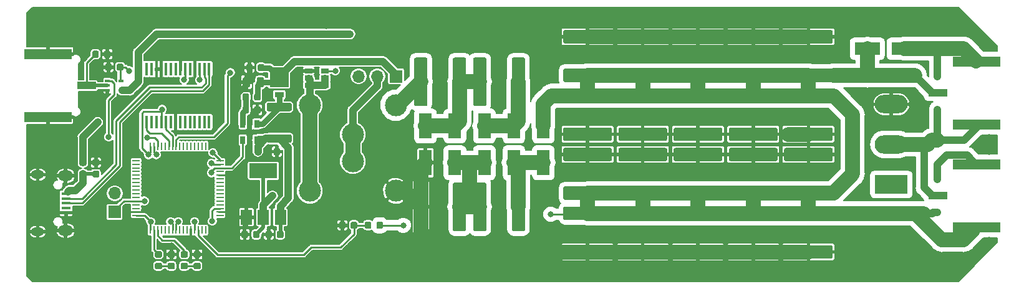
<source format=gbr>
G04 #@! TF.GenerationSoftware,KiCad,Pcbnew,5.0.2-bee76a0~70~ubuntu18.04.1*
G04 #@! TF.CreationDate,2019-10-29T17:05:40+01:00*
G04 #@! TF.ProjectId,emfi,656d6669-2e6b-4696-9361-645f70636258,0.1*
G04 #@! TF.SameCoordinates,Original*
G04 #@! TF.FileFunction,Copper,L1,Top*
G04 #@! TF.FilePolarity,Positive*
%FSLAX46Y46*%
G04 Gerber Fmt 4.6, Leading zero omitted, Abs format (unit mm)*
G04 Created by KiCad (PCBNEW 5.0.2-bee76a0~70~ubuntu18.04.1) date mar. 29 oct. 2019 17:05:40 CET*
%MOMM*%
%LPD*%
G01*
G04 APERTURE LIST*
G04 #@! TA.AperFunction,SMDPad,CuDef*
%ADD10R,3.800000X2.000000*%
G04 #@! TD*
G04 #@! TA.AperFunction,SMDPad,CuDef*
%ADD11R,1.500000X2.000000*%
G04 #@! TD*
G04 #@! TA.AperFunction,Conductor*
%ADD12C,0.100000*%
G04 #@! TD*
G04 #@! TA.AperFunction,SMDPad,CuDef*
%ADD13C,0.875000*%
G04 #@! TD*
G04 #@! TA.AperFunction,SMDPad,CuDef*
%ADD14R,0.650000X0.400000*%
G04 #@! TD*
G04 #@! TA.AperFunction,SMDPad,CuDef*
%ADD15R,3.500000X1.800000*%
G04 #@! TD*
G04 #@! TA.AperFunction,SMDPad,CuDef*
%ADD16R,6.400000X1.440000*%
G04 #@! TD*
G04 #@! TA.AperFunction,SMDPad,CuDef*
%ADD17R,2.500000X1.000000*%
G04 #@! TD*
G04 #@! TA.AperFunction,SMDPad,CuDef*
%ADD18C,1.800000*%
G04 #@! TD*
G04 #@! TA.AperFunction,SMDPad,CuDef*
%ADD19R,1.800000X3.500000*%
G04 #@! TD*
G04 #@! TA.AperFunction,ComponentPad*
%ADD20R,4.500000X2.500000*%
G04 #@! TD*
G04 #@! TA.AperFunction,ComponentPad*
%ADD21O,4.500000X2.500000*%
G04 #@! TD*
G04 #@! TA.AperFunction,BGAPad,CuDef*
%ADD22C,3.000000*%
G04 #@! TD*
G04 #@! TA.AperFunction,ComponentPad*
%ADD23O,1.700000X1.700000*%
G04 #@! TD*
G04 #@! TA.AperFunction,ComponentPad*
%ADD24R,1.700000X1.700000*%
G04 #@! TD*
G04 #@! TA.AperFunction,SMDPad,CuDef*
%ADD25C,0.975000*%
G04 #@! TD*
G04 #@! TA.AperFunction,SMDPad,CuDef*
%ADD26R,1.300000X0.450000*%
G04 #@! TD*
G04 #@! TA.AperFunction,ComponentPad*
%ADD27O,2.000000X1.450000*%
G04 #@! TD*
G04 #@! TA.AperFunction,ComponentPad*
%ADD28O,1.800000X1.150000*%
G04 #@! TD*
G04 #@! TA.AperFunction,SMDPad,CuDef*
%ADD29R,1.270000X0.762000*%
G04 #@! TD*
G04 #@! TA.AperFunction,SMDPad,CuDef*
%ADD30R,2.540000X2.670000*%
G04 #@! TD*
G04 #@! TA.AperFunction,SMDPad,CuDef*
%ADD31C,1.125000*%
G04 #@! TD*
G04 #@! TA.AperFunction,SMDPad,CuDef*
%ADD32R,0.250000X1.000000*%
G04 #@! TD*
G04 #@! TA.AperFunction,SMDPad,CuDef*
%ADD33R,1.000000X0.250000*%
G04 #@! TD*
G04 #@! TA.AperFunction,SMDPad,CuDef*
%ADD34R,0.450000X1.750000*%
G04 #@! TD*
G04 #@! TA.AperFunction,SMDPad,CuDef*
%ADD35R,0.650000X1.060000*%
G04 #@! TD*
G04 #@! TA.AperFunction,SMDPad,CuDef*
%ADD36R,1.060000X0.650000*%
G04 #@! TD*
G04 #@! TA.AperFunction,ViaPad*
%ADD37C,0.800000*%
G04 #@! TD*
G04 #@! TA.AperFunction,Conductor*
%ADD38C,0.750000*%
G04 #@! TD*
G04 #@! TA.AperFunction,Conductor*
%ADD39C,2.000000*%
G04 #@! TD*
G04 #@! TA.AperFunction,Conductor*
%ADD40C,0.700000*%
G04 #@! TD*
G04 #@! TA.AperFunction,Conductor*
%ADD41C,0.250000*%
G04 #@! TD*
G04 #@! TA.AperFunction,Conductor*
%ADD42C,0.500000*%
G04 #@! TD*
G04 #@! TA.AperFunction,Conductor*
%ADD43C,1.000000*%
G04 #@! TD*
G04 #@! TA.AperFunction,Conductor*
%ADD44C,0.200000*%
G04 #@! TD*
G04 APERTURE END LIST*
D10*
G04 #@! TO.P,U4,2*
G04 #@! TO.N,+3V3A*
X75500000Y-50600000D03*
D11*
X75500000Y-56900000D03*
G04 #@! TO.P,U4,3*
G04 #@! TO.N,+5V*
X77800000Y-56900000D03*
G04 #@! TO.P,U4,1*
G04 #@! TO.N,GND*
X73200000Y-56900000D03*
G04 #@! TD*
D12*
G04 #@! TO.N,GND*
G04 #@! TO.C,C42*
G36*
X54702691Y-36026053D02*
X54723926Y-36029203D01*
X54744750Y-36034419D01*
X54764962Y-36041651D01*
X54784368Y-36050830D01*
X54802781Y-36061866D01*
X54820024Y-36074654D01*
X54835930Y-36089070D01*
X54850346Y-36104976D01*
X54863134Y-36122219D01*
X54874170Y-36140632D01*
X54883349Y-36160038D01*
X54890581Y-36180250D01*
X54895797Y-36201074D01*
X54898947Y-36222309D01*
X54900000Y-36243750D01*
X54900000Y-36756250D01*
X54898947Y-36777691D01*
X54895797Y-36798926D01*
X54890581Y-36819750D01*
X54883349Y-36839962D01*
X54874170Y-36859368D01*
X54863134Y-36877781D01*
X54850346Y-36895024D01*
X54835930Y-36910930D01*
X54820024Y-36925346D01*
X54802781Y-36938134D01*
X54784368Y-36949170D01*
X54764962Y-36958349D01*
X54744750Y-36965581D01*
X54723926Y-36970797D01*
X54702691Y-36973947D01*
X54681250Y-36975000D01*
X54243750Y-36975000D01*
X54222309Y-36973947D01*
X54201074Y-36970797D01*
X54180250Y-36965581D01*
X54160038Y-36958349D01*
X54140632Y-36949170D01*
X54122219Y-36938134D01*
X54104976Y-36925346D01*
X54089070Y-36910930D01*
X54074654Y-36895024D01*
X54061866Y-36877781D01*
X54050830Y-36859368D01*
X54041651Y-36839962D01*
X54034419Y-36819750D01*
X54029203Y-36798926D01*
X54026053Y-36777691D01*
X54025000Y-36756250D01*
X54025000Y-36243750D01*
X54026053Y-36222309D01*
X54029203Y-36201074D01*
X54034419Y-36180250D01*
X54041651Y-36160038D01*
X54050830Y-36140632D01*
X54061866Y-36122219D01*
X54074654Y-36104976D01*
X54089070Y-36089070D01*
X54104976Y-36074654D01*
X54122219Y-36061866D01*
X54140632Y-36050830D01*
X54160038Y-36041651D01*
X54180250Y-36034419D01*
X54201074Y-36029203D01*
X54222309Y-36026053D01*
X54243750Y-36025000D01*
X54681250Y-36025000D01*
X54702691Y-36026053D01*
X54702691Y-36026053D01*
G37*
D13*
G04 #@! TD*
G04 #@! TO.P,C42,1*
G04 #@! TO.N,GND*
X54462500Y-36500000D03*
D12*
G04 #@! TO.N,+3V3*
G04 #@! TO.C,C42*
G36*
X56277691Y-36026053D02*
X56298926Y-36029203D01*
X56319750Y-36034419D01*
X56339962Y-36041651D01*
X56359368Y-36050830D01*
X56377781Y-36061866D01*
X56395024Y-36074654D01*
X56410930Y-36089070D01*
X56425346Y-36104976D01*
X56438134Y-36122219D01*
X56449170Y-36140632D01*
X56458349Y-36160038D01*
X56465581Y-36180250D01*
X56470797Y-36201074D01*
X56473947Y-36222309D01*
X56475000Y-36243750D01*
X56475000Y-36756250D01*
X56473947Y-36777691D01*
X56470797Y-36798926D01*
X56465581Y-36819750D01*
X56458349Y-36839962D01*
X56449170Y-36859368D01*
X56438134Y-36877781D01*
X56425346Y-36895024D01*
X56410930Y-36910930D01*
X56395024Y-36925346D01*
X56377781Y-36938134D01*
X56359368Y-36949170D01*
X56339962Y-36958349D01*
X56319750Y-36965581D01*
X56298926Y-36970797D01*
X56277691Y-36973947D01*
X56256250Y-36975000D01*
X55818750Y-36975000D01*
X55797309Y-36973947D01*
X55776074Y-36970797D01*
X55755250Y-36965581D01*
X55735038Y-36958349D01*
X55715632Y-36949170D01*
X55697219Y-36938134D01*
X55679976Y-36925346D01*
X55664070Y-36910930D01*
X55649654Y-36895024D01*
X55636866Y-36877781D01*
X55625830Y-36859368D01*
X55616651Y-36839962D01*
X55609419Y-36819750D01*
X55604203Y-36798926D01*
X55601053Y-36777691D01*
X55600000Y-36756250D01*
X55600000Y-36243750D01*
X55601053Y-36222309D01*
X55604203Y-36201074D01*
X55609419Y-36180250D01*
X55616651Y-36160038D01*
X55625830Y-36140632D01*
X55636866Y-36122219D01*
X55649654Y-36104976D01*
X55664070Y-36089070D01*
X55679976Y-36074654D01*
X55697219Y-36061866D01*
X55715632Y-36050830D01*
X55735038Y-36041651D01*
X55755250Y-36034419D01*
X55776074Y-36029203D01*
X55797309Y-36026053D01*
X55818750Y-36025000D01*
X56256250Y-36025000D01*
X56277691Y-36026053D01*
X56277691Y-36026053D01*
G37*
D13*
G04 #@! TD*
G04 #@! TO.P,C42,2*
G04 #@! TO.N,+3V3*
X56037500Y-36500000D03*
D14*
G04 #@! TO.P,U8,1*
G04 #@! TO.N,/mcu/SW_SHOOT*
X54300000Y-38350000D03*
G04 #@! TO.P,U8,3*
G04 #@! TO.N,GND*
X54300000Y-39650000D03*
G04 #@! TO.P,U8,2*
G04 #@! TO.N,Net-(J2-Pad1)*
X54300000Y-39000000D03*
G04 #@! TO.P,U8,4*
G04 #@! TO.N,/analog/SHOOT*
X56200000Y-39650000D03*
G04 #@! TO.P,U8,5*
G04 #@! TO.N,+3V3*
X56200000Y-38350000D03*
G04 #@! TD*
D15*
G04 #@! TO.P,D9,1*
G04 #@! TO.N,/analog/ANTENNA_A*
X157500000Y-34000000D03*
G04 #@! TO.P,D9,2*
G04 #@! TO.N,/analog/ANTENNA_B*
X162500000Y-34000000D03*
G04 #@! TD*
D16*
G04 #@! TO.P,J6,2*
G04 #@! TO.N,/analog/ANTENNA_A*
X172300000Y-58280000D03*
D17*
G04 #@! TO.P,J6,1*
G04 #@! TO.N,/analog/ANTENNA_B*
X167050000Y-54000000D03*
D16*
G04 #@! TO.P,J6,2*
G04 #@! TO.N,/analog/ANTENNA_A*
X172300000Y-49720000D03*
G04 #@! TD*
D12*
G04 #@! TO.N,Net-(R10-Pad2)*
G04 #@! TO.C,R10*
G36*
X65027691Y-61526053D02*
X65048926Y-61529203D01*
X65069750Y-61534419D01*
X65089962Y-61541651D01*
X65109368Y-61550830D01*
X65127781Y-61561866D01*
X65145024Y-61574654D01*
X65160930Y-61589070D01*
X65175346Y-61604976D01*
X65188134Y-61622219D01*
X65199170Y-61640632D01*
X65208349Y-61660038D01*
X65215581Y-61680250D01*
X65220797Y-61701074D01*
X65223947Y-61722309D01*
X65225000Y-61743750D01*
X65225000Y-62181250D01*
X65223947Y-62202691D01*
X65220797Y-62223926D01*
X65215581Y-62244750D01*
X65208349Y-62264962D01*
X65199170Y-62284368D01*
X65188134Y-62302781D01*
X65175346Y-62320024D01*
X65160930Y-62335930D01*
X65145024Y-62350346D01*
X65127781Y-62363134D01*
X65109368Y-62374170D01*
X65089962Y-62383349D01*
X65069750Y-62390581D01*
X65048926Y-62395797D01*
X65027691Y-62398947D01*
X65006250Y-62400000D01*
X64493750Y-62400000D01*
X64472309Y-62398947D01*
X64451074Y-62395797D01*
X64430250Y-62390581D01*
X64410038Y-62383349D01*
X64390632Y-62374170D01*
X64372219Y-62363134D01*
X64354976Y-62350346D01*
X64339070Y-62335930D01*
X64324654Y-62320024D01*
X64311866Y-62302781D01*
X64300830Y-62284368D01*
X64291651Y-62264962D01*
X64284419Y-62244750D01*
X64279203Y-62223926D01*
X64276053Y-62202691D01*
X64275000Y-62181250D01*
X64275000Y-61743750D01*
X64276053Y-61722309D01*
X64279203Y-61701074D01*
X64284419Y-61680250D01*
X64291651Y-61660038D01*
X64300830Y-61640632D01*
X64311866Y-61622219D01*
X64324654Y-61604976D01*
X64339070Y-61589070D01*
X64354976Y-61574654D01*
X64372219Y-61561866D01*
X64390632Y-61550830D01*
X64410038Y-61541651D01*
X64430250Y-61534419D01*
X64451074Y-61529203D01*
X64472309Y-61526053D01*
X64493750Y-61525000D01*
X65006250Y-61525000D01*
X65027691Y-61526053D01*
X65027691Y-61526053D01*
G37*
D13*
G04 #@! TD*
G04 #@! TO.P,R10,2*
G04 #@! TO.N,Net-(R10-Pad2)*
X64750000Y-61962500D03*
D12*
G04 #@! TO.N,Net-(D8-Pad2)*
G04 #@! TO.C,R10*
G36*
X65027691Y-63101053D02*
X65048926Y-63104203D01*
X65069750Y-63109419D01*
X65089962Y-63116651D01*
X65109368Y-63125830D01*
X65127781Y-63136866D01*
X65145024Y-63149654D01*
X65160930Y-63164070D01*
X65175346Y-63179976D01*
X65188134Y-63197219D01*
X65199170Y-63215632D01*
X65208349Y-63235038D01*
X65215581Y-63255250D01*
X65220797Y-63276074D01*
X65223947Y-63297309D01*
X65225000Y-63318750D01*
X65225000Y-63756250D01*
X65223947Y-63777691D01*
X65220797Y-63798926D01*
X65215581Y-63819750D01*
X65208349Y-63839962D01*
X65199170Y-63859368D01*
X65188134Y-63877781D01*
X65175346Y-63895024D01*
X65160930Y-63910930D01*
X65145024Y-63925346D01*
X65127781Y-63938134D01*
X65109368Y-63949170D01*
X65089962Y-63958349D01*
X65069750Y-63965581D01*
X65048926Y-63970797D01*
X65027691Y-63973947D01*
X65006250Y-63975000D01*
X64493750Y-63975000D01*
X64472309Y-63973947D01*
X64451074Y-63970797D01*
X64430250Y-63965581D01*
X64410038Y-63958349D01*
X64390632Y-63949170D01*
X64372219Y-63938134D01*
X64354976Y-63925346D01*
X64339070Y-63910930D01*
X64324654Y-63895024D01*
X64311866Y-63877781D01*
X64300830Y-63859368D01*
X64291651Y-63839962D01*
X64284419Y-63819750D01*
X64279203Y-63798926D01*
X64276053Y-63777691D01*
X64275000Y-63756250D01*
X64275000Y-63318750D01*
X64276053Y-63297309D01*
X64279203Y-63276074D01*
X64284419Y-63255250D01*
X64291651Y-63235038D01*
X64300830Y-63215632D01*
X64311866Y-63197219D01*
X64324654Y-63179976D01*
X64339070Y-63164070D01*
X64354976Y-63149654D01*
X64372219Y-63136866D01*
X64390632Y-63125830D01*
X64410038Y-63116651D01*
X64430250Y-63109419D01*
X64451074Y-63104203D01*
X64472309Y-63101053D01*
X64493750Y-63100000D01*
X65006250Y-63100000D01*
X65027691Y-63101053D01*
X65027691Y-63101053D01*
G37*
D13*
G04 #@! TD*
G04 #@! TO.P,R10,1*
G04 #@! TO.N,Net-(D8-Pad2)*
X64750000Y-63537500D03*
D12*
G04 #@! TO.N,Net-(D7-Pad2)*
G04 #@! TO.C,R8*
G36*
X61527691Y-63101053D02*
X61548926Y-63104203D01*
X61569750Y-63109419D01*
X61589962Y-63116651D01*
X61609368Y-63125830D01*
X61627781Y-63136866D01*
X61645024Y-63149654D01*
X61660930Y-63164070D01*
X61675346Y-63179976D01*
X61688134Y-63197219D01*
X61699170Y-63215632D01*
X61708349Y-63235038D01*
X61715581Y-63255250D01*
X61720797Y-63276074D01*
X61723947Y-63297309D01*
X61725000Y-63318750D01*
X61725000Y-63756250D01*
X61723947Y-63777691D01*
X61720797Y-63798926D01*
X61715581Y-63819750D01*
X61708349Y-63839962D01*
X61699170Y-63859368D01*
X61688134Y-63877781D01*
X61675346Y-63895024D01*
X61660930Y-63910930D01*
X61645024Y-63925346D01*
X61627781Y-63938134D01*
X61609368Y-63949170D01*
X61589962Y-63958349D01*
X61569750Y-63965581D01*
X61548926Y-63970797D01*
X61527691Y-63973947D01*
X61506250Y-63975000D01*
X60993750Y-63975000D01*
X60972309Y-63973947D01*
X60951074Y-63970797D01*
X60930250Y-63965581D01*
X60910038Y-63958349D01*
X60890632Y-63949170D01*
X60872219Y-63938134D01*
X60854976Y-63925346D01*
X60839070Y-63910930D01*
X60824654Y-63895024D01*
X60811866Y-63877781D01*
X60800830Y-63859368D01*
X60791651Y-63839962D01*
X60784419Y-63819750D01*
X60779203Y-63798926D01*
X60776053Y-63777691D01*
X60775000Y-63756250D01*
X60775000Y-63318750D01*
X60776053Y-63297309D01*
X60779203Y-63276074D01*
X60784419Y-63255250D01*
X60791651Y-63235038D01*
X60800830Y-63215632D01*
X60811866Y-63197219D01*
X60824654Y-63179976D01*
X60839070Y-63164070D01*
X60854976Y-63149654D01*
X60872219Y-63136866D01*
X60890632Y-63125830D01*
X60910038Y-63116651D01*
X60930250Y-63109419D01*
X60951074Y-63104203D01*
X60972309Y-63101053D01*
X60993750Y-63100000D01*
X61506250Y-63100000D01*
X61527691Y-63101053D01*
X61527691Y-63101053D01*
G37*
D13*
G04 #@! TD*
G04 #@! TO.P,R8,1*
G04 #@! TO.N,Net-(D7-Pad2)*
X61250000Y-63537500D03*
D12*
G04 #@! TO.N,Net-(R8-Pad2)*
G04 #@! TO.C,R8*
G36*
X61527691Y-61526053D02*
X61548926Y-61529203D01*
X61569750Y-61534419D01*
X61589962Y-61541651D01*
X61609368Y-61550830D01*
X61627781Y-61561866D01*
X61645024Y-61574654D01*
X61660930Y-61589070D01*
X61675346Y-61604976D01*
X61688134Y-61622219D01*
X61699170Y-61640632D01*
X61708349Y-61660038D01*
X61715581Y-61680250D01*
X61720797Y-61701074D01*
X61723947Y-61722309D01*
X61725000Y-61743750D01*
X61725000Y-62181250D01*
X61723947Y-62202691D01*
X61720797Y-62223926D01*
X61715581Y-62244750D01*
X61708349Y-62264962D01*
X61699170Y-62284368D01*
X61688134Y-62302781D01*
X61675346Y-62320024D01*
X61660930Y-62335930D01*
X61645024Y-62350346D01*
X61627781Y-62363134D01*
X61609368Y-62374170D01*
X61589962Y-62383349D01*
X61569750Y-62390581D01*
X61548926Y-62395797D01*
X61527691Y-62398947D01*
X61506250Y-62400000D01*
X60993750Y-62400000D01*
X60972309Y-62398947D01*
X60951074Y-62395797D01*
X60930250Y-62390581D01*
X60910038Y-62383349D01*
X60890632Y-62374170D01*
X60872219Y-62363134D01*
X60854976Y-62350346D01*
X60839070Y-62335930D01*
X60824654Y-62320024D01*
X60811866Y-62302781D01*
X60800830Y-62284368D01*
X60791651Y-62264962D01*
X60784419Y-62244750D01*
X60779203Y-62223926D01*
X60776053Y-62202691D01*
X60775000Y-62181250D01*
X60775000Y-61743750D01*
X60776053Y-61722309D01*
X60779203Y-61701074D01*
X60784419Y-61680250D01*
X60791651Y-61660038D01*
X60800830Y-61640632D01*
X60811866Y-61622219D01*
X60824654Y-61604976D01*
X60839070Y-61589070D01*
X60854976Y-61574654D01*
X60872219Y-61561866D01*
X60890632Y-61550830D01*
X60910038Y-61541651D01*
X60930250Y-61534419D01*
X60951074Y-61529203D01*
X60972309Y-61526053D01*
X60993750Y-61525000D01*
X61506250Y-61525000D01*
X61527691Y-61526053D01*
X61527691Y-61526053D01*
G37*
D13*
G04 #@! TD*
G04 #@! TO.P,R8,2*
G04 #@! TO.N,Net-(R8-Pad2)*
X61250000Y-61962500D03*
D12*
G04 #@! TO.N,Net-(D7-Pad2)*
G04 #@! TO.C,D7*
G36*
X63277691Y-63101053D02*
X63298926Y-63104203D01*
X63319750Y-63109419D01*
X63339962Y-63116651D01*
X63359368Y-63125830D01*
X63377781Y-63136866D01*
X63395024Y-63149654D01*
X63410930Y-63164070D01*
X63425346Y-63179976D01*
X63438134Y-63197219D01*
X63449170Y-63215632D01*
X63458349Y-63235038D01*
X63465581Y-63255250D01*
X63470797Y-63276074D01*
X63473947Y-63297309D01*
X63475000Y-63318750D01*
X63475000Y-63756250D01*
X63473947Y-63777691D01*
X63470797Y-63798926D01*
X63465581Y-63819750D01*
X63458349Y-63839962D01*
X63449170Y-63859368D01*
X63438134Y-63877781D01*
X63425346Y-63895024D01*
X63410930Y-63910930D01*
X63395024Y-63925346D01*
X63377781Y-63938134D01*
X63359368Y-63949170D01*
X63339962Y-63958349D01*
X63319750Y-63965581D01*
X63298926Y-63970797D01*
X63277691Y-63973947D01*
X63256250Y-63975000D01*
X62743750Y-63975000D01*
X62722309Y-63973947D01*
X62701074Y-63970797D01*
X62680250Y-63965581D01*
X62660038Y-63958349D01*
X62640632Y-63949170D01*
X62622219Y-63938134D01*
X62604976Y-63925346D01*
X62589070Y-63910930D01*
X62574654Y-63895024D01*
X62561866Y-63877781D01*
X62550830Y-63859368D01*
X62541651Y-63839962D01*
X62534419Y-63819750D01*
X62529203Y-63798926D01*
X62526053Y-63777691D01*
X62525000Y-63756250D01*
X62525000Y-63318750D01*
X62526053Y-63297309D01*
X62529203Y-63276074D01*
X62534419Y-63255250D01*
X62541651Y-63235038D01*
X62550830Y-63215632D01*
X62561866Y-63197219D01*
X62574654Y-63179976D01*
X62589070Y-63164070D01*
X62604976Y-63149654D01*
X62622219Y-63136866D01*
X62640632Y-63125830D01*
X62660038Y-63116651D01*
X62680250Y-63109419D01*
X62701074Y-63104203D01*
X62722309Y-63101053D01*
X62743750Y-63100000D01*
X63256250Y-63100000D01*
X63277691Y-63101053D01*
X63277691Y-63101053D01*
G37*
D13*
G04 #@! TD*
G04 #@! TO.P,D7,2*
G04 #@! TO.N,Net-(D7-Pad2)*
X63000000Y-63537500D03*
D12*
G04 #@! TO.N,GND*
G04 #@! TO.C,D7*
G36*
X63277691Y-61526053D02*
X63298926Y-61529203D01*
X63319750Y-61534419D01*
X63339962Y-61541651D01*
X63359368Y-61550830D01*
X63377781Y-61561866D01*
X63395024Y-61574654D01*
X63410930Y-61589070D01*
X63425346Y-61604976D01*
X63438134Y-61622219D01*
X63449170Y-61640632D01*
X63458349Y-61660038D01*
X63465581Y-61680250D01*
X63470797Y-61701074D01*
X63473947Y-61722309D01*
X63475000Y-61743750D01*
X63475000Y-62181250D01*
X63473947Y-62202691D01*
X63470797Y-62223926D01*
X63465581Y-62244750D01*
X63458349Y-62264962D01*
X63449170Y-62284368D01*
X63438134Y-62302781D01*
X63425346Y-62320024D01*
X63410930Y-62335930D01*
X63395024Y-62350346D01*
X63377781Y-62363134D01*
X63359368Y-62374170D01*
X63339962Y-62383349D01*
X63319750Y-62390581D01*
X63298926Y-62395797D01*
X63277691Y-62398947D01*
X63256250Y-62400000D01*
X62743750Y-62400000D01*
X62722309Y-62398947D01*
X62701074Y-62395797D01*
X62680250Y-62390581D01*
X62660038Y-62383349D01*
X62640632Y-62374170D01*
X62622219Y-62363134D01*
X62604976Y-62350346D01*
X62589070Y-62335930D01*
X62574654Y-62320024D01*
X62561866Y-62302781D01*
X62550830Y-62284368D01*
X62541651Y-62264962D01*
X62534419Y-62244750D01*
X62529203Y-62223926D01*
X62526053Y-62202691D01*
X62525000Y-62181250D01*
X62525000Y-61743750D01*
X62526053Y-61722309D01*
X62529203Y-61701074D01*
X62534419Y-61680250D01*
X62541651Y-61660038D01*
X62550830Y-61640632D01*
X62561866Y-61622219D01*
X62574654Y-61604976D01*
X62589070Y-61589070D01*
X62604976Y-61574654D01*
X62622219Y-61561866D01*
X62640632Y-61550830D01*
X62660038Y-61541651D01*
X62680250Y-61534419D01*
X62701074Y-61529203D01*
X62722309Y-61526053D01*
X62743750Y-61525000D01*
X63256250Y-61525000D01*
X63277691Y-61526053D01*
X63277691Y-61526053D01*
G37*
D13*
G04 #@! TD*
G04 #@! TO.P,D7,1*
G04 #@! TO.N,GND*
X63000000Y-61962500D03*
D12*
G04 #@! TO.N,GND*
G04 #@! TO.C,D8*
G36*
X66777691Y-61526053D02*
X66798926Y-61529203D01*
X66819750Y-61534419D01*
X66839962Y-61541651D01*
X66859368Y-61550830D01*
X66877781Y-61561866D01*
X66895024Y-61574654D01*
X66910930Y-61589070D01*
X66925346Y-61604976D01*
X66938134Y-61622219D01*
X66949170Y-61640632D01*
X66958349Y-61660038D01*
X66965581Y-61680250D01*
X66970797Y-61701074D01*
X66973947Y-61722309D01*
X66975000Y-61743750D01*
X66975000Y-62181250D01*
X66973947Y-62202691D01*
X66970797Y-62223926D01*
X66965581Y-62244750D01*
X66958349Y-62264962D01*
X66949170Y-62284368D01*
X66938134Y-62302781D01*
X66925346Y-62320024D01*
X66910930Y-62335930D01*
X66895024Y-62350346D01*
X66877781Y-62363134D01*
X66859368Y-62374170D01*
X66839962Y-62383349D01*
X66819750Y-62390581D01*
X66798926Y-62395797D01*
X66777691Y-62398947D01*
X66756250Y-62400000D01*
X66243750Y-62400000D01*
X66222309Y-62398947D01*
X66201074Y-62395797D01*
X66180250Y-62390581D01*
X66160038Y-62383349D01*
X66140632Y-62374170D01*
X66122219Y-62363134D01*
X66104976Y-62350346D01*
X66089070Y-62335930D01*
X66074654Y-62320024D01*
X66061866Y-62302781D01*
X66050830Y-62284368D01*
X66041651Y-62264962D01*
X66034419Y-62244750D01*
X66029203Y-62223926D01*
X66026053Y-62202691D01*
X66025000Y-62181250D01*
X66025000Y-61743750D01*
X66026053Y-61722309D01*
X66029203Y-61701074D01*
X66034419Y-61680250D01*
X66041651Y-61660038D01*
X66050830Y-61640632D01*
X66061866Y-61622219D01*
X66074654Y-61604976D01*
X66089070Y-61589070D01*
X66104976Y-61574654D01*
X66122219Y-61561866D01*
X66140632Y-61550830D01*
X66160038Y-61541651D01*
X66180250Y-61534419D01*
X66201074Y-61529203D01*
X66222309Y-61526053D01*
X66243750Y-61525000D01*
X66756250Y-61525000D01*
X66777691Y-61526053D01*
X66777691Y-61526053D01*
G37*
D13*
G04 #@! TD*
G04 #@! TO.P,D8,1*
G04 #@! TO.N,GND*
X66500000Y-61962500D03*
D12*
G04 #@! TO.N,Net-(D8-Pad2)*
G04 #@! TO.C,D8*
G36*
X66777691Y-63101053D02*
X66798926Y-63104203D01*
X66819750Y-63109419D01*
X66839962Y-63116651D01*
X66859368Y-63125830D01*
X66877781Y-63136866D01*
X66895024Y-63149654D01*
X66910930Y-63164070D01*
X66925346Y-63179976D01*
X66938134Y-63197219D01*
X66949170Y-63215632D01*
X66958349Y-63235038D01*
X66965581Y-63255250D01*
X66970797Y-63276074D01*
X66973947Y-63297309D01*
X66975000Y-63318750D01*
X66975000Y-63756250D01*
X66973947Y-63777691D01*
X66970797Y-63798926D01*
X66965581Y-63819750D01*
X66958349Y-63839962D01*
X66949170Y-63859368D01*
X66938134Y-63877781D01*
X66925346Y-63895024D01*
X66910930Y-63910930D01*
X66895024Y-63925346D01*
X66877781Y-63938134D01*
X66859368Y-63949170D01*
X66839962Y-63958349D01*
X66819750Y-63965581D01*
X66798926Y-63970797D01*
X66777691Y-63973947D01*
X66756250Y-63975000D01*
X66243750Y-63975000D01*
X66222309Y-63973947D01*
X66201074Y-63970797D01*
X66180250Y-63965581D01*
X66160038Y-63958349D01*
X66140632Y-63949170D01*
X66122219Y-63938134D01*
X66104976Y-63925346D01*
X66089070Y-63910930D01*
X66074654Y-63895024D01*
X66061866Y-63877781D01*
X66050830Y-63859368D01*
X66041651Y-63839962D01*
X66034419Y-63819750D01*
X66029203Y-63798926D01*
X66026053Y-63777691D01*
X66025000Y-63756250D01*
X66025000Y-63318750D01*
X66026053Y-63297309D01*
X66029203Y-63276074D01*
X66034419Y-63255250D01*
X66041651Y-63235038D01*
X66050830Y-63215632D01*
X66061866Y-63197219D01*
X66074654Y-63179976D01*
X66089070Y-63164070D01*
X66104976Y-63149654D01*
X66122219Y-63136866D01*
X66140632Y-63125830D01*
X66160038Y-63116651D01*
X66180250Y-63109419D01*
X66201074Y-63104203D01*
X66222309Y-63101053D01*
X66243750Y-63100000D01*
X66756250Y-63100000D01*
X66777691Y-63101053D01*
X66777691Y-63101053D01*
G37*
D13*
G04 #@! TD*
G04 #@! TO.P,D8,2*
G04 #@! TO.N,Net-(D8-Pad2)*
X66500000Y-63537500D03*
D12*
G04 #@! TO.N,/analog/ANTENNA_A*
G04 #@! TO.C,C36*
G36*
X152574504Y-36726204D02*
X152598773Y-36729804D01*
X152622571Y-36735765D01*
X152645671Y-36744030D01*
X152667849Y-36754520D01*
X152688893Y-36767133D01*
X152708598Y-36781747D01*
X152726777Y-36798223D01*
X152743253Y-36816402D01*
X152757867Y-36836107D01*
X152770480Y-36857151D01*
X152780970Y-36879329D01*
X152789235Y-36902429D01*
X152795196Y-36926227D01*
X152798796Y-36950496D01*
X152800000Y-36975000D01*
X152800000Y-38275000D01*
X152798796Y-38299504D01*
X152795196Y-38323773D01*
X152789235Y-38347571D01*
X152780970Y-38370671D01*
X152770480Y-38392849D01*
X152757867Y-38413893D01*
X152743253Y-38433598D01*
X152726777Y-38451777D01*
X152708598Y-38468253D01*
X152688893Y-38482867D01*
X152667849Y-38495480D01*
X152645671Y-38505970D01*
X152622571Y-38514235D01*
X152598773Y-38520196D01*
X152574504Y-38523796D01*
X152550000Y-38525000D01*
X146450000Y-38525000D01*
X146425496Y-38523796D01*
X146401227Y-38520196D01*
X146377429Y-38514235D01*
X146354329Y-38505970D01*
X146332151Y-38495480D01*
X146311107Y-38482867D01*
X146291402Y-38468253D01*
X146273223Y-38451777D01*
X146256747Y-38433598D01*
X146242133Y-38413893D01*
X146229520Y-38392849D01*
X146219030Y-38370671D01*
X146210765Y-38347571D01*
X146204804Y-38323773D01*
X146201204Y-38299504D01*
X146200000Y-38275000D01*
X146200000Y-36975000D01*
X146201204Y-36950496D01*
X146204804Y-36926227D01*
X146210765Y-36902429D01*
X146219030Y-36879329D01*
X146229520Y-36857151D01*
X146242133Y-36836107D01*
X146256747Y-36816402D01*
X146273223Y-36798223D01*
X146291402Y-36781747D01*
X146311107Y-36767133D01*
X146332151Y-36754520D01*
X146354329Y-36744030D01*
X146377429Y-36735765D01*
X146401227Y-36729804D01*
X146425496Y-36726204D01*
X146450000Y-36725000D01*
X152550000Y-36725000D01*
X152574504Y-36726204D01*
X152574504Y-36726204D01*
G37*
D18*
G04 #@! TD*
G04 #@! TO.P,C36,2*
G04 #@! TO.N,/analog/ANTENNA_A*
X149500000Y-37625000D03*
D12*
G04 #@! TO.N,GND*
G04 #@! TO.C,C36*
G36*
X152574504Y-31476204D02*
X152598773Y-31479804D01*
X152622571Y-31485765D01*
X152645671Y-31494030D01*
X152667849Y-31504520D01*
X152688893Y-31517133D01*
X152708598Y-31531747D01*
X152726777Y-31548223D01*
X152743253Y-31566402D01*
X152757867Y-31586107D01*
X152770480Y-31607151D01*
X152780970Y-31629329D01*
X152789235Y-31652429D01*
X152795196Y-31676227D01*
X152798796Y-31700496D01*
X152800000Y-31725000D01*
X152800000Y-33025000D01*
X152798796Y-33049504D01*
X152795196Y-33073773D01*
X152789235Y-33097571D01*
X152780970Y-33120671D01*
X152770480Y-33142849D01*
X152757867Y-33163893D01*
X152743253Y-33183598D01*
X152726777Y-33201777D01*
X152708598Y-33218253D01*
X152688893Y-33232867D01*
X152667849Y-33245480D01*
X152645671Y-33255970D01*
X152622571Y-33264235D01*
X152598773Y-33270196D01*
X152574504Y-33273796D01*
X152550000Y-33275000D01*
X146450000Y-33275000D01*
X146425496Y-33273796D01*
X146401227Y-33270196D01*
X146377429Y-33264235D01*
X146354329Y-33255970D01*
X146332151Y-33245480D01*
X146311107Y-33232867D01*
X146291402Y-33218253D01*
X146273223Y-33201777D01*
X146256747Y-33183598D01*
X146242133Y-33163893D01*
X146229520Y-33142849D01*
X146219030Y-33120671D01*
X146210765Y-33097571D01*
X146204804Y-33073773D01*
X146201204Y-33049504D01*
X146200000Y-33025000D01*
X146200000Y-31725000D01*
X146201204Y-31700496D01*
X146204804Y-31676227D01*
X146210765Y-31652429D01*
X146219030Y-31629329D01*
X146229520Y-31607151D01*
X146242133Y-31586107D01*
X146256747Y-31566402D01*
X146273223Y-31548223D01*
X146291402Y-31531747D01*
X146311107Y-31517133D01*
X146332151Y-31504520D01*
X146354329Y-31494030D01*
X146377429Y-31485765D01*
X146401227Y-31479804D01*
X146425496Y-31476204D01*
X146450000Y-31475000D01*
X152550000Y-31475000D01*
X152574504Y-31476204D01*
X152574504Y-31476204D01*
G37*
D18*
G04 #@! TD*
G04 #@! TO.P,C36,1*
G04 #@! TO.N,GND*
X149500000Y-32375000D03*
D12*
G04 #@! TO.N,GND*
G04 #@! TO.C,C39*
G36*
X130074504Y-44726204D02*
X130098773Y-44729804D01*
X130122571Y-44735765D01*
X130145671Y-44744030D01*
X130167849Y-44754520D01*
X130188893Y-44767133D01*
X130208598Y-44781747D01*
X130226777Y-44798223D01*
X130243253Y-44816402D01*
X130257867Y-44836107D01*
X130270480Y-44857151D01*
X130280970Y-44879329D01*
X130289235Y-44902429D01*
X130295196Y-44926227D01*
X130298796Y-44950496D01*
X130300000Y-44975000D01*
X130300000Y-46275000D01*
X130298796Y-46299504D01*
X130295196Y-46323773D01*
X130289235Y-46347571D01*
X130280970Y-46370671D01*
X130270480Y-46392849D01*
X130257867Y-46413893D01*
X130243253Y-46433598D01*
X130226777Y-46451777D01*
X130208598Y-46468253D01*
X130188893Y-46482867D01*
X130167849Y-46495480D01*
X130145671Y-46505970D01*
X130122571Y-46514235D01*
X130098773Y-46520196D01*
X130074504Y-46523796D01*
X130050000Y-46525000D01*
X123950000Y-46525000D01*
X123925496Y-46523796D01*
X123901227Y-46520196D01*
X123877429Y-46514235D01*
X123854329Y-46505970D01*
X123832151Y-46495480D01*
X123811107Y-46482867D01*
X123791402Y-46468253D01*
X123773223Y-46451777D01*
X123756747Y-46433598D01*
X123742133Y-46413893D01*
X123729520Y-46392849D01*
X123719030Y-46370671D01*
X123710765Y-46347571D01*
X123704804Y-46323773D01*
X123701204Y-46299504D01*
X123700000Y-46275000D01*
X123700000Y-44975000D01*
X123701204Y-44950496D01*
X123704804Y-44926227D01*
X123710765Y-44902429D01*
X123719030Y-44879329D01*
X123729520Y-44857151D01*
X123742133Y-44836107D01*
X123756747Y-44816402D01*
X123773223Y-44798223D01*
X123791402Y-44781747D01*
X123811107Y-44767133D01*
X123832151Y-44754520D01*
X123854329Y-44744030D01*
X123877429Y-44735765D01*
X123901227Y-44729804D01*
X123925496Y-44726204D01*
X123950000Y-44725000D01*
X130050000Y-44725000D01*
X130074504Y-44726204D01*
X130074504Y-44726204D01*
G37*
D18*
G04 #@! TD*
G04 #@! TO.P,C39,1*
G04 #@! TO.N,GND*
X127000000Y-45625000D03*
D12*
G04 #@! TO.N,/analog/ANTENNA_A*
G04 #@! TO.C,C39*
G36*
X130074504Y-39476204D02*
X130098773Y-39479804D01*
X130122571Y-39485765D01*
X130145671Y-39494030D01*
X130167849Y-39504520D01*
X130188893Y-39517133D01*
X130208598Y-39531747D01*
X130226777Y-39548223D01*
X130243253Y-39566402D01*
X130257867Y-39586107D01*
X130270480Y-39607151D01*
X130280970Y-39629329D01*
X130289235Y-39652429D01*
X130295196Y-39676227D01*
X130298796Y-39700496D01*
X130300000Y-39725000D01*
X130300000Y-41025000D01*
X130298796Y-41049504D01*
X130295196Y-41073773D01*
X130289235Y-41097571D01*
X130280970Y-41120671D01*
X130270480Y-41142849D01*
X130257867Y-41163893D01*
X130243253Y-41183598D01*
X130226777Y-41201777D01*
X130208598Y-41218253D01*
X130188893Y-41232867D01*
X130167849Y-41245480D01*
X130145671Y-41255970D01*
X130122571Y-41264235D01*
X130098773Y-41270196D01*
X130074504Y-41273796D01*
X130050000Y-41275000D01*
X123950000Y-41275000D01*
X123925496Y-41273796D01*
X123901227Y-41270196D01*
X123877429Y-41264235D01*
X123854329Y-41255970D01*
X123832151Y-41245480D01*
X123811107Y-41232867D01*
X123791402Y-41218253D01*
X123773223Y-41201777D01*
X123756747Y-41183598D01*
X123742133Y-41163893D01*
X123729520Y-41142849D01*
X123719030Y-41120671D01*
X123710765Y-41097571D01*
X123704804Y-41073773D01*
X123701204Y-41049504D01*
X123700000Y-41025000D01*
X123700000Y-39725000D01*
X123701204Y-39700496D01*
X123704804Y-39676227D01*
X123710765Y-39652429D01*
X123719030Y-39629329D01*
X123729520Y-39607151D01*
X123742133Y-39586107D01*
X123756747Y-39566402D01*
X123773223Y-39548223D01*
X123791402Y-39531747D01*
X123811107Y-39517133D01*
X123832151Y-39504520D01*
X123854329Y-39494030D01*
X123877429Y-39485765D01*
X123901227Y-39479804D01*
X123925496Y-39476204D01*
X123950000Y-39475000D01*
X130050000Y-39475000D01*
X130074504Y-39476204D01*
X130074504Y-39476204D01*
G37*
D18*
G04 #@! TD*
G04 #@! TO.P,C39,2*
G04 #@! TO.N,/analog/ANTENNA_A*
X127000000Y-40375000D03*
D12*
G04 #@! TO.N,/analog/ANTENNA_A*
G04 #@! TO.C,C40*
G36*
X122574504Y-39476204D02*
X122598773Y-39479804D01*
X122622571Y-39485765D01*
X122645671Y-39494030D01*
X122667849Y-39504520D01*
X122688893Y-39517133D01*
X122708598Y-39531747D01*
X122726777Y-39548223D01*
X122743253Y-39566402D01*
X122757867Y-39586107D01*
X122770480Y-39607151D01*
X122780970Y-39629329D01*
X122789235Y-39652429D01*
X122795196Y-39676227D01*
X122798796Y-39700496D01*
X122800000Y-39725000D01*
X122800000Y-41025000D01*
X122798796Y-41049504D01*
X122795196Y-41073773D01*
X122789235Y-41097571D01*
X122780970Y-41120671D01*
X122770480Y-41142849D01*
X122757867Y-41163893D01*
X122743253Y-41183598D01*
X122726777Y-41201777D01*
X122708598Y-41218253D01*
X122688893Y-41232867D01*
X122667849Y-41245480D01*
X122645671Y-41255970D01*
X122622571Y-41264235D01*
X122598773Y-41270196D01*
X122574504Y-41273796D01*
X122550000Y-41275000D01*
X116450000Y-41275000D01*
X116425496Y-41273796D01*
X116401227Y-41270196D01*
X116377429Y-41264235D01*
X116354329Y-41255970D01*
X116332151Y-41245480D01*
X116311107Y-41232867D01*
X116291402Y-41218253D01*
X116273223Y-41201777D01*
X116256747Y-41183598D01*
X116242133Y-41163893D01*
X116229520Y-41142849D01*
X116219030Y-41120671D01*
X116210765Y-41097571D01*
X116204804Y-41073773D01*
X116201204Y-41049504D01*
X116200000Y-41025000D01*
X116200000Y-39725000D01*
X116201204Y-39700496D01*
X116204804Y-39676227D01*
X116210765Y-39652429D01*
X116219030Y-39629329D01*
X116229520Y-39607151D01*
X116242133Y-39586107D01*
X116256747Y-39566402D01*
X116273223Y-39548223D01*
X116291402Y-39531747D01*
X116311107Y-39517133D01*
X116332151Y-39504520D01*
X116354329Y-39494030D01*
X116377429Y-39485765D01*
X116401227Y-39479804D01*
X116425496Y-39476204D01*
X116450000Y-39475000D01*
X122550000Y-39475000D01*
X122574504Y-39476204D01*
X122574504Y-39476204D01*
G37*
D18*
G04 #@! TD*
G04 #@! TO.P,C40,2*
G04 #@! TO.N,/analog/ANTENNA_A*
X119500000Y-40375000D03*
D12*
G04 #@! TO.N,GND*
G04 #@! TO.C,C40*
G36*
X122574504Y-44726204D02*
X122598773Y-44729804D01*
X122622571Y-44735765D01*
X122645671Y-44744030D01*
X122667849Y-44754520D01*
X122688893Y-44767133D01*
X122708598Y-44781747D01*
X122726777Y-44798223D01*
X122743253Y-44816402D01*
X122757867Y-44836107D01*
X122770480Y-44857151D01*
X122780970Y-44879329D01*
X122789235Y-44902429D01*
X122795196Y-44926227D01*
X122798796Y-44950496D01*
X122800000Y-44975000D01*
X122800000Y-46275000D01*
X122798796Y-46299504D01*
X122795196Y-46323773D01*
X122789235Y-46347571D01*
X122780970Y-46370671D01*
X122770480Y-46392849D01*
X122757867Y-46413893D01*
X122743253Y-46433598D01*
X122726777Y-46451777D01*
X122708598Y-46468253D01*
X122688893Y-46482867D01*
X122667849Y-46495480D01*
X122645671Y-46505970D01*
X122622571Y-46514235D01*
X122598773Y-46520196D01*
X122574504Y-46523796D01*
X122550000Y-46525000D01*
X116450000Y-46525000D01*
X116425496Y-46523796D01*
X116401227Y-46520196D01*
X116377429Y-46514235D01*
X116354329Y-46505970D01*
X116332151Y-46495480D01*
X116311107Y-46482867D01*
X116291402Y-46468253D01*
X116273223Y-46451777D01*
X116256747Y-46433598D01*
X116242133Y-46413893D01*
X116229520Y-46392849D01*
X116219030Y-46370671D01*
X116210765Y-46347571D01*
X116204804Y-46323773D01*
X116201204Y-46299504D01*
X116200000Y-46275000D01*
X116200000Y-44975000D01*
X116201204Y-44950496D01*
X116204804Y-44926227D01*
X116210765Y-44902429D01*
X116219030Y-44879329D01*
X116229520Y-44857151D01*
X116242133Y-44836107D01*
X116256747Y-44816402D01*
X116273223Y-44798223D01*
X116291402Y-44781747D01*
X116311107Y-44767133D01*
X116332151Y-44754520D01*
X116354329Y-44744030D01*
X116377429Y-44735765D01*
X116401227Y-44729804D01*
X116425496Y-44726204D01*
X116450000Y-44725000D01*
X122550000Y-44725000D01*
X122574504Y-44726204D01*
X122574504Y-44726204D01*
G37*
D18*
G04 #@! TD*
G04 #@! TO.P,C40,1*
G04 #@! TO.N,GND*
X119500000Y-45625000D03*
D12*
G04 #@! TO.N,GND*
G04 #@! TO.C,C41*
G36*
X145074504Y-31476204D02*
X145098773Y-31479804D01*
X145122571Y-31485765D01*
X145145671Y-31494030D01*
X145167849Y-31504520D01*
X145188893Y-31517133D01*
X145208598Y-31531747D01*
X145226777Y-31548223D01*
X145243253Y-31566402D01*
X145257867Y-31586107D01*
X145270480Y-31607151D01*
X145280970Y-31629329D01*
X145289235Y-31652429D01*
X145295196Y-31676227D01*
X145298796Y-31700496D01*
X145300000Y-31725000D01*
X145300000Y-33025000D01*
X145298796Y-33049504D01*
X145295196Y-33073773D01*
X145289235Y-33097571D01*
X145280970Y-33120671D01*
X145270480Y-33142849D01*
X145257867Y-33163893D01*
X145243253Y-33183598D01*
X145226777Y-33201777D01*
X145208598Y-33218253D01*
X145188893Y-33232867D01*
X145167849Y-33245480D01*
X145145671Y-33255970D01*
X145122571Y-33264235D01*
X145098773Y-33270196D01*
X145074504Y-33273796D01*
X145050000Y-33275000D01*
X138950000Y-33275000D01*
X138925496Y-33273796D01*
X138901227Y-33270196D01*
X138877429Y-33264235D01*
X138854329Y-33255970D01*
X138832151Y-33245480D01*
X138811107Y-33232867D01*
X138791402Y-33218253D01*
X138773223Y-33201777D01*
X138756747Y-33183598D01*
X138742133Y-33163893D01*
X138729520Y-33142849D01*
X138719030Y-33120671D01*
X138710765Y-33097571D01*
X138704804Y-33073773D01*
X138701204Y-33049504D01*
X138700000Y-33025000D01*
X138700000Y-31725000D01*
X138701204Y-31700496D01*
X138704804Y-31676227D01*
X138710765Y-31652429D01*
X138719030Y-31629329D01*
X138729520Y-31607151D01*
X138742133Y-31586107D01*
X138756747Y-31566402D01*
X138773223Y-31548223D01*
X138791402Y-31531747D01*
X138811107Y-31517133D01*
X138832151Y-31504520D01*
X138854329Y-31494030D01*
X138877429Y-31485765D01*
X138901227Y-31479804D01*
X138925496Y-31476204D01*
X138950000Y-31475000D01*
X145050000Y-31475000D01*
X145074504Y-31476204D01*
X145074504Y-31476204D01*
G37*
D18*
G04 #@! TD*
G04 #@! TO.P,C41,1*
G04 #@! TO.N,GND*
X142000000Y-32375000D03*
D12*
G04 #@! TO.N,/analog/ANTENNA_A*
G04 #@! TO.C,C41*
G36*
X145074504Y-36726204D02*
X145098773Y-36729804D01*
X145122571Y-36735765D01*
X145145671Y-36744030D01*
X145167849Y-36754520D01*
X145188893Y-36767133D01*
X145208598Y-36781747D01*
X145226777Y-36798223D01*
X145243253Y-36816402D01*
X145257867Y-36836107D01*
X145270480Y-36857151D01*
X145280970Y-36879329D01*
X145289235Y-36902429D01*
X145295196Y-36926227D01*
X145298796Y-36950496D01*
X145300000Y-36975000D01*
X145300000Y-38275000D01*
X145298796Y-38299504D01*
X145295196Y-38323773D01*
X145289235Y-38347571D01*
X145280970Y-38370671D01*
X145270480Y-38392849D01*
X145257867Y-38413893D01*
X145243253Y-38433598D01*
X145226777Y-38451777D01*
X145208598Y-38468253D01*
X145188893Y-38482867D01*
X145167849Y-38495480D01*
X145145671Y-38505970D01*
X145122571Y-38514235D01*
X145098773Y-38520196D01*
X145074504Y-38523796D01*
X145050000Y-38525000D01*
X138950000Y-38525000D01*
X138925496Y-38523796D01*
X138901227Y-38520196D01*
X138877429Y-38514235D01*
X138854329Y-38505970D01*
X138832151Y-38495480D01*
X138811107Y-38482867D01*
X138791402Y-38468253D01*
X138773223Y-38451777D01*
X138756747Y-38433598D01*
X138742133Y-38413893D01*
X138729520Y-38392849D01*
X138719030Y-38370671D01*
X138710765Y-38347571D01*
X138704804Y-38323773D01*
X138701204Y-38299504D01*
X138700000Y-38275000D01*
X138700000Y-36975000D01*
X138701204Y-36950496D01*
X138704804Y-36926227D01*
X138710765Y-36902429D01*
X138719030Y-36879329D01*
X138729520Y-36857151D01*
X138742133Y-36836107D01*
X138756747Y-36816402D01*
X138773223Y-36798223D01*
X138791402Y-36781747D01*
X138811107Y-36767133D01*
X138832151Y-36754520D01*
X138854329Y-36744030D01*
X138877429Y-36735765D01*
X138901227Y-36729804D01*
X138925496Y-36726204D01*
X138950000Y-36725000D01*
X145050000Y-36725000D01*
X145074504Y-36726204D01*
X145074504Y-36726204D01*
G37*
D18*
G04 #@! TD*
G04 #@! TO.P,C41,2*
G04 #@! TO.N,/analog/ANTENNA_A*
X142000000Y-37625000D03*
D12*
G04 #@! TO.N,/analog/ANTENNA_A*
G04 #@! TO.C,C37*
G36*
X137574504Y-39476204D02*
X137598773Y-39479804D01*
X137622571Y-39485765D01*
X137645671Y-39494030D01*
X137667849Y-39504520D01*
X137688893Y-39517133D01*
X137708598Y-39531747D01*
X137726777Y-39548223D01*
X137743253Y-39566402D01*
X137757867Y-39586107D01*
X137770480Y-39607151D01*
X137780970Y-39629329D01*
X137789235Y-39652429D01*
X137795196Y-39676227D01*
X137798796Y-39700496D01*
X137800000Y-39725000D01*
X137800000Y-41025000D01*
X137798796Y-41049504D01*
X137795196Y-41073773D01*
X137789235Y-41097571D01*
X137780970Y-41120671D01*
X137770480Y-41142849D01*
X137757867Y-41163893D01*
X137743253Y-41183598D01*
X137726777Y-41201777D01*
X137708598Y-41218253D01*
X137688893Y-41232867D01*
X137667849Y-41245480D01*
X137645671Y-41255970D01*
X137622571Y-41264235D01*
X137598773Y-41270196D01*
X137574504Y-41273796D01*
X137550000Y-41275000D01*
X131450000Y-41275000D01*
X131425496Y-41273796D01*
X131401227Y-41270196D01*
X131377429Y-41264235D01*
X131354329Y-41255970D01*
X131332151Y-41245480D01*
X131311107Y-41232867D01*
X131291402Y-41218253D01*
X131273223Y-41201777D01*
X131256747Y-41183598D01*
X131242133Y-41163893D01*
X131229520Y-41142849D01*
X131219030Y-41120671D01*
X131210765Y-41097571D01*
X131204804Y-41073773D01*
X131201204Y-41049504D01*
X131200000Y-41025000D01*
X131200000Y-39725000D01*
X131201204Y-39700496D01*
X131204804Y-39676227D01*
X131210765Y-39652429D01*
X131219030Y-39629329D01*
X131229520Y-39607151D01*
X131242133Y-39586107D01*
X131256747Y-39566402D01*
X131273223Y-39548223D01*
X131291402Y-39531747D01*
X131311107Y-39517133D01*
X131332151Y-39504520D01*
X131354329Y-39494030D01*
X131377429Y-39485765D01*
X131401227Y-39479804D01*
X131425496Y-39476204D01*
X131450000Y-39475000D01*
X137550000Y-39475000D01*
X137574504Y-39476204D01*
X137574504Y-39476204D01*
G37*
D18*
G04 #@! TD*
G04 #@! TO.P,C37,2*
G04 #@! TO.N,/analog/ANTENNA_A*
X134500000Y-40375000D03*
D12*
G04 #@! TO.N,GND*
G04 #@! TO.C,C37*
G36*
X137574504Y-44726204D02*
X137598773Y-44729804D01*
X137622571Y-44735765D01*
X137645671Y-44744030D01*
X137667849Y-44754520D01*
X137688893Y-44767133D01*
X137708598Y-44781747D01*
X137726777Y-44798223D01*
X137743253Y-44816402D01*
X137757867Y-44836107D01*
X137770480Y-44857151D01*
X137780970Y-44879329D01*
X137789235Y-44902429D01*
X137795196Y-44926227D01*
X137798796Y-44950496D01*
X137800000Y-44975000D01*
X137800000Y-46275000D01*
X137798796Y-46299504D01*
X137795196Y-46323773D01*
X137789235Y-46347571D01*
X137780970Y-46370671D01*
X137770480Y-46392849D01*
X137757867Y-46413893D01*
X137743253Y-46433598D01*
X137726777Y-46451777D01*
X137708598Y-46468253D01*
X137688893Y-46482867D01*
X137667849Y-46495480D01*
X137645671Y-46505970D01*
X137622571Y-46514235D01*
X137598773Y-46520196D01*
X137574504Y-46523796D01*
X137550000Y-46525000D01*
X131450000Y-46525000D01*
X131425496Y-46523796D01*
X131401227Y-46520196D01*
X131377429Y-46514235D01*
X131354329Y-46505970D01*
X131332151Y-46495480D01*
X131311107Y-46482867D01*
X131291402Y-46468253D01*
X131273223Y-46451777D01*
X131256747Y-46433598D01*
X131242133Y-46413893D01*
X131229520Y-46392849D01*
X131219030Y-46370671D01*
X131210765Y-46347571D01*
X131204804Y-46323773D01*
X131201204Y-46299504D01*
X131200000Y-46275000D01*
X131200000Y-44975000D01*
X131201204Y-44950496D01*
X131204804Y-44926227D01*
X131210765Y-44902429D01*
X131219030Y-44879329D01*
X131229520Y-44857151D01*
X131242133Y-44836107D01*
X131256747Y-44816402D01*
X131273223Y-44798223D01*
X131291402Y-44781747D01*
X131311107Y-44767133D01*
X131332151Y-44754520D01*
X131354329Y-44744030D01*
X131377429Y-44735765D01*
X131401227Y-44729804D01*
X131425496Y-44726204D01*
X131450000Y-44725000D01*
X137550000Y-44725000D01*
X137574504Y-44726204D01*
X137574504Y-44726204D01*
G37*
D18*
G04 #@! TD*
G04 #@! TO.P,C37,1*
G04 #@! TO.N,GND*
X134500000Y-45625000D03*
D12*
G04 #@! TO.N,GND*
G04 #@! TO.C,C32*
G36*
X130074504Y-31476204D02*
X130098773Y-31479804D01*
X130122571Y-31485765D01*
X130145671Y-31494030D01*
X130167849Y-31504520D01*
X130188893Y-31517133D01*
X130208598Y-31531747D01*
X130226777Y-31548223D01*
X130243253Y-31566402D01*
X130257867Y-31586107D01*
X130270480Y-31607151D01*
X130280970Y-31629329D01*
X130289235Y-31652429D01*
X130295196Y-31676227D01*
X130298796Y-31700496D01*
X130300000Y-31725000D01*
X130300000Y-33025000D01*
X130298796Y-33049504D01*
X130295196Y-33073773D01*
X130289235Y-33097571D01*
X130280970Y-33120671D01*
X130270480Y-33142849D01*
X130257867Y-33163893D01*
X130243253Y-33183598D01*
X130226777Y-33201777D01*
X130208598Y-33218253D01*
X130188893Y-33232867D01*
X130167849Y-33245480D01*
X130145671Y-33255970D01*
X130122571Y-33264235D01*
X130098773Y-33270196D01*
X130074504Y-33273796D01*
X130050000Y-33275000D01*
X123950000Y-33275000D01*
X123925496Y-33273796D01*
X123901227Y-33270196D01*
X123877429Y-33264235D01*
X123854329Y-33255970D01*
X123832151Y-33245480D01*
X123811107Y-33232867D01*
X123791402Y-33218253D01*
X123773223Y-33201777D01*
X123756747Y-33183598D01*
X123742133Y-33163893D01*
X123729520Y-33142849D01*
X123719030Y-33120671D01*
X123710765Y-33097571D01*
X123704804Y-33073773D01*
X123701204Y-33049504D01*
X123700000Y-33025000D01*
X123700000Y-31725000D01*
X123701204Y-31700496D01*
X123704804Y-31676227D01*
X123710765Y-31652429D01*
X123719030Y-31629329D01*
X123729520Y-31607151D01*
X123742133Y-31586107D01*
X123756747Y-31566402D01*
X123773223Y-31548223D01*
X123791402Y-31531747D01*
X123811107Y-31517133D01*
X123832151Y-31504520D01*
X123854329Y-31494030D01*
X123877429Y-31485765D01*
X123901227Y-31479804D01*
X123925496Y-31476204D01*
X123950000Y-31475000D01*
X130050000Y-31475000D01*
X130074504Y-31476204D01*
X130074504Y-31476204D01*
G37*
D18*
G04 #@! TD*
G04 #@! TO.P,C32,1*
G04 #@! TO.N,GND*
X127000000Y-32375000D03*
D12*
G04 #@! TO.N,/analog/ANTENNA_A*
G04 #@! TO.C,C32*
G36*
X130074504Y-36726204D02*
X130098773Y-36729804D01*
X130122571Y-36735765D01*
X130145671Y-36744030D01*
X130167849Y-36754520D01*
X130188893Y-36767133D01*
X130208598Y-36781747D01*
X130226777Y-36798223D01*
X130243253Y-36816402D01*
X130257867Y-36836107D01*
X130270480Y-36857151D01*
X130280970Y-36879329D01*
X130289235Y-36902429D01*
X130295196Y-36926227D01*
X130298796Y-36950496D01*
X130300000Y-36975000D01*
X130300000Y-38275000D01*
X130298796Y-38299504D01*
X130295196Y-38323773D01*
X130289235Y-38347571D01*
X130280970Y-38370671D01*
X130270480Y-38392849D01*
X130257867Y-38413893D01*
X130243253Y-38433598D01*
X130226777Y-38451777D01*
X130208598Y-38468253D01*
X130188893Y-38482867D01*
X130167849Y-38495480D01*
X130145671Y-38505970D01*
X130122571Y-38514235D01*
X130098773Y-38520196D01*
X130074504Y-38523796D01*
X130050000Y-38525000D01*
X123950000Y-38525000D01*
X123925496Y-38523796D01*
X123901227Y-38520196D01*
X123877429Y-38514235D01*
X123854329Y-38505970D01*
X123832151Y-38495480D01*
X123811107Y-38482867D01*
X123791402Y-38468253D01*
X123773223Y-38451777D01*
X123756747Y-38433598D01*
X123742133Y-38413893D01*
X123729520Y-38392849D01*
X123719030Y-38370671D01*
X123710765Y-38347571D01*
X123704804Y-38323773D01*
X123701204Y-38299504D01*
X123700000Y-38275000D01*
X123700000Y-36975000D01*
X123701204Y-36950496D01*
X123704804Y-36926227D01*
X123710765Y-36902429D01*
X123719030Y-36879329D01*
X123729520Y-36857151D01*
X123742133Y-36836107D01*
X123756747Y-36816402D01*
X123773223Y-36798223D01*
X123791402Y-36781747D01*
X123811107Y-36767133D01*
X123832151Y-36754520D01*
X123854329Y-36744030D01*
X123877429Y-36735765D01*
X123901227Y-36729804D01*
X123925496Y-36726204D01*
X123950000Y-36725000D01*
X130050000Y-36725000D01*
X130074504Y-36726204D01*
X130074504Y-36726204D01*
G37*
D18*
G04 #@! TD*
G04 #@! TO.P,C32,2*
G04 #@! TO.N,/analog/ANTENNA_A*
X127000000Y-37625000D03*
D12*
G04 #@! TO.N,/analog/ANTENNA_A*
G04 #@! TO.C,C38*
G36*
X137574504Y-36726204D02*
X137598773Y-36729804D01*
X137622571Y-36735765D01*
X137645671Y-36744030D01*
X137667849Y-36754520D01*
X137688893Y-36767133D01*
X137708598Y-36781747D01*
X137726777Y-36798223D01*
X137743253Y-36816402D01*
X137757867Y-36836107D01*
X137770480Y-36857151D01*
X137780970Y-36879329D01*
X137789235Y-36902429D01*
X137795196Y-36926227D01*
X137798796Y-36950496D01*
X137800000Y-36975000D01*
X137800000Y-38275000D01*
X137798796Y-38299504D01*
X137795196Y-38323773D01*
X137789235Y-38347571D01*
X137780970Y-38370671D01*
X137770480Y-38392849D01*
X137757867Y-38413893D01*
X137743253Y-38433598D01*
X137726777Y-38451777D01*
X137708598Y-38468253D01*
X137688893Y-38482867D01*
X137667849Y-38495480D01*
X137645671Y-38505970D01*
X137622571Y-38514235D01*
X137598773Y-38520196D01*
X137574504Y-38523796D01*
X137550000Y-38525000D01*
X131450000Y-38525000D01*
X131425496Y-38523796D01*
X131401227Y-38520196D01*
X131377429Y-38514235D01*
X131354329Y-38505970D01*
X131332151Y-38495480D01*
X131311107Y-38482867D01*
X131291402Y-38468253D01*
X131273223Y-38451777D01*
X131256747Y-38433598D01*
X131242133Y-38413893D01*
X131229520Y-38392849D01*
X131219030Y-38370671D01*
X131210765Y-38347571D01*
X131204804Y-38323773D01*
X131201204Y-38299504D01*
X131200000Y-38275000D01*
X131200000Y-36975000D01*
X131201204Y-36950496D01*
X131204804Y-36926227D01*
X131210765Y-36902429D01*
X131219030Y-36879329D01*
X131229520Y-36857151D01*
X131242133Y-36836107D01*
X131256747Y-36816402D01*
X131273223Y-36798223D01*
X131291402Y-36781747D01*
X131311107Y-36767133D01*
X131332151Y-36754520D01*
X131354329Y-36744030D01*
X131377429Y-36735765D01*
X131401227Y-36729804D01*
X131425496Y-36726204D01*
X131450000Y-36725000D01*
X137550000Y-36725000D01*
X137574504Y-36726204D01*
X137574504Y-36726204D01*
G37*
D18*
G04 #@! TD*
G04 #@! TO.P,C38,2*
G04 #@! TO.N,/analog/ANTENNA_A*
X134500000Y-37625000D03*
D12*
G04 #@! TO.N,GND*
G04 #@! TO.C,C38*
G36*
X137574504Y-31476204D02*
X137598773Y-31479804D01*
X137622571Y-31485765D01*
X137645671Y-31494030D01*
X137667849Y-31504520D01*
X137688893Y-31517133D01*
X137708598Y-31531747D01*
X137726777Y-31548223D01*
X137743253Y-31566402D01*
X137757867Y-31586107D01*
X137770480Y-31607151D01*
X137780970Y-31629329D01*
X137789235Y-31652429D01*
X137795196Y-31676227D01*
X137798796Y-31700496D01*
X137800000Y-31725000D01*
X137800000Y-33025000D01*
X137798796Y-33049504D01*
X137795196Y-33073773D01*
X137789235Y-33097571D01*
X137780970Y-33120671D01*
X137770480Y-33142849D01*
X137757867Y-33163893D01*
X137743253Y-33183598D01*
X137726777Y-33201777D01*
X137708598Y-33218253D01*
X137688893Y-33232867D01*
X137667849Y-33245480D01*
X137645671Y-33255970D01*
X137622571Y-33264235D01*
X137598773Y-33270196D01*
X137574504Y-33273796D01*
X137550000Y-33275000D01*
X131450000Y-33275000D01*
X131425496Y-33273796D01*
X131401227Y-33270196D01*
X131377429Y-33264235D01*
X131354329Y-33255970D01*
X131332151Y-33245480D01*
X131311107Y-33232867D01*
X131291402Y-33218253D01*
X131273223Y-33201777D01*
X131256747Y-33183598D01*
X131242133Y-33163893D01*
X131229520Y-33142849D01*
X131219030Y-33120671D01*
X131210765Y-33097571D01*
X131204804Y-33073773D01*
X131201204Y-33049504D01*
X131200000Y-33025000D01*
X131200000Y-31725000D01*
X131201204Y-31700496D01*
X131204804Y-31676227D01*
X131210765Y-31652429D01*
X131219030Y-31629329D01*
X131229520Y-31607151D01*
X131242133Y-31586107D01*
X131256747Y-31566402D01*
X131273223Y-31548223D01*
X131291402Y-31531747D01*
X131311107Y-31517133D01*
X131332151Y-31504520D01*
X131354329Y-31494030D01*
X131377429Y-31485765D01*
X131401227Y-31479804D01*
X131425496Y-31476204D01*
X131450000Y-31475000D01*
X137550000Y-31475000D01*
X137574504Y-31476204D01*
X137574504Y-31476204D01*
G37*
D18*
G04 #@! TD*
G04 #@! TO.P,C38,1*
G04 #@! TO.N,GND*
X134500000Y-32375000D03*
D12*
G04 #@! TO.N,GND*
G04 #@! TO.C,C33*
G36*
X145074504Y-44726204D02*
X145098773Y-44729804D01*
X145122571Y-44735765D01*
X145145671Y-44744030D01*
X145167849Y-44754520D01*
X145188893Y-44767133D01*
X145208598Y-44781747D01*
X145226777Y-44798223D01*
X145243253Y-44816402D01*
X145257867Y-44836107D01*
X145270480Y-44857151D01*
X145280970Y-44879329D01*
X145289235Y-44902429D01*
X145295196Y-44926227D01*
X145298796Y-44950496D01*
X145300000Y-44975000D01*
X145300000Y-46275000D01*
X145298796Y-46299504D01*
X145295196Y-46323773D01*
X145289235Y-46347571D01*
X145280970Y-46370671D01*
X145270480Y-46392849D01*
X145257867Y-46413893D01*
X145243253Y-46433598D01*
X145226777Y-46451777D01*
X145208598Y-46468253D01*
X145188893Y-46482867D01*
X145167849Y-46495480D01*
X145145671Y-46505970D01*
X145122571Y-46514235D01*
X145098773Y-46520196D01*
X145074504Y-46523796D01*
X145050000Y-46525000D01*
X138950000Y-46525000D01*
X138925496Y-46523796D01*
X138901227Y-46520196D01*
X138877429Y-46514235D01*
X138854329Y-46505970D01*
X138832151Y-46495480D01*
X138811107Y-46482867D01*
X138791402Y-46468253D01*
X138773223Y-46451777D01*
X138756747Y-46433598D01*
X138742133Y-46413893D01*
X138729520Y-46392849D01*
X138719030Y-46370671D01*
X138710765Y-46347571D01*
X138704804Y-46323773D01*
X138701204Y-46299504D01*
X138700000Y-46275000D01*
X138700000Y-44975000D01*
X138701204Y-44950496D01*
X138704804Y-44926227D01*
X138710765Y-44902429D01*
X138719030Y-44879329D01*
X138729520Y-44857151D01*
X138742133Y-44836107D01*
X138756747Y-44816402D01*
X138773223Y-44798223D01*
X138791402Y-44781747D01*
X138811107Y-44767133D01*
X138832151Y-44754520D01*
X138854329Y-44744030D01*
X138877429Y-44735765D01*
X138901227Y-44729804D01*
X138925496Y-44726204D01*
X138950000Y-44725000D01*
X145050000Y-44725000D01*
X145074504Y-44726204D01*
X145074504Y-44726204D01*
G37*
D18*
G04 #@! TD*
G04 #@! TO.P,C33,1*
G04 #@! TO.N,GND*
X142000000Y-45625000D03*
D12*
G04 #@! TO.N,/analog/ANTENNA_A*
G04 #@! TO.C,C33*
G36*
X145074504Y-39476204D02*
X145098773Y-39479804D01*
X145122571Y-39485765D01*
X145145671Y-39494030D01*
X145167849Y-39504520D01*
X145188893Y-39517133D01*
X145208598Y-39531747D01*
X145226777Y-39548223D01*
X145243253Y-39566402D01*
X145257867Y-39586107D01*
X145270480Y-39607151D01*
X145280970Y-39629329D01*
X145289235Y-39652429D01*
X145295196Y-39676227D01*
X145298796Y-39700496D01*
X145300000Y-39725000D01*
X145300000Y-41025000D01*
X145298796Y-41049504D01*
X145295196Y-41073773D01*
X145289235Y-41097571D01*
X145280970Y-41120671D01*
X145270480Y-41142849D01*
X145257867Y-41163893D01*
X145243253Y-41183598D01*
X145226777Y-41201777D01*
X145208598Y-41218253D01*
X145188893Y-41232867D01*
X145167849Y-41245480D01*
X145145671Y-41255970D01*
X145122571Y-41264235D01*
X145098773Y-41270196D01*
X145074504Y-41273796D01*
X145050000Y-41275000D01*
X138950000Y-41275000D01*
X138925496Y-41273796D01*
X138901227Y-41270196D01*
X138877429Y-41264235D01*
X138854329Y-41255970D01*
X138832151Y-41245480D01*
X138811107Y-41232867D01*
X138791402Y-41218253D01*
X138773223Y-41201777D01*
X138756747Y-41183598D01*
X138742133Y-41163893D01*
X138729520Y-41142849D01*
X138719030Y-41120671D01*
X138710765Y-41097571D01*
X138704804Y-41073773D01*
X138701204Y-41049504D01*
X138700000Y-41025000D01*
X138700000Y-39725000D01*
X138701204Y-39700496D01*
X138704804Y-39676227D01*
X138710765Y-39652429D01*
X138719030Y-39629329D01*
X138729520Y-39607151D01*
X138742133Y-39586107D01*
X138756747Y-39566402D01*
X138773223Y-39548223D01*
X138791402Y-39531747D01*
X138811107Y-39517133D01*
X138832151Y-39504520D01*
X138854329Y-39494030D01*
X138877429Y-39485765D01*
X138901227Y-39479804D01*
X138925496Y-39476204D01*
X138950000Y-39475000D01*
X145050000Y-39475000D01*
X145074504Y-39476204D01*
X145074504Y-39476204D01*
G37*
D18*
G04 #@! TD*
G04 #@! TO.P,C33,2*
G04 #@! TO.N,/analog/ANTENNA_A*
X142000000Y-40375000D03*
D12*
G04 #@! TO.N,/analog/ANTENNA_A*
G04 #@! TO.C,C34*
G36*
X122574504Y-36726204D02*
X122598773Y-36729804D01*
X122622571Y-36735765D01*
X122645671Y-36744030D01*
X122667849Y-36754520D01*
X122688893Y-36767133D01*
X122708598Y-36781747D01*
X122726777Y-36798223D01*
X122743253Y-36816402D01*
X122757867Y-36836107D01*
X122770480Y-36857151D01*
X122780970Y-36879329D01*
X122789235Y-36902429D01*
X122795196Y-36926227D01*
X122798796Y-36950496D01*
X122800000Y-36975000D01*
X122800000Y-38275000D01*
X122798796Y-38299504D01*
X122795196Y-38323773D01*
X122789235Y-38347571D01*
X122780970Y-38370671D01*
X122770480Y-38392849D01*
X122757867Y-38413893D01*
X122743253Y-38433598D01*
X122726777Y-38451777D01*
X122708598Y-38468253D01*
X122688893Y-38482867D01*
X122667849Y-38495480D01*
X122645671Y-38505970D01*
X122622571Y-38514235D01*
X122598773Y-38520196D01*
X122574504Y-38523796D01*
X122550000Y-38525000D01*
X116450000Y-38525000D01*
X116425496Y-38523796D01*
X116401227Y-38520196D01*
X116377429Y-38514235D01*
X116354329Y-38505970D01*
X116332151Y-38495480D01*
X116311107Y-38482867D01*
X116291402Y-38468253D01*
X116273223Y-38451777D01*
X116256747Y-38433598D01*
X116242133Y-38413893D01*
X116229520Y-38392849D01*
X116219030Y-38370671D01*
X116210765Y-38347571D01*
X116204804Y-38323773D01*
X116201204Y-38299504D01*
X116200000Y-38275000D01*
X116200000Y-36975000D01*
X116201204Y-36950496D01*
X116204804Y-36926227D01*
X116210765Y-36902429D01*
X116219030Y-36879329D01*
X116229520Y-36857151D01*
X116242133Y-36836107D01*
X116256747Y-36816402D01*
X116273223Y-36798223D01*
X116291402Y-36781747D01*
X116311107Y-36767133D01*
X116332151Y-36754520D01*
X116354329Y-36744030D01*
X116377429Y-36735765D01*
X116401227Y-36729804D01*
X116425496Y-36726204D01*
X116450000Y-36725000D01*
X122550000Y-36725000D01*
X122574504Y-36726204D01*
X122574504Y-36726204D01*
G37*
D18*
G04 #@! TD*
G04 #@! TO.P,C34,2*
G04 #@! TO.N,/analog/ANTENNA_A*
X119500000Y-37625000D03*
D12*
G04 #@! TO.N,GND*
G04 #@! TO.C,C34*
G36*
X122574504Y-31476204D02*
X122598773Y-31479804D01*
X122622571Y-31485765D01*
X122645671Y-31494030D01*
X122667849Y-31504520D01*
X122688893Y-31517133D01*
X122708598Y-31531747D01*
X122726777Y-31548223D01*
X122743253Y-31566402D01*
X122757867Y-31586107D01*
X122770480Y-31607151D01*
X122780970Y-31629329D01*
X122789235Y-31652429D01*
X122795196Y-31676227D01*
X122798796Y-31700496D01*
X122800000Y-31725000D01*
X122800000Y-33025000D01*
X122798796Y-33049504D01*
X122795196Y-33073773D01*
X122789235Y-33097571D01*
X122780970Y-33120671D01*
X122770480Y-33142849D01*
X122757867Y-33163893D01*
X122743253Y-33183598D01*
X122726777Y-33201777D01*
X122708598Y-33218253D01*
X122688893Y-33232867D01*
X122667849Y-33245480D01*
X122645671Y-33255970D01*
X122622571Y-33264235D01*
X122598773Y-33270196D01*
X122574504Y-33273796D01*
X122550000Y-33275000D01*
X116450000Y-33275000D01*
X116425496Y-33273796D01*
X116401227Y-33270196D01*
X116377429Y-33264235D01*
X116354329Y-33255970D01*
X116332151Y-33245480D01*
X116311107Y-33232867D01*
X116291402Y-33218253D01*
X116273223Y-33201777D01*
X116256747Y-33183598D01*
X116242133Y-33163893D01*
X116229520Y-33142849D01*
X116219030Y-33120671D01*
X116210765Y-33097571D01*
X116204804Y-33073773D01*
X116201204Y-33049504D01*
X116200000Y-33025000D01*
X116200000Y-31725000D01*
X116201204Y-31700496D01*
X116204804Y-31676227D01*
X116210765Y-31652429D01*
X116219030Y-31629329D01*
X116229520Y-31607151D01*
X116242133Y-31586107D01*
X116256747Y-31566402D01*
X116273223Y-31548223D01*
X116291402Y-31531747D01*
X116311107Y-31517133D01*
X116332151Y-31504520D01*
X116354329Y-31494030D01*
X116377429Y-31485765D01*
X116401227Y-31479804D01*
X116425496Y-31476204D01*
X116450000Y-31475000D01*
X122550000Y-31475000D01*
X122574504Y-31476204D01*
X122574504Y-31476204D01*
G37*
D18*
G04 #@! TD*
G04 #@! TO.P,C34,1*
G04 #@! TO.N,GND*
X119500000Y-32375000D03*
D12*
G04 #@! TO.N,GND*
G04 #@! TO.C,C35*
G36*
X152574504Y-44726204D02*
X152598773Y-44729804D01*
X152622571Y-44735765D01*
X152645671Y-44744030D01*
X152667849Y-44754520D01*
X152688893Y-44767133D01*
X152708598Y-44781747D01*
X152726777Y-44798223D01*
X152743253Y-44816402D01*
X152757867Y-44836107D01*
X152770480Y-44857151D01*
X152780970Y-44879329D01*
X152789235Y-44902429D01*
X152795196Y-44926227D01*
X152798796Y-44950496D01*
X152800000Y-44975000D01*
X152800000Y-46275000D01*
X152798796Y-46299504D01*
X152795196Y-46323773D01*
X152789235Y-46347571D01*
X152780970Y-46370671D01*
X152770480Y-46392849D01*
X152757867Y-46413893D01*
X152743253Y-46433598D01*
X152726777Y-46451777D01*
X152708598Y-46468253D01*
X152688893Y-46482867D01*
X152667849Y-46495480D01*
X152645671Y-46505970D01*
X152622571Y-46514235D01*
X152598773Y-46520196D01*
X152574504Y-46523796D01*
X152550000Y-46525000D01*
X146450000Y-46525000D01*
X146425496Y-46523796D01*
X146401227Y-46520196D01*
X146377429Y-46514235D01*
X146354329Y-46505970D01*
X146332151Y-46495480D01*
X146311107Y-46482867D01*
X146291402Y-46468253D01*
X146273223Y-46451777D01*
X146256747Y-46433598D01*
X146242133Y-46413893D01*
X146229520Y-46392849D01*
X146219030Y-46370671D01*
X146210765Y-46347571D01*
X146204804Y-46323773D01*
X146201204Y-46299504D01*
X146200000Y-46275000D01*
X146200000Y-44975000D01*
X146201204Y-44950496D01*
X146204804Y-44926227D01*
X146210765Y-44902429D01*
X146219030Y-44879329D01*
X146229520Y-44857151D01*
X146242133Y-44836107D01*
X146256747Y-44816402D01*
X146273223Y-44798223D01*
X146291402Y-44781747D01*
X146311107Y-44767133D01*
X146332151Y-44754520D01*
X146354329Y-44744030D01*
X146377429Y-44735765D01*
X146401227Y-44729804D01*
X146425496Y-44726204D01*
X146450000Y-44725000D01*
X152550000Y-44725000D01*
X152574504Y-44726204D01*
X152574504Y-44726204D01*
G37*
D18*
G04 #@! TD*
G04 #@! TO.P,C35,1*
G04 #@! TO.N,GND*
X149500000Y-45625000D03*
D12*
G04 #@! TO.N,/analog/ANTENNA_A*
G04 #@! TO.C,C35*
G36*
X152574504Y-39476204D02*
X152598773Y-39479804D01*
X152622571Y-39485765D01*
X152645671Y-39494030D01*
X152667849Y-39504520D01*
X152688893Y-39517133D01*
X152708598Y-39531747D01*
X152726777Y-39548223D01*
X152743253Y-39566402D01*
X152757867Y-39586107D01*
X152770480Y-39607151D01*
X152780970Y-39629329D01*
X152789235Y-39652429D01*
X152795196Y-39676227D01*
X152798796Y-39700496D01*
X152800000Y-39725000D01*
X152800000Y-41025000D01*
X152798796Y-41049504D01*
X152795196Y-41073773D01*
X152789235Y-41097571D01*
X152780970Y-41120671D01*
X152770480Y-41142849D01*
X152757867Y-41163893D01*
X152743253Y-41183598D01*
X152726777Y-41201777D01*
X152708598Y-41218253D01*
X152688893Y-41232867D01*
X152667849Y-41245480D01*
X152645671Y-41255970D01*
X152622571Y-41264235D01*
X152598773Y-41270196D01*
X152574504Y-41273796D01*
X152550000Y-41275000D01*
X146450000Y-41275000D01*
X146425496Y-41273796D01*
X146401227Y-41270196D01*
X146377429Y-41264235D01*
X146354329Y-41255970D01*
X146332151Y-41245480D01*
X146311107Y-41232867D01*
X146291402Y-41218253D01*
X146273223Y-41201777D01*
X146256747Y-41183598D01*
X146242133Y-41163893D01*
X146229520Y-41142849D01*
X146219030Y-41120671D01*
X146210765Y-41097571D01*
X146204804Y-41073773D01*
X146201204Y-41049504D01*
X146200000Y-41025000D01*
X146200000Y-39725000D01*
X146201204Y-39700496D01*
X146204804Y-39676227D01*
X146210765Y-39652429D01*
X146219030Y-39629329D01*
X146229520Y-39607151D01*
X146242133Y-39586107D01*
X146256747Y-39566402D01*
X146273223Y-39548223D01*
X146291402Y-39531747D01*
X146311107Y-39517133D01*
X146332151Y-39504520D01*
X146354329Y-39494030D01*
X146377429Y-39485765D01*
X146401227Y-39479804D01*
X146425496Y-39476204D01*
X146450000Y-39475000D01*
X152550000Y-39475000D01*
X152574504Y-39476204D01*
X152574504Y-39476204D01*
G37*
D18*
G04 #@! TD*
G04 #@! TO.P,C35,2*
G04 #@! TO.N,/analog/ANTENNA_A*
X149500000Y-40375000D03*
D12*
G04 #@! TO.N,/analog/ANTENNA_A*
G04 #@! TO.C,C26*
G36*
X122574504Y-55476204D02*
X122598773Y-55479804D01*
X122622571Y-55485765D01*
X122645671Y-55494030D01*
X122667849Y-55504520D01*
X122688893Y-55517133D01*
X122708598Y-55531747D01*
X122726777Y-55548223D01*
X122743253Y-55566402D01*
X122757867Y-55586107D01*
X122770480Y-55607151D01*
X122780970Y-55629329D01*
X122789235Y-55652429D01*
X122795196Y-55676227D01*
X122798796Y-55700496D01*
X122800000Y-55725000D01*
X122800000Y-57025000D01*
X122798796Y-57049504D01*
X122795196Y-57073773D01*
X122789235Y-57097571D01*
X122780970Y-57120671D01*
X122770480Y-57142849D01*
X122757867Y-57163893D01*
X122743253Y-57183598D01*
X122726777Y-57201777D01*
X122708598Y-57218253D01*
X122688893Y-57232867D01*
X122667849Y-57245480D01*
X122645671Y-57255970D01*
X122622571Y-57264235D01*
X122598773Y-57270196D01*
X122574504Y-57273796D01*
X122550000Y-57275000D01*
X116450000Y-57275000D01*
X116425496Y-57273796D01*
X116401227Y-57270196D01*
X116377429Y-57264235D01*
X116354329Y-57255970D01*
X116332151Y-57245480D01*
X116311107Y-57232867D01*
X116291402Y-57218253D01*
X116273223Y-57201777D01*
X116256747Y-57183598D01*
X116242133Y-57163893D01*
X116229520Y-57142849D01*
X116219030Y-57120671D01*
X116210765Y-57097571D01*
X116204804Y-57073773D01*
X116201204Y-57049504D01*
X116200000Y-57025000D01*
X116200000Y-55725000D01*
X116201204Y-55700496D01*
X116204804Y-55676227D01*
X116210765Y-55652429D01*
X116219030Y-55629329D01*
X116229520Y-55607151D01*
X116242133Y-55586107D01*
X116256747Y-55566402D01*
X116273223Y-55548223D01*
X116291402Y-55531747D01*
X116311107Y-55517133D01*
X116332151Y-55504520D01*
X116354329Y-55494030D01*
X116377429Y-55485765D01*
X116401227Y-55479804D01*
X116425496Y-55476204D01*
X116450000Y-55475000D01*
X122550000Y-55475000D01*
X122574504Y-55476204D01*
X122574504Y-55476204D01*
G37*
D18*
G04 #@! TD*
G04 #@! TO.P,C26,2*
G04 #@! TO.N,/analog/ANTENNA_A*
X119500000Y-56375000D03*
D12*
G04 #@! TO.N,GND*
G04 #@! TO.C,C26*
G36*
X122574504Y-60726204D02*
X122598773Y-60729804D01*
X122622571Y-60735765D01*
X122645671Y-60744030D01*
X122667849Y-60754520D01*
X122688893Y-60767133D01*
X122708598Y-60781747D01*
X122726777Y-60798223D01*
X122743253Y-60816402D01*
X122757867Y-60836107D01*
X122770480Y-60857151D01*
X122780970Y-60879329D01*
X122789235Y-60902429D01*
X122795196Y-60926227D01*
X122798796Y-60950496D01*
X122800000Y-60975000D01*
X122800000Y-62275000D01*
X122798796Y-62299504D01*
X122795196Y-62323773D01*
X122789235Y-62347571D01*
X122780970Y-62370671D01*
X122770480Y-62392849D01*
X122757867Y-62413893D01*
X122743253Y-62433598D01*
X122726777Y-62451777D01*
X122708598Y-62468253D01*
X122688893Y-62482867D01*
X122667849Y-62495480D01*
X122645671Y-62505970D01*
X122622571Y-62514235D01*
X122598773Y-62520196D01*
X122574504Y-62523796D01*
X122550000Y-62525000D01*
X116450000Y-62525000D01*
X116425496Y-62523796D01*
X116401227Y-62520196D01*
X116377429Y-62514235D01*
X116354329Y-62505970D01*
X116332151Y-62495480D01*
X116311107Y-62482867D01*
X116291402Y-62468253D01*
X116273223Y-62451777D01*
X116256747Y-62433598D01*
X116242133Y-62413893D01*
X116229520Y-62392849D01*
X116219030Y-62370671D01*
X116210765Y-62347571D01*
X116204804Y-62323773D01*
X116201204Y-62299504D01*
X116200000Y-62275000D01*
X116200000Y-60975000D01*
X116201204Y-60950496D01*
X116204804Y-60926227D01*
X116210765Y-60902429D01*
X116219030Y-60879329D01*
X116229520Y-60857151D01*
X116242133Y-60836107D01*
X116256747Y-60816402D01*
X116273223Y-60798223D01*
X116291402Y-60781747D01*
X116311107Y-60767133D01*
X116332151Y-60754520D01*
X116354329Y-60744030D01*
X116377429Y-60735765D01*
X116401227Y-60729804D01*
X116425496Y-60726204D01*
X116450000Y-60725000D01*
X122550000Y-60725000D01*
X122574504Y-60726204D01*
X122574504Y-60726204D01*
G37*
D18*
G04 #@! TD*
G04 #@! TO.P,C26,1*
G04 #@! TO.N,GND*
X119500000Y-61625000D03*
D12*
G04 #@! TO.N,GND*
G04 #@! TO.C,C27*
G36*
X152574504Y-60726204D02*
X152598773Y-60729804D01*
X152622571Y-60735765D01*
X152645671Y-60744030D01*
X152667849Y-60754520D01*
X152688893Y-60767133D01*
X152708598Y-60781747D01*
X152726777Y-60798223D01*
X152743253Y-60816402D01*
X152757867Y-60836107D01*
X152770480Y-60857151D01*
X152780970Y-60879329D01*
X152789235Y-60902429D01*
X152795196Y-60926227D01*
X152798796Y-60950496D01*
X152800000Y-60975000D01*
X152800000Y-62275000D01*
X152798796Y-62299504D01*
X152795196Y-62323773D01*
X152789235Y-62347571D01*
X152780970Y-62370671D01*
X152770480Y-62392849D01*
X152757867Y-62413893D01*
X152743253Y-62433598D01*
X152726777Y-62451777D01*
X152708598Y-62468253D01*
X152688893Y-62482867D01*
X152667849Y-62495480D01*
X152645671Y-62505970D01*
X152622571Y-62514235D01*
X152598773Y-62520196D01*
X152574504Y-62523796D01*
X152550000Y-62525000D01*
X146450000Y-62525000D01*
X146425496Y-62523796D01*
X146401227Y-62520196D01*
X146377429Y-62514235D01*
X146354329Y-62505970D01*
X146332151Y-62495480D01*
X146311107Y-62482867D01*
X146291402Y-62468253D01*
X146273223Y-62451777D01*
X146256747Y-62433598D01*
X146242133Y-62413893D01*
X146229520Y-62392849D01*
X146219030Y-62370671D01*
X146210765Y-62347571D01*
X146204804Y-62323773D01*
X146201204Y-62299504D01*
X146200000Y-62275000D01*
X146200000Y-60975000D01*
X146201204Y-60950496D01*
X146204804Y-60926227D01*
X146210765Y-60902429D01*
X146219030Y-60879329D01*
X146229520Y-60857151D01*
X146242133Y-60836107D01*
X146256747Y-60816402D01*
X146273223Y-60798223D01*
X146291402Y-60781747D01*
X146311107Y-60767133D01*
X146332151Y-60754520D01*
X146354329Y-60744030D01*
X146377429Y-60735765D01*
X146401227Y-60729804D01*
X146425496Y-60726204D01*
X146450000Y-60725000D01*
X152550000Y-60725000D01*
X152574504Y-60726204D01*
X152574504Y-60726204D01*
G37*
D18*
G04 #@! TD*
G04 #@! TO.P,C27,1*
G04 #@! TO.N,GND*
X149500000Y-61625000D03*
D12*
G04 #@! TO.N,/analog/ANTENNA_A*
G04 #@! TO.C,C27*
G36*
X152574504Y-55476204D02*
X152598773Y-55479804D01*
X152622571Y-55485765D01*
X152645671Y-55494030D01*
X152667849Y-55504520D01*
X152688893Y-55517133D01*
X152708598Y-55531747D01*
X152726777Y-55548223D01*
X152743253Y-55566402D01*
X152757867Y-55586107D01*
X152770480Y-55607151D01*
X152780970Y-55629329D01*
X152789235Y-55652429D01*
X152795196Y-55676227D01*
X152798796Y-55700496D01*
X152800000Y-55725000D01*
X152800000Y-57025000D01*
X152798796Y-57049504D01*
X152795196Y-57073773D01*
X152789235Y-57097571D01*
X152780970Y-57120671D01*
X152770480Y-57142849D01*
X152757867Y-57163893D01*
X152743253Y-57183598D01*
X152726777Y-57201777D01*
X152708598Y-57218253D01*
X152688893Y-57232867D01*
X152667849Y-57245480D01*
X152645671Y-57255970D01*
X152622571Y-57264235D01*
X152598773Y-57270196D01*
X152574504Y-57273796D01*
X152550000Y-57275000D01*
X146450000Y-57275000D01*
X146425496Y-57273796D01*
X146401227Y-57270196D01*
X146377429Y-57264235D01*
X146354329Y-57255970D01*
X146332151Y-57245480D01*
X146311107Y-57232867D01*
X146291402Y-57218253D01*
X146273223Y-57201777D01*
X146256747Y-57183598D01*
X146242133Y-57163893D01*
X146229520Y-57142849D01*
X146219030Y-57120671D01*
X146210765Y-57097571D01*
X146204804Y-57073773D01*
X146201204Y-57049504D01*
X146200000Y-57025000D01*
X146200000Y-55725000D01*
X146201204Y-55700496D01*
X146204804Y-55676227D01*
X146210765Y-55652429D01*
X146219030Y-55629329D01*
X146229520Y-55607151D01*
X146242133Y-55586107D01*
X146256747Y-55566402D01*
X146273223Y-55548223D01*
X146291402Y-55531747D01*
X146311107Y-55517133D01*
X146332151Y-55504520D01*
X146354329Y-55494030D01*
X146377429Y-55485765D01*
X146401227Y-55479804D01*
X146425496Y-55476204D01*
X146450000Y-55475000D01*
X152550000Y-55475000D01*
X152574504Y-55476204D01*
X152574504Y-55476204D01*
G37*
D18*
G04 #@! TD*
G04 #@! TO.P,C27,2*
G04 #@! TO.N,/analog/ANTENNA_A*
X149500000Y-56375000D03*
D12*
G04 #@! TO.N,/analog/ANTENNA_A*
G04 #@! TO.C,C31*
G36*
X152574504Y-52726204D02*
X152598773Y-52729804D01*
X152622571Y-52735765D01*
X152645671Y-52744030D01*
X152667849Y-52754520D01*
X152688893Y-52767133D01*
X152708598Y-52781747D01*
X152726777Y-52798223D01*
X152743253Y-52816402D01*
X152757867Y-52836107D01*
X152770480Y-52857151D01*
X152780970Y-52879329D01*
X152789235Y-52902429D01*
X152795196Y-52926227D01*
X152798796Y-52950496D01*
X152800000Y-52975000D01*
X152800000Y-54275000D01*
X152798796Y-54299504D01*
X152795196Y-54323773D01*
X152789235Y-54347571D01*
X152780970Y-54370671D01*
X152770480Y-54392849D01*
X152757867Y-54413893D01*
X152743253Y-54433598D01*
X152726777Y-54451777D01*
X152708598Y-54468253D01*
X152688893Y-54482867D01*
X152667849Y-54495480D01*
X152645671Y-54505970D01*
X152622571Y-54514235D01*
X152598773Y-54520196D01*
X152574504Y-54523796D01*
X152550000Y-54525000D01*
X146450000Y-54525000D01*
X146425496Y-54523796D01*
X146401227Y-54520196D01*
X146377429Y-54514235D01*
X146354329Y-54505970D01*
X146332151Y-54495480D01*
X146311107Y-54482867D01*
X146291402Y-54468253D01*
X146273223Y-54451777D01*
X146256747Y-54433598D01*
X146242133Y-54413893D01*
X146229520Y-54392849D01*
X146219030Y-54370671D01*
X146210765Y-54347571D01*
X146204804Y-54323773D01*
X146201204Y-54299504D01*
X146200000Y-54275000D01*
X146200000Y-52975000D01*
X146201204Y-52950496D01*
X146204804Y-52926227D01*
X146210765Y-52902429D01*
X146219030Y-52879329D01*
X146229520Y-52857151D01*
X146242133Y-52836107D01*
X146256747Y-52816402D01*
X146273223Y-52798223D01*
X146291402Y-52781747D01*
X146311107Y-52767133D01*
X146332151Y-52754520D01*
X146354329Y-52744030D01*
X146377429Y-52735765D01*
X146401227Y-52729804D01*
X146425496Y-52726204D01*
X146450000Y-52725000D01*
X152550000Y-52725000D01*
X152574504Y-52726204D01*
X152574504Y-52726204D01*
G37*
D18*
G04 #@! TD*
G04 #@! TO.P,C31,2*
G04 #@! TO.N,/analog/ANTENNA_A*
X149500000Y-53625000D03*
D12*
G04 #@! TO.N,GND*
G04 #@! TO.C,C31*
G36*
X152574504Y-47476204D02*
X152598773Y-47479804D01*
X152622571Y-47485765D01*
X152645671Y-47494030D01*
X152667849Y-47504520D01*
X152688893Y-47517133D01*
X152708598Y-47531747D01*
X152726777Y-47548223D01*
X152743253Y-47566402D01*
X152757867Y-47586107D01*
X152770480Y-47607151D01*
X152780970Y-47629329D01*
X152789235Y-47652429D01*
X152795196Y-47676227D01*
X152798796Y-47700496D01*
X152800000Y-47725000D01*
X152800000Y-49025000D01*
X152798796Y-49049504D01*
X152795196Y-49073773D01*
X152789235Y-49097571D01*
X152780970Y-49120671D01*
X152770480Y-49142849D01*
X152757867Y-49163893D01*
X152743253Y-49183598D01*
X152726777Y-49201777D01*
X152708598Y-49218253D01*
X152688893Y-49232867D01*
X152667849Y-49245480D01*
X152645671Y-49255970D01*
X152622571Y-49264235D01*
X152598773Y-49270196D01*
X152574504Y-49273796D01*
X152550000Y-49275000D01*
X146450000Y-49275000D01*
X146425496Y-49273796D01*
X146401227Y-49270196D01*
X146377429Y-49264235D01*
X146354329Y-49255970D01*
X146332151Y-49245480D01*
X146311107Y-49232867D01*
X146291402Y-49218253D01*
X146273223Y-49201777D01*
X146256747Y-49183598D01*
X146242133Y-49163893D01*
X146229520Y-49142849D01*
X146219030Y-49120671D01*
X146210765Y-49097571D01*
X146204804Y-49073773D01*
X146201204Y-49049504D01*
X146200000Y-49025000D01*
X146200000Y-47725000D01*
X146201204Y-47700496D01*
X146204804Y-47676227D01*
X146210765Y-47652429D01*
X146219030Y-47629329D01*
X146229520Y-47607151D01*
X146242133Y-47586107D01*
X146256747Y-47566402D01*
X146273223Y-47548223D01*
X146291402Y-47531747D01*
X146311107Y-47517133D01*
X146332151Y-47504520D01*
X146354329Y-47494030D01*
X146377429Y-47485765D01*
X146401227Y-47479804D01*
X146425496Y-47476204D01*
X146450000Y-47475000D01*
X152550000Y-47475000D01*
X152574504Y-47476204D01*
X152574504Y-47476204D01*
G37*
D18*
G04 #@! TD*
G04 #@! TO.P,C31,1*
G04 #@! TO.N,GND*
X149500000Y-48375000D03*
D12*
G04 #@! TO.N,GND*
G04 #@! TO.C,C30*
G36*
X130074504Y-60726204D02*
X130098773Y-60729804D01*
X130122571Y-60735765D01*
X130145671Y-60744030D01*
X130167849Y-60754520D01*
X130188893Y-60767133D01*
X130208598Y-60781747D01*
X130226777Y-60798223D01*
X130243253Y-60816402D01*
X130257867Y-60836107D01*
X130270480Y-60857151D01*
X130280970Y-60879329D01*
X130289235Y-60902429D01*
X130295196Y-60926227D01*
X130298796Y-60950496D01*
X130300000Y-60975000D01*
X130300000Y-62275000D01*
X130298796Y-62299504D01*
X130295196Y-62323773D01*
X130289235Y-62347571D01*
X130280970Y-62370671D01*
X130270480Y-62392849D01*
X130257867Y-62413893D01*
X130243253Y-62433598D01*
X130226777Y-62451777D01*
X130208598Y-62468253D01*
X130188893Y-62482867D01*
X130167849Y-62495480D01*
X130145671Y-62505970D01*
X130122571Y-62514235D01*
X130098773Y-62520196D01*
X130074504Y-62523796D01*
X130050000Y-62525000D01*
X123950000Y-62525000D01*
X123925496Y-62523796D01*
X123901227Y-62520196D01*
X123877429Y-62514235D01*
X123854329Y-62505970D01*
X123832151Y-62495480D01*
X123811107Y-62482867D01*
X123791402Y-62468253D01*
X123773223Y-62451777D01*
X123756747Y-62433598D01*
X123742133Y-62413893D01*
X123729520Y-62392849D01*
X123719030Y-62370671D01*
X123710765Y-62347571D01*
X123704804Y-62323773D01*
X123701204Y-62299504D01*
X123700000Y-62275000D01*
X123700000Y-60975000D01*
X123701204Y-60950496D01*
X123704804Y-60926227D01*
X123710765Y-60902429D01*
X123719030Y-60879329D01*
X123729520Y-60857151D01*
X123742133Y-60836107D01*
X123756747Y-60816402D01*
X123773223Y-60798223D01*
X123791402Y-60781747D01*
X123811107Y-60767133D01*
X123832151Y-60754520D01*
X123854329Y-60744030D01*
X123877429Y-60735765D01*
X123901227Y-60729804D01*
X123925496Y-60726204D01*
X123950000Y-60725000D01*
X130050000Y-60725000D01*
X130074504Y-60726204D01*
X130074504Y-60726204D01*
G37*
D18*
G04 #@! TD*
G04 #@! TO.P,C30,1*
G04 #@! TO.N,GND*
X127000000Y-61625000D03*
D12*
G04 #@! TO.N,/analog/ANTENNA_A*
G04 #@! TO.C,C30*
G36*
X130074504Y-55476204D02*
X130098773Y-55479804D01*
X130122571Y-55485765D01*
X130145671Y-55494030D01*
X130167849Y-55504520D01*
X130188893Y-55517133D01*
X130208598Y-55531747D01*
X130226777Y-55548223D01*
X130243253Y-55566402D01*
X130257867Y-55586107D01*
X130270480Y-55607151D01*
X130280970Y-55629329D01*
X130289235Y-55652429D01*
X130295196Y-55676227D01*
X130298796Y-55700496D01*
X130300000Y-55725000D01*
X130300000Y-57025000D01*
X130298796Y-57049504D01*
X130295196Y-57073773D01*
X130289235Y-57097571D01*
X130280970Y-57120671D01*
X130270480Y-57142849D01*
X130257867Y-57163893D01*
X130243253Y-57183598D01*
X130226777Y-57201777D01*
X130208598Y-57218253D01*
X130188893Y-57232867D01*
X130167849Y-57245480D01*
X130145671Y-57255970D01*
X130122571Y-57264235D01*
X130098773Y-57270196D01*
X130074504Y-57273796D01*
X130050000Y-57275000D01*
X123950000Y-57275000D01*
X123925496Y-57273796D01*
X123901227Y-57270196D01*
X123877429Y-57264235D01*
X123854329Y-57255970D01*
X123832151Y-57245480D01*
X123811107Y-57232867D01*
X123791402Y-57218253D01*
X123773223Y-57201777D01*
X123756747Y-57183598D01*
X123742133Y-57163893D01*
X123729520Y-57142849D01*
X123719030Y-57120671D01*
X123710765Y-57097571D01*
X123704804Y-57073773D01*
X123701204Y-57049504D01*
X123700000Y-57025000D01*
X123700000Y-55725000D01*
X123701204Y-55700496D01*
X123704804Y-55676227D01*
X123710765Y-55652429D01*
X123719030Y-55629329D01*
X123729520Y-55607151D01*
X123742133Y-55586107D01*
X123756747Y-55566402D01*
X123773223Y-55548223D01*
X123791402Y-55531747D01*
X123811107Y-55517133D01*
X123832151Y-55504520D01*
X123854329Y-55494030D01*
X123877429Y-55485765D01*
X123901227Y-55479804D01*
X123925496Y-55476204D01*
X123950000Y-55475000D01*
X130050000Y-55475000D01*
X130074504Y-55476204D01*
X130074504Y-55476204D01*
G37*
D18*
G04 #@! TD*
G04 #@! TO.P,C30,2*
G04 #@! TO.N,/analog/ANTENNA_A*
X127000000Y-56375000D03*
D12*
G04 #@! TO.N,/analog/ANTENNA_A*
G04 #@! TO.C,C28*
G36*
X145074504Y-55476204D02*
X145098773Y-55479804D01*
X145122571Y-55485765D01*
X145145671Y-55494030D01*
X145167849Y-55504520D01*
X145188893Y-55517133D01*
X145208598Y-55531747D01*
X145226777Y-55548223D01*
X145243253Y-55566402D01*
X145257867Y-55586107D01*
X145270480Y-55607151D01*
X145280970Y-55629329D01*
X145289235Y-55652429D01*
X145295196Y-55676227D01*
X145298796Y-55700496D01*
X145300000Y-55725000D01*
X145300000Y-57025000D01*
X145298796Y-57049504D01*
X145295196Y-57073773D01*
X145289235Y-57097571D01*
X145280970Y-57120671D01*
X145270480Y-57142849D01*
X145257867Y-57163893D01*
X145243253Y-57183598D01*
X145226777Y-57201777D01*
X145208598Y-57218253D01*
X145188893Y-57232867D01*
X145167849Y-57245480D01*
X145145671Y-57255970D01*
X145122571Y-57264235D01*
X145098773Y-57270196D01*
X145074504Y-57273796D01*
X145050000Y-57275000D01*
X138950000Y-57275000D01*
X138925496Y-57273796D01*
X138901227Y-57270196D01*
X138877429Y-57264235D01*
X138854329Y-57255970D01*
X138832151Y-57245480D01*
X138811107Y-57232867D01*
X138791402Y-57218253D01*
X138773223Y-57201777D01*
X138756747Y-57183598D01*
X138742133Y-57163893D01*
X138729520Y-57142849D01*
X138719030Y-57120671D01*
X138710765Y-57097571D01*
X138704804Y-57073773D01*
X138701204Y-57049504D01*
X138700000Y-57025000D01*
X138700000Y-55725000D01*
X138701204Y-55700496D01*
X138704804Y-55676227D01*
X138710765Y-55652429D01*
X138719030Y-55629329D01*
X138729520Y-55607151D01*
X138742133Y-55586107D01*
X138756747Y-55566402D01*
X138773223Y-55548223D01*
X138791402Y-55531747D01*
X138811107Y-55517133D01*
X138832151Y-55504520D01*
X138854329Y-55494030D01*
X138877429Y-55485765D01*
X138901227Y-55479804D01*
X138925496Y-55476204D01*
X138950000Y-55475000D01*
X145050000Y-55475000D01*
X145074504Y-55476204D01*
X145074504Y-55476204D01*
G37*
D18*
G04 #@! TD*
G04 #@! TO.P,C28,2*
G04 #@! TO.N,/analog/ANTENNA_A*
X142000000Y-56375000D03*
D12*
G04 #@! TO.N,GND*
G04 #@! TO.C,C28*
G36*
X145074504Y-60726204D02*
X145098773Y-60729804D01*
X145122571Y-60735765D01*
X145145671Y-60744030D01*
X145167849Y-60754520D01*
X145188893Y-60767133D01*
X145208598Y-60781747D01*
X145226777Y-60798223D01*
X145243253Y-60816402D01*
X145257867Y-60836107D01*
X145270480Y-60857151D01*
X145280970Y-60879329D01*
X145289235Y-60902429D01*
X145295196Y-60926227D01*
X145298796Y-60950496D01*
X145300000Y-60975000D01*
X145300000Y-62275000D01*
X145298796Y-62299504D01*
X145295196Y-62323773D01*
X145289235Y-62347571D01*
X145280970Y-62370671D01*
X145270480Y-62392849D01*
X145257867Y-62413893D01*
X145243253Y-62433598D01*
X145226777Y-62451777D01*
X145208598Y-62468253D01*
X145188893Y-62482867D01*
X145167849Y-62495480D01*
X145145671Y-62505970D01*
X145122571Y-62514235D01*
X145098773Y-62520196D01*
X145074504Y-62523796D01*
X145050000Y-62525000D01*
X138950000Y-62525000D01*
X138925496Y-62523796D01*
X138901227Y-62520196D01*
X138877429Y-62514235D01*
X138854329Y-62505970D01*
X138832151Y-62495480D01*
X138811107Y-62482867D01*
X138791402Y-62468253D01*
X138773223Y-62451777D01*
X138756747Y-62433598D01*
X138742133Y-62413893D01*
X138729520Y-62392849D01*
X138719030Y-62370671D01*
X138710765Y-62347571D01*
X138704804Y-62323773D01*
X138701204Y-62299504D01*
X138700000Y-62275000D01*
X138700000Y-60975000D01*
X138701204Y-60950496D01*
X138704804Y-60926227D01*
X138710765Y-60902429D01*
X138719030Y-60879329D01*
X138729520Y-60857151D01*
X138742133Y-60836107D01*
X138756747Y-60816402D01*
X138773223Y-60798223D01*
X138791402Y-60781747D01*
X138811107Y-60767133D01*
X138832151Y-60754520D01*
X138854329Y-60744030D01*
X138877429Y-60735765D01*
X138901227Y-60729804D01*
X138925496Y-60726204D01*
X138950000Y-60725000D01*
X145050000Y-60725000D01*
X145074504Y-60726204D01*
X145074504Y-60726204D01*
G37*
D18*
G04 #@! TD*
G04 #@! TO.P,C28,1*
G04 #@! TO.N,GND*
X142000000Y-61625000D03*
D12*
G04 #@! TO.N,GND*
G04 #@! TO.C,C29*
G36*
X137574504Y-60726204D02*
X137598773Y-60729804D01*
X137622571Y-60735765D01*
X137645671Y-60744030D01*
X137667849Y-60754520D01*
X137688893Y-60767133D01*
X137708598Y-60781747D01*
X137726777Y-60798223D01*
X137743253Y-60816402D01*
X137757867Y-60836107D01*
X137770480Y-60857151D01*
X137780970Y-60879329D01*
X137789235Y-60902429D01*
X137795196Y-60926227D01*
X137798796Y-60950496D01*
X137800000Y-60975000D01*
X137800000Y-62275000D01*
X137798796Y-62299504D01*
X137795196Y-62323773D01*
X137789235Y-62347571D01*
X137780970Y-62370671D01*
X137770480Y-62392849D01*
X137757867Y-62413893D01*
X137743253Y-62433598D01*
X137726777Y-62451777D01*
X137708598Y-62468253D01*
X137688893Y-62482867D01*
X137667849Y-62495480D01*
X137645671Y-62505970D01*
X137622571Y-62514235D01*
X137598773Y-62520196D01*
X137574504Y-62523796D01*
X137550000Y-62525000D01*
X131450000Y-62525000D01*
X131425496Y-62523796D01*
X131401227Y-62520196D01*
X131377429Y-62514235D01*
X131354329Y-62505970D01*
X131332151Y-62495480D01*
X131311107Y-62482867D01*
X131291402Y-62468253D01*
X131273223Y-62451777D01*
X131256747Y-62433598D01*
X131242133Y-62413893D01*
X131229520Y-62392849D01*
X131219030Y-62370671D01*
X131210765Y-62347571D01*
X131204804Y-62323773D01*
X131201204Y-62299504D01*
X131200000Y-62275000D01*
X131200000Y-60975000D01*
X131201204Y-60950496D01*
X131204804Y-60926227D01*
X131210765Y-60902429D01*
X131219030Y-60879329D01*
X131229520Y-60857151D01*
X131242133Y-60836107D01*
X131256747Y-60816402D01*
X131273223Y-60798223D01*
X131291402Y-60781747D01*
X131311107Y-60767133D01*
X131332151Y-60754520D01*
X131354329Y-60744030D01*
X131377429Y-60735765D01*
X131401227Y-60729804D01*
X131425496Y-60726204D01*
X131450000Y-60725000D01*
X137550000Y-60725000D01*
X137574504Y-60726204D01*
X137574504Y-60726204D01*
G37*
D18*
G04 #@! TD*
G04 #@! TO.P,C29,1*
G04 #@! TO.N,GND*
X134500000Y-61625000D03*
D12*
G04 #@! TO.N,/analog/ANTENNA_A*
G04 #@! TO.C,C29*
G36*
X137574504Y-55476204D02*
X137598773Y-55479804D01*
X137622571Y-55485765D01*
X137645671Y-55494030D01*
X137667849Y-55504520D01*
X137688893Y-55517133D01*
X137708598Y-55531747D01*
X137726777Y-55548223D01*
X137743253Y-55566402D01*
X137757867Y-55586107D01*
X137770480Y-55607151D01*
X137780970Y-55629329D01*
X137789235Y-55652429D01*
X137795196Y-55676227D01*
X137798796Y-55700496D01*
X137800000Y-55725000D01*
X137800000Y-57025000D01*
X137798796Y-57049504D01*
X137795196Y-57073773D01*
X137789235Y-57097571D01*
X137780970Y-57120671D01*
X137770480Y-57142849D01*
X137757867Y-57163893D01*
X137743253Y-57183598D01*
X137726777Y-57201777D01*
X137708598Y-57218253D01*
X137688893Y-57232867D01*
X137667849Y-57245480D01*
X137645671Y-57255970D01*
X137622571Y-57264235D01*
X137598773Y-57270196D01*
X137574504Y-57273796D01*
X137550000Y-57275000D01*
X131450000Y-57275000D01*
X131425496Y-57273796D01*
X131401227Y-57270196D01*
X131377429Y-57264235D01*
X131354329Y-57255970D01*
X131332151Y-57245480D01*
X131311107Y-57232867D01*
X131291402Y-57218253D01*
X131273223Y-57201777D01*
X131256747Y-57183598D01*
X131242133Y-57163893D01*
X131229520Y-57142849D01*
X131219030Y-57120671D01*
X131210765Y-57097571D01*
X131204804Y-57073773D01*
X131201204Y-57049504D01*
X131200000Y-57025000D01*
X131200000Y-55725000D01*
X131201204Y-55700496D01*
X131204804Y-55676227D01*
X131210765Y-55652429D01*
X131219030Y-55629329D01*
X131229520Y-55607151D01*
X131242133Y-55586107D01*
X131256747Y-55566402D01*
X131273223Y-55548223D01*
X131291402Y-55531747D01*
X131311107Y-55517133D01*
X131332151Y-55504520D01*
X131354329Y-55494030D01*
X131377429Y-55485765D01*
X131401227Y-55479804D01*
X131425496Y-55476204D01*
X131450000Y-55475000D01*
X137550000Y-55475000D01*
X137574504Y-55476204D01*
X137574504Y-55476204D01*
G37*
D18*
G04 #@! TD*
G04 #@! TO.P,C29,2*
G04 #@! TO.N,/analog/ANTENNA_A*
X134500000Y-56375000D03*
D19*
G04 #@! TO.P,D6,1*
G04 #@! TO.N,/analog/ANTENNA_A*
X113500000Y-44500000D03*
G04 #@! TO.P,D6,2*
G04 #@! TO.N,Net-(C21-Pad1)*
X113500000Y-49500000D03*
G04 #@! TD*
D20*
G04 #@! TO.P,Q2,1*
G04 #@! TO.N,Net-(Q2-Pad1)*
X160750000Y-52450000D03*
D21*
G04 #@! TO.P,Q2,2*
G04 #@! TO.N,/analog/ANTENNA_B*
X160750000Y-47000000D03*
G04 #@! TO.P,Q2,3*
G04 #@! TO.N,GND*
X160750000Y-41550000D03*
G04 #@! TD*
D22*
G04 #@! TO.P,U7,1*
G04 #@! TO.N,Net-(Q1-Pad1)*
X81795000Y-53325000D03*
G04 #@! TO.P,U7,5*
G04 #@! TO.N,GND*
X93465000Y-53325000D03*
G04 #@! TO.P,U7,6*
G04 #@! TO.N,Net-(C18-Pad2)*
X93465000Y-41655000D03*
G04 #@! TO.P,U7,3*
G04 #@! TO.N,Net-(Q1-Pad1)*
X81795000Y-41655000D03*
G04 #@! TO.P,U7,4*
G04 #@! TO.N,Net-(J5-Pad2)*
X87630000Y-45685000D03*
G04 #@! TO.P,U7,2*
X87630000Y-49295000D03*
G04 #@! TD*
D12*
G04 #@! TO.N,Net-(R5-Pad2)*
G04 #@! TO.C,R5*
G36*
X73341691Y-40091660D02*
X73362926Y-40094810D01*
X73383750Y-40100026D01*
X73403962Y-40107258D01*
X73423368Y-40116437D01*
X73441781Y-40127473D01*
X73459024Y-40140261D01*
X73474930Y-40154677D01*
X73489346Y-40170583D01*
X73502134Y-40187826D01*
X73513170Y-40206239D01*
X73522349Y-40225645D01*
X73529581Y-40245857D01*
X73534797Y-40266681D01*
X73537947Y-40287916D01*
X73539000Y-40309357D01*
X73539000Y-40821857D01*
X73537947Y-40843298D01*
X73534797Y-40864533D01*
X73529581Y-40885357D01*
X73522349Y-40905569D01*
X73513170Y-40924975D01*
X73502134Y-40943388D01*
X73489346Y-40960631D01*
X73474930Y-40976537D01*
X73459024Y-40990953D01*
X73441781Y-41003741D01*
X73423368Y-41014777D01*
X73403962Y-41023956D01*
X73383750Y-41031188D01*
X73362926Y-41036404D01*
X73341691Y-41039554D01*
X73320250Y-41040607D01*
X72882750Y-41040607D01*
X72861309Y-41039554D01*
X72840074Y-41036404D01*
X72819250Y-41031188D01*
X72799038Y-41023956D01*
X72779632Y-41014777D01*
X72761219Y-41003741D01*
X72743976Y-40990953D01*
X72728070Y-40976537D01*
X72713654Y-40960631D01*
X72700866Y-40943388D01*
X72689830Y-40924975D01*
X72680651Y-40905569D01*
X72673419Y-40885357D01*
X72668203Y-40864533D01*
X72665053Y-40843298D01*
X72664000Y-40821857D01*
X72664000Y-40309357D01*
X72665053Y-40287916D01*
X72668203Y-40266681D01*
X72673419Y-40245857D01*
X72680651Y-40225645D01*
X72689830Y-40206239D01*
X72700866Y-40187826D01*
X72713654Y-40170583D01*
X72728070Y-40154677D01*
X72743976Y-40140261D01*
X72761219Y-40127473D01*
X72779632Y-40116437D01*
X72799038Y-40107258D01*
X72819250Y-40100026D01*
X72840074Y-40094810D01*
X72861309Y-40091660D01*
X72882750Y-40090607D01*
X73320250Y-40090607D01*
X73341691Y-40091660D01*
X73341691Y-40091660D01*
G37*
D13*
G04 #@! TD*
G04 #@! TO.P,R5,2*
G04 #@! TO.N,Net-(R5-Pad2)*
X73101500Y-40565607D03*
D12*
G04 #@! TO.N,+15V*
G04 #@! TO.C,R5*
G36*
X74916691Y-40091660D02*
X74937926Y-40094810D01*
X74958750Y-40100026D01*
X74978962Y-40107258D01*
X74998368Y-40116437D01*
X75016781Y-40127473D01*
X75034024Y-40140261D01*
X75049930Y-40154677D01*
X75064346Y-40170583D01*
X75077134Y-40187826D01*
X75088170Y-40206239D01*
X75097349Y-40225645D01*
X75104581Y-40245857D01*
X75109797Y-40266681D01*
X75112947Y-40287916D01*
X75114000Y-40309357D01*
X75114000Y-40821857D01*
X75112947Y-40843298D01*
X75109797Y-40864533D01*
X75104581Y-40885357D01*
X75097349Y-40905569D01*
X75088170Y-40924975D01*
X75077134Y-40943388D01*
X75064346Y-40960631D01*
X75049930Y-40976537D01*
X75034024Y-40990953D01*
X75016781Y-41003741D01*
X74998368Y-41014777D01*
X74978962Y-41023956D01*
X74958750Y-41031188D01*
X74937926Y-41036404D01*
X74916691Y-41039554D01*
X74895250Y-41040607D01*
X74457750Y-41040607D01*
X74436309Y-41039554D01*
X74415074Y-41036404D01*
X74394250Y-41031188D01*
X74374038Y-41023956D01*
X74354632Y-41014777D01*
X74336219Y-41003741D01*
X74318976Y-40990953D01*
X74303070Y-40976537D01*
X74288654Y-40960631D01*
X74275866Y-40943388D01*
X74264830Y-40924975D01*
X74255651Y-40905569D01*
X74248419Y-40885357D01*
X74243203Y-40864533D01*
X74240053Y-40843298D01*
X74239000Y-40821857D01*
X74239000Y-40309357D01*
X74240053Y-40287916D01*
X74243203Y-40266681D01*
X74248419Y-40245857D01*
X74255651Y-40225645D01*
X74264830Y-40206239D01*
X74275866Y-40187826D01*
X74288654Y-40170583D01*
X74303070Y-40154677D01*
X74318976Y-40140261D01*
X74336219Y-40127473D01*
X74354632Y-40116437D01*
X74374038Y-40107258D01*
X74394250Y-40100026D01*
X74415074Y-40094810D01*
X74436309Y-40091660D01*
X74457750Y-40090607D01*
X74895250Y-40090607D01*
X74916691Y-40091660D01*
X74916691Y-40091660D01*
G37*
D13*
G04 #@! TD*
G04 #@! TO.P,R5,1*
G04 #@! TO.N,+15V*
X74676500Y-40565607D03*
D12*
G04 #@! TO.N,Net-(R5-Pad2)*
G04 #@! TO.C,R6*
G36*
X73341691Y-41841660D02*
X73362926Y-41844810D01*
X73383750Y-41850026D01*
X73403962Y-41857258D01*
X73423368Y-41866437D01*
X73441781Y-41877473D01*
X73459024Y-41890261D01*
X73474930Y-41904677D01*
X73489346Y-41920583D01*
X73502134Y-41937826D01*
X73513170Y-41956239D01*
X73522349Y-41975645D01*
X73529581Y-41995857D01*
X73534797Y-42016681D01*
X73537947Y-42037916D01*
X73539000Y-42059357D01*
X73539000Y-42571857D01*
X73537947Y-42593298D01*
X73534797Y-42614533D01*
X73529581Y-42635357D01*
X73522349Y-42655569D01*
X73513170Y-42674975D01*
X73502134Y-42693388D01*
X73489346Y-42710631D01*
X73474930Y-42726537D01*
X73459024Y-42740953D01*
X73441781Y-42753741D01*
X73423368Y-42764777D01*
X73403962Y-42773956D01*
X73383750Y-42781188D01*
X73362926Y-42786404D01*
X73341691Y-42789554D01*
X73320250Y-42790607D01*
X72882750Y-42790607D01*
X72861309Y-42789554D01*
X72840074Y-42786404D01*
X72819250Y-42781188D01*
X72799038Y-42773956D01*
X72779632Y-42764777D01*
X72761219Y-42753741D01*
X72743976Y-42740953D01*
X72728070Y-42726537D01*
X72713654Y-42710631D01*
X72700866Y-42693388D01*
X72689830Y-42674975D01*
X72680651Y-42655569D01*
X72673419Y-42635357D01*
X72668203Y-42614533D01*
X72665053Y-42593298D01*
X72664000Y-42571857D01*
X72664000Y-42059357D01*
X72665053Y-42037916D01*
X72668203Y-42016681D01*
X72673419Y-41995857D01*
X72680651Y-41975645D01*
X72689830Y-41956239D01*
X72700866Y-41937826D01*
X72713654Y-41920583D01*
X72728070Y-41904677D01*
X72743976Y-41890261D01*
X72761219Y-41877473D01*
X72779632Y-41866437D01*
X72799038Y-41857258D01*
X72819250Y-41850026D01*
X72840074Y-41844810D01*
X72861309Y-41841660D01*
X72882750Y-41840607D01*
X73320250Y-41840607D01*
X73341691Y-41841660D01*
X73341691Y-41841660D01*
G37*
D13*
G04 #@! TD*
G04 #@! TO.P,R6,1*
G04 #@! TO.N,Net-(R5-Pad2)*
X73101500Y-42315607D03*
D12*
G04 #@! TO.N,GND*
G04 #@! TO.C,R6*
G36*
X74916691Y-41841660D02*
X74937926Y-41844810D01*
X74958750Y-41850026D01*
X74978962Y-41857258D01*
X74998368Y-41866437D01*
X75016781Y-41877473D01*
X75034024Y-41890261D01*
X75049930Y-41904677D01*
X75064346Y-41920583D01*
X75077134Y-41937826D01*
X75088170Y-41956239D01*
X75097349Y-41975645D01*
X75104581Y-41995857D01*
X75109797Y-42016681D01*
X75112947Y-42037916D01*
X75114000Y-42059357D01*
X75114000Y-42571857D01*
X75112947Y-42593298D01*
X75109797Y-42614533D01*
X75104581Y-42635357D01*
X75097349Y-42655569D01*
X75088170Y-42674975D01*
X75077134Y-42693388D01*
X75064346Y-42710631D01*
X75049930Y-42726537D01*
X75034024Y-42740953D01*
X75016781Y-42753741D01*
X74998368Y-42764777D01*
X74978962Y-42773956D01*
X74958750Y-42781188D01*
X74937926Y-42786404D01*
X74916691Y-42789554D01*
X74895250Y-42790607D01*
X74457750Y-42790607D01*
X74436309Y-42789554D01*
X74415074Y-42786404D01*
X74394250Y-42781188D01*
X74374038Y-42773956D01*
X74354632Y-42764777D01*
X74336219Y-42753741D01*
X74318976Y-42740953D01*
X74303070Y-42726537D01*
X74288654Y-42710631D01*
X74275866Y-42693388D01*
X74264830Y-42674975D01*
X74255651Y-42655569D01*
X74248419Y-42635357D01*
X74243203Y-42614533D01*
X74240053Y-42593298D01*
X74239000Y-42571857D01*
X74239000Y-42059357D01*
X74240053Y-42037916D01*
X74243203Y-42016681D01*
X74248419Y-41995857D01*
X74255651Y-41975645D01*
X74264830Y-41956239D01*
X74275866Y-41937826D01*
X74288654Y-41920583D01*
X74303070Y-41904677D01*
X74318976Y-41890261D01*
X74336219Y-41877473D01*
X74354632Y-41866437D01*
X74374038Y-41857258D01*
X74394250Y-41850026D01*
X74415074Y-41844810D01*
X74436309Y-41841660D01*
X74457750Y-41840607D01*
X74895250Y-41840607D01*
X74916691Y-41841660D01*
X74916691Y-41841660D01*
G37*
D13*
G04 #@! TD*
G04 #@! TO.P,R6,2*
G04 #@! TO.N,GND*
X74676500Y-42315607D03*
D23*
G04 #@! TO.P,J5,3*
G04 #@! TO.N,+3V3A*
X88420000Y-37750000D03*
G04 #@! TO.P,J5,2*
G04 #@! TO.N,Net-(J5-Pad2)*
X90960000Y-37750000D03*
D24*
G04 #@! TO.P,J5,1*
G04 #@! TO.N,+15V*
X93500000Y-37750000D03*
G04 #@! TD*
D12*
G04 #@! TO.N,+5V*
G04 #@! TO.C,C10*
G36*
X79127691Y-47526053D02*
X79148926Y-47529203D01*
X79169750Y-47534419D01*
X79189962Y-47541651D01*
X79209368Y-47550830D01*
X79227781Y-47561866D01*
X79245024Y-47574654D01*
X79260930Y-47589070D01*
X79275346Y-47604976D01*
X79288134Y-47622219D01*
X79299170Y-47640632D01*
X79308349Y-47660038D01*
X79315581Y-47680250D01*
X79320797Y-47701074D01*
X79323947Y-47722309D01*
X79325000Y-47743750D01*
X79325000Y-48256250D01*
X79323947Y-48277691D01*
X79320797Y-48298926D01*
X79315581Y-48319750D01*
X79308349Y-48339962D01*
X79299170Y-48359368D01*
X79288134Y-48377781D01*
X79275346Y-48395024D01*
X79260930Y-48410930D01*
X79245024Y-48425346D01*
X79227781Y-48438134D01*
X79209368Y-48449170D01*
X79189962Y-48458349D01*
X79169750Y-48465581D01*
X79148926Y-48470797D01*
X79127691Y-48473947D01*
X79106250Y-48475000D01*
X78668750Y-48475000D01*
X78647309Y-48473947D01*
X78626074Y-48470797D01*
X78605250Y-48465581D01*
X78585038Y-48458349D01*
X78565632Y-48449170D01*
X78547219Y-48438134D01*
X78529976Y-48425346D01*
X78514070Y-48410930D01*
X78499654Y-48395024D01*
X78486866Y-48377781D01*
X78475830Y-48359368D01*
X78466651Y-48339962D01*
X78459419Y-48319750D01*
X78454203Y-48298926D01*
X78451053Y-48277691D01*
X78450000Y-48256250D01*
X78450000Y-47743750D01*
X78451053Y-47722309D01*
X78454203Y-47701074D01*
X78459419Y-47680250D01*
X78466651Y-47660038D01*
X78475830Y-47640632D01*
X78486866Y-47622219D01*
X78499654Y-47604976D01*
X78514070Y-47589070D01*
X78529976Y-47574654D01*
X78547219Y-47561866D01*
X78565632Y-47550830D01*
X78585038Y-47541651D01*
X78605250Y-47534419D01*
X78626074Y-47529203D01*
X78647309Y-47526053D01*
X78668750Y-47525000D01*
X79106250Y-47525000D01*
X79127691Y-47526053D01*
X79127691Y-47526053D01*
G37*
D13*
G04 #@! TD*
G04 #@! TO.P,C10,1*
G04 #@! TO.N,+5V*
X78887500Y-48000000D03*
D12*
G04 #@! TO.N,GND*
G04 #@! TO.C,C10*
G36*
X77552691Y-47526053D02*
X77573926Y-47529203D01*
X77594750Y-47534419D01*
X77614962Y-47541651D01*
X77634368Y-47550830D01*
X77652781Y-47561866D01*
X77670024Y-47574654D01*
X77685930Y-47589070D01*
X77700346Y-47604976D01*
X77713134Y-47622219D01*
X77724170Y-47640632D01*
X77733349Y-47660038D01*
X77740581Y-47680250D01*
X77745797Y-47701074D01*
X77748947Y-47722309D01*
X77750000Y-47743750D01*
X77750000Y-48256250D01*
X77748947Y-48277691D01*
X77745797Y-48298926D01*
X77740581Y-48319750D01*
X77733349Y-48339962D01*
X77724170Y-48359368D01*
X77713134Y-48377781D01*
X77700346Y-48395024D01*
X77685930Y-48410930D01*
X77670024Y-48425346D01*
X77652781Y-48438134D01*
X77634368Y-48449170D01*
X77614962Y-48458349D01*
X77594750Y-48465581D01*
X77573926Y-48470797D01*
X77552691Y-48473947D01*
X77531250Y-48475000D01*
X77093750Y-48475000D01*
X77072309Y-48473947D01*
X77051074Y-48470797D01*
X77030250Y-48465581D01*
X77010038Y-48458349D01*
X76990632Y-48449170D01*
X76972219Y-48438134D01*
X76954976Y-48425346D01*
X76939070Y-48410930D01*
X76924654Y-48395024D01*
X76911866Y-48377781D01*
X76900830Y-48359368D01*
X76891651Y-48339962D01*
X76884419Y-48319750D01*
X76879203Y-48298926D01*
X76876053Y-48277691D01*
X76875000Y-48256250D01*
X76875000Y-47743750D01*
X76876053Y-47722309D01*
X76879203Y-47701074D01*
X76884419Y-47680250D01*
X76891651Y-47660038D01*
X76900830Y-47640632D01*
X76911866Y-47622219D01*
X76924654Y-47604976D01*
X76939070Y-47589070D01*
X76954976Y-47574654D01*
X76972219Y-47561866D01*
X76990632Y-47550830D01*
X77010038Y-47541651D01*
X77030250Y-47534419D01*
X77051074Y-47529203D01*
X77072309Y-47526053D01*
X77093750Y-47525000D01*
X77531250Y-47525000D01*
X77552691Y-47526053D01*
X77552691Y-47526053D01*
G37*
D13*
G04 #@! TD*
G04 #@! TO.P,C10,2*
G04 #@! TO.N,GND*
X77312500Y-48000000D03*
D12*
G04 #@! TO.N,GND*
G04 #@! TO.C,C11*
G36*
X76452691Y-58776053D02*
X76473926Y-58779203D01*
X76494750Y-58784419D01*
X76514962Y-58791651D01*
X76534368Y-58800830D01*
X76552781Y-58811866D01*
X76570024Y-58824654D01*
X76585930Y-58839070D01*
X76600346Y-58854976D01*
X76613134Y-58872219D01*
X76624170Y-58890632D01*
X76633349Y-58910038D01*
X76640581Y-58930250D01*
X76645797Y-58951074D01*
X76648947Y-58972309D01*
X76650000Y-58993750D01*
X76650000Y-59506250D01*
X76648947Y-59527691D01*
X76645797Y-59548926D01*
X76640581Y-59569750D01*
X76633349Y-59589962D01*
X76624170Y-59609368D01*
X76613134Y-59627781D01*
X76600346Y-59645024D01*
X76585930Y-59660930D01*
X76570024Y-59675346D01*
X76552781Y-59688134D01*
X76534368Y-59699170D01*
X76514962Y-59708349D01*
X76494750Y-59715581D01*
X76473926Y-59720797D01*
X76452691Y-59723947D01*
X76431250Y-59725000D01*
X75993750Y-59725000D01*
X75972309Y-59723947D01*
X75951074Y-59720797D01*
X75930250Y-59715581D01*
X75910038Y-59708349D01*
X75890632Y-59699170D01*
X75872219Y-59688134D01*
X75854976Y-59675346D01*
X75839070Y-59660930D01*
X75824654Y-59645024D01*
X75811866Y-59627781D01*
X75800830Y-59609368D01*
X75791651Y-59589962D01*
X75784419Y-59569750D01*
X75779203Y-59548926D01*
X75776053Y-59527691D01*
X75775000Y-59506250D01*
X75775000Y-58993750D01*
X75776053Y-58972309D01*
X75779203Y-58951074D01*
X75784419Y-58930250D01*
X75791651Y-58910038D01*
X75800830Y-58890632D01*
X75811866Y-58872219D01*
X75824654Y-58854976D01*
X75839070Y-58839070D01*
X75854976Y-58824654D01*
X75872219Y-58811866D01*
X75890632Y-58800830D01*
X75910038Y-58791651D01*
X75930250Y-58784419D01*
X75951074Y-58779203D01*
X75972309Y-58776053D01*
X75993750Y-58775000D01*
X76431250Y-58775000D01*
X76452691Y-58776053D01*
X76452691Y-58776053D01*
G37*
D13*
G04 #@! TD*
G04 #@! TO.P,C11,2*
G04 #@! TO.N,GND*
X76212500Y-59250000D03*
D12*
G04 #@! TO.N,+5V*
G04 #@! TO.C,C11*
G36*
X78027691Y-58776053D02*
X78048926Y-58779203D01*
X78069750Y-58784419D01*
X78089962Y-58791651D01*
X78109368Y-58800830D01*
X78127781Y-58811866D01*
X78145024Y-58824654D01*
X78160930Y-58839070D01*
X78175346Y-58854976D01*
X78188134Y-58872219D01*
X78199170Y-58890632D01*
X78208349Y-58910038D01*
X78215581Y-58930250D01*
X78220797Y-58951074D01*
X78223947Y-58972309D01*
X78225000Y-58993750D01*
X78225000Y-59506250D01*
X78223947Y-59527691D01*
X78220797Y-59548926D01*
X78215581Y-59569750D01*
X78208349Y-59589962D01*
X78199170Y-59609368D01*
X78188134Y-59627781D01*
X78175346Y-59645024D01*
X78160930Y-59660930D01*
X78145024Y-59675346D01*
X78127781Y-59688134D01*
X78109368Y-59699170D01*
X78089962Y-59708349D01*
X78069750Y-59715581D01*
X78048926Y-59720797D01*
X78027691Y-59723947D01*
X78006250Y-59725000D01*
X77568750Y-59725000D01*
X77547309Y-59723947D01*
X77526074Y-59720797D01*
X77505250Y-59715581D01*
X77485038Y-59708349D01*
X77465632Y-59699170D01*
X77447219Y-59688134D01*
X77429976Y-59675346D01*
X77414070Y-59660930D01*
X77399654Y-59645024D01*
X77386866Y-59627781D01*
X77375830Y-59609368D01*
X77366651Y-59589962D01*
X77359419Y-59569750D01*
X77354203Y-59548926D01*
X77351053Y-59527691D01*
X77350000Y-59506250D01*
X77350000Y-58993750D01*
X77351053Y-58972309D01*
X77354203Y-58951074D01*
X77359419Y-58930250D01*
X77366651Y-58910038D01*
X77375830Y-58890632D01*
X77386866Y-58872219D01*
X77399654Y-58854976D01*
X77414070Y-58839070D01*
X77429976Y-58824654D01*
X77447219Y-58811866D01*
X77465632Y-58800830D01*
X77485038Y-58791651D01*
X77505250Y-58784419D01*
X77526074Y-58779203D01*
X77547309Y-58776053D01*
X77568750Y-58775000D01*
X78006250Y-58775000D01*
X78027691Y-58776053D01*
X78027691Y-58776053D01*
G37*
D13*
G04 #@! TD*
G04 #@! TO.P,C11,1*
G04 #@! TO.N,+5V*
X77787500Y-59250000D03*
D12*
G04 #@! TO.N,GND*
G04 #@! TO.C,C13*
G36*
X73202691Y-58776053D02*
X73223926Y-58779203D01*
X73244750Y-58784419D01*
X73264962Y-58791651D01*
X73284368Y-58800830D01*
X73302781Y-58811866D01*
X73320024Y-58824654D01*
X73335930Y-58839070D01*
X73350346Y-58854976D01*
X73363134Y-58872219D01*
X73374170Y-58890632D01*
X73383349Y-58910038D01*
X73390581Y-58930250D01*
X73395797Y-58951074D01*
X73398947Y-58972309D01*
X73400000Y-58993750D01*
X73400000Y-59506250D01*
X73398947Y-59527691D01*
X73395797Y-59548926D01*
X73390581Y-59569750D01*
X73383349Y-59589962D01*
X73374170Y-59609368D01*
X73363134Y-59627781D01*
X73350346Y-59645024D01*
X73335930Y-59660930D01*
X73320024Y-59675346D01*
X73302781Y-59688134D01*
X73284368Y-59699170D01*
X73264962Y-59708349D01*
X73244750Y-59715581D01*
X73223926Y-59720797D01*
X73202691Y-59723947D01*
X73181250Y-59725000D01*
X72743750Y-59725000D01*
X72722309Y-59723947D01*
X72701074Y-59720797D01*
X72680250Y-59715581D01*
X72660038Y-59708349D01*
X72640632Y-59699170D01*
X72622219Y-59688134D01*
X72604976Y-59675346D01*
X72589070Y-59660930D01*
X72574654Y-59645024D01*
X72561866Y-59627781D01*
X72550830Y-59609368D01*
X72541651Y-59589962D01*
X72534419Y-59569750D01*
X72529203Y-59548926D01*
X72526053Y-59527691D01*
X72525000Y-59506250D01*
X72525000Y-58993750D01*
X72526053Y-58972309D01*
X72529203Y-58951074D01*
X72534419Y-58930250D01*
X72541651Y-58910038D01*
X72550830Y-58890632D01*
X72561866Y-58872219D01*
X72574654Y-58854976D01*
X72589070Y-58839070D01*
X72604976Y-58824654D01*
X72622219Y-58811866D01*
X72640632Y-58800830D01*
X72660038Y-58791651D01*
X72680250Y-58784419D01*
X72701074Y-58779203D01*
X72722309Y-58776053D01*
X72743750Y-58775000D01*
X73181250Y-58775000D01*
X73202691Y-58776053D01*
X73202691Y-58776053D01*
G37*
D13*
G04 #@! TD*
G04 #@! TO.P,C13,2*
G04 #@! TO.N,GND*
X72962500Y-59250000D03*
D12*
G04 #@! TO.N,+3V3A*
G04 #@! TO.C,C13*
G36*
X74777691Y-58776053D02*
X74798926Y-58779203D01*
X74819750Y-58784419D01*
X74839962Y-58791651D01*
X74859368Y-58800830D01*
X74877781Y-58811866D01*
X74895024Y-58824654D01*
X74910930Y-58839070D01*
X74925346Y-58854976D01*
X74938134Y-58872219D01*
X74949170Y-58890632D01*
X74958349Y-58910038D01*
X74965581Y-58930250D01*
X74970797Y-58951074D01*
X74973947Y-58972309D01*
X74975000Y-58993750D01*
X74975000Y-59506250D01*
X74973947Y-59527691D01*
X74970797Y-59548926D01*
X74965581Y-59569750D01*
X74958349Y-59589962D01*
X74949170Y-59609368D01*
X74938134Y-59627781D01*
X74925346Y-59645024D01*
X74910930Y-59660930D01*
X74895024Y-59675346D01*
X74877781Y-59688134D01*
X74859368Y-59699170D01*
X74839962Y-59708349D01*
X74819750Y-59715581D01*
X74798926Y-59720797D01*
X74777691Y-59723947D01*
X74756250Y-59725000D01*
X74318750Y-59725000D01*
X74297309Y-59723947D01*
X74276074Y-59720797D01*
X74255250Y-59715581D01*
X74235038Y-59708349D01*
X74215632Y-59699170D01*
X74197219Y-59688134D01*
X74179976Y-59675346D01*
X74164070Y-59660930D01*
X74149654Y-59645024D01*
X74136866Y-59627781D01*
X74125830Y-59609368D01*
X74116651Y-59589962D01*
X74109419Y-59569750D01*
X74104203Y-59548926D01*
X74101053Y-59527691D01*
X74100000Y-59506250D01*
X74100000Y-58993750D01*
X74101053Y-58972309D01*
X74104203Y-58951074D01*
X74109419Y-58930250D01*
X74116651Y-58910038D01*
X74125830Y-58890632D01*
X74136866Y-58872219D01*
X74149654Y-58854976D01*
X74164070Y-58839070D01*
X74179976Y-58824654D01*
X74197219Y-58811866D01*
X74215632Y-58800830D01*
X74235038Y-58791651D01*
X74255250Y-58784419D01*
X74276074Y-58779203D01*
X74297309Y-58776053D01*
X74318750Y-58775000D01*
X74756250Y-58775000D01*
X74777691Y-58776053D01*
X74777691Y-58776053D01*
G37*
D13*
G04 #@! TD*
G04 #@! TO.P,C13,1*
G04 #@! TO.N,+3V3A*
X74537500Y-59250000D03*
D12*
G04 #@! TO.N,+15V*
G04 #@! TO.C,C15*
G36*
X75344142Y-37866781D02*
X75367803Y-37870291D01*
X75391007Y-37876103D01*
X75413529Y-37884161D01*
X75435153Y-37894389D01*
X75455670Y-37906686D01*
X75474883Y-37920936D01*
X75492607Y-37937000D01*
X75508671Y-37954724D01*
X75522921Y-37973937D01*
X75535218Y-37994454D01*
X75545446Y-38016078D01*
X75553504Y-38038600D01*
X75559316Y-38061804D01*
X75562826Y-38085465D01*
X75564000Y-38109357D01*
X75564000Y-39021857D01*
X75562826Y-39045749D01*
X75559316Y-39069410D01*
X75553504Y-39092614D01*
X75545446Y-39115136D01*
X75535218Y-39136760D01*
X75522921Y-39157277D01*
X75508671Y-39176490D01*
X75492607Y-39194214D01*
X75474883Y-39210278D01*
X75455670Y-39224528D01*
X75435153Y-39236825D01*
X75413529Y-39247053D01*
X75391007Y-39255111D01*
X75367803Y-39260923D01*
X75344142Y-39264433D01*
X75320250Y-39265607D01*
X74832750Y-39265607D01*
X74808858Y-39264433D01*
X74785197Y-39260923D01*
X74761993Y-39255111D01*
X74739471Y-39247053D01*
X74717847Y-39236825D01*
X74697330Y-39224528D01*
X74678117Y-39210278D01*
X74660393Y-39194214D01*
X74644329Y-39176490D01*
X74630079Y-39157277D01*
X74617782Y-39136760D01*
X74607554Y-39115136D01*
X74599496Y-39092614D01*
X74593684Y-39069410D01*
X74590174Y-39045749D01*
X74589000Y-39021857D01*
X74589000Y-38109357D01*
X74590174Y-38085465D01*
X74593684Y-38061804D01*
X74599496Y-38038600D01*
X74607554Y-38016078D01*
X74617782Y-37994454D01*
X74630079Y-37973937D01*
X74644329Y-37954724D01*
X74660393Y-37937000D01*
X74678117Y-37920936D01*
X74697330Y-37906686D01*
X74717847Y-37894389D01*
X74739471Y-37884161D01*
X74761993Y-37876103D01*
X74785197Y-37870291D01*
X74808858Y-37866781D01*
X74832750Y-37865607D01*
X75320250Y-37865607D01*
X75344142Y-37866781D01*
X75344142Y-37866781D01*
G37*
D25*
G04 #@! TD*
G04 #@! TO.P,C15,1*
G04 #@! TO.N,+15V*
X75076500Y-38565607D03*
D12*
G04 #@! TO.N,GND*
G04 #@! TO.C,C15*
G36*
X73469142Y-37866781D02*
X73492803Y-37870291D01*
X73516007Y-37876103D01*
X73538529Y-37884161D01*
X73560153Y-37894389D01*
X73580670Y-37906686D01*
X73599883Y-37920936D01*
X73617607Y-37937000D01*
X73633671Y-37954724D01*
X73647921Y-37973937D01*
X73660218Y-37994454D01*
X73670446Y-38016078D01*
X73678504Y-38038600D01*
X73684316Y-38061804D01*
X73687826Y-38085465D01*
X73689000Y-38109357D01*
X73689000Y-39021857D01*
X73687826Y-39045749D01*
X73684316Y-39069410D01*
X73678504Y-39092614D01*
X73670446Y-39115136D01*
X73660218Y-39136760D01*
X73647921Y-39157277D01*
X73633671Y-39176490D01*
X73617607Y-39194214D01*
X73599883Y-39210278D01*
X73580670Y-39224528D01*
X73560153Y-39236825D01*
X73538529Y-39247053D01*
X73516007Y-39255111D01*
X73492803Y-39260923D01*
X73469142Y-39264433D01*
X73445250Y-39265607D01*
X72957750Y-39265607D01*
X72933858Y-39264433D01*
X72910197Y-39260923D01*
X72886993Y-39255111D01*
X72864471Y-39247053D01*
X72842847Y-39236825D01*
X72822330Y-39224528D01*
X72803117Y-39210278D01*
X72785393Y-39194214D01*
X72769329Y-39176490D01*
X72755079Y-39157277D01*
X72742782Y-39136760D01*
X72732554Y-39115136D01*
X72724496Y-39092614D01*
X72718684Y-39069410D01*
X72715174Y-39045749D01*
X72714000Y-39021857D01*
X72714000Y-38109357D01*
X72715174Y-38085465D01*
X72718684Y-38061804D01*
X72724496Y-38038600D01*
X72732554Y-38016078D01*
X72742782Y-37994454D01*
X72755079Y-37973937D01*
X72769329Y-37954724D01*
X72785393Y-37937000D01*
X72803117Y-37920936D01*
X72822330Y-37906686D01*
X72842847Y-37894389D01*
X72864471Y-37884161D01*
X72886993Y-37876103D01*
X72910197Y-37870291D01*
X72933858Y-37866781D01*
X72957750Y-37865607D01*
X73445250Y-37865607D01*
X73469142Y-37866781D01*
X73469142Y-37866781D01*
G37*
D25*
G04 #@! TD*
G04 #@! TO.P,C15,2*
G04 #@! TO.N,GND*
X73201500Y-38565607D03*
D12*
G04 #@! TO.N,Net-(C19-Pad2)*
G04 #@! TO.C,C21*
G36*
X105549504Y-52201204D02*
X105573773Y-52204804D01*
X105597571Y-52210765D01*
X105620671Y-52219030D01*
X105642849Y-52229520D01*
X105663893Y-52242133D01*
X105683598Y-52256747D01*
X105701777Y-52273223D01*
X105718253Y-52291402D01*
X105732867Y-52311107D01*
X105745480Y-52332151D01*
X105755970Y-52354329D01*
X105764235Y-52377429D01*
X105770196Y-52401227D01*
X105773796Y-52425496D01*
X105775000Y-52450000D01*
X105775000Y-58550000D01*
X105773796Y-58574504D01*
X105770196Y-58598773D01*
X105764235Y-58622571D01*
X105755970Y-58645671D01*
X105745480Y-58667849D01*
X105732867Y-58688893D01*
X105718253Y-58708598D01*
X105701777Y-58726777D01*
X105683598Y-58743253D01*
X105663893Y-58757867D01*
X105642849Y-58770480D01*
X105620671Y-58780970D01*
X105597571Y-58789235D01*
X105573773Y-58795196D01*
X105549504Y-58798796D01*
X105525000Y-58800000D01*
X104225000Y-58800000D01*
X104200496Y-58798796D01*
X104176227Y-58795196D01*
X104152429Y-58789235D01*
X104129329Y-58780970D01*
X104107151Y-58770480D01*
X104086107Y-58757867D01*
X104066402Y-58743253D01*
X104048223Y-58726777D01*
X104031747Y-58708598D01*
X104017133Y-58688893D01*
X104004520Y-58667849D01*
X103994030Y-58645671D01*
X103985765Y-58622571D01*
X103979804Y-58598773D01*
X103976204Y-58574504D01*
X103975000Y-58550000D01*
X103975000Y-52450000D01*
X103976204Y-52425496D01*
X103979804Y-52401227D01*
X103985765Y-52377429D01*
X103994030Y-52354329D01*
X104004520Y-52332151D01*
X104017133Y-52311107D01*
X104031747Y-52291402D01*
X104048223Y-52273223D01*
X104066402Y-52256747D01*
X104086107Y-52242133D01*
X104107151Y-52229520D01*
X104129329Y-52219030D01*
X104152429Y-52210765D01*
X104176227Y-52204804D01*
X104200496Y-52201204D01*
X104225000Y-52200000D01*
X105525000Y-52200000D01*
X105549504Y-52201204D01*
X105549504Y-52201204D01*
G37*
D18*
G04 #@! TD*
G04 #@! TO.P,C21,2*
G04 #@! TO.N,Net-(C19-Pad2)*
X104875000Y-55500000D03*
D12*
G04 #@! TO.N,Net-(C21-Pad1)*
G04 #@! TO.C,C21*
G36*
X110799504Y-52201204D02*
X110823773Y-52204804D01*
X110847571Y-52210765D01*
X110870671Y-52219030D01*
X110892849Y-52229520D01*
X110913893Y-52242133D01*
X110933598Y-52256747D01*
X110951777Y-52273223D01*
X110968253Y-52291402D01*
X110982867Y-52311107D01*
X110995480Y-52332151D01*
X111005970Y-52354329D01*
X111014235Y-52377429D01*
X111020196Y-52401227D01*
X111023796Y-52425496D01*
X111025000Y-52450000D01*
X111025000Y-58550000D01*
X111023796Y-58574504D01*
X111020196Y-58598773D01*
X111014235Y-58622571D01*
X111005970Y-58645671D01*
X110995480Y-58667849D01*
X110982867Y-58688893D01*
X110968253Y-58708598D01*
X110951777Y-58726777D01*
X110933598Y-58743253D01*
X110913893Y-58757867D01*
X110892849Y-58770480D01*
X110870671Y-58780970D01*
X110847571Y-58789235D01*
X110823773Y-58795196D01*
X110799504Y-58798796D01*
X110775000Y-58800000D01*
X109475000Y-58800000D01*
X109450496Y-58798796D01*
X109426227Y-58795196D01*
X109402429Y-58789235D01*
X109379329Y-58780970D01*
X109357151Y-58770480D01*
X109336107Y-58757867D01*
X109316402Y-58743253D01*
X109298223Y-58726777D01*
X109281747Y-58708598D01*
X109267133Y-58688893D01*
X109254520Y-58667849D01*
X109244030Y-58645671D01*
X109235765Y-58622571D01*
X109229804Y-58598773D01*
X109226204Y-58574504D01*
X109225000Y-58550000D01*
X109225000Y-52450000D01*
X109226204Y-52425496D01*
X109229804Y-52401227D01*
X109235765Y-52377429D01*
X109244030Y-52354329D01*
X109254520Y-52332151D01*
X109267133Y-52311107D01*
X109281747Y-52291402D01*
X109298223Y-52273223D01*
X109316402Y-52256747D01*
X109336107Y-52242133D01*
X109357151Y-52229520D01*
X109379329Y-52219030D01*
X109402429Y-52210765D01*
X109426227Y-52204804D01*
X109450496Y-52201204D01*
X109475000Y-52200000D01*
X110775000Y-52200000D01*
X110799504Y-52201204D01*
X110799504Y-52201204D01*
G37*
D18*
G04 #@! TD*
G04 #@! TO.P,C21,1*
G04 #@! TO.N,Net-(C21-Pad1)*
X110125000Y-55500000D03*
D12*
G04 #@! TO.N,/analog/ANTENNA_A*
G04 #@! TO.C,C25*
G36*
X122574504Y-52726204D02*
X122598773Y-52729804D01*
X122622571Y-52735765D01*
X122645671Y-52744030D01*
X122667849Y-52754520D01*
X122688893Y-52767133D01*
X122708598Y-52781747D01*
X122726777Y-52798223D01*
X122743253Y-52816402D01*
X122757867Y-52836107D01*
X122770480Y-52857151D01*
X122780970Y-52879329D01*
X122789235Y-52902429D01*
X122795196Y-52926227D01*
X122798796Y-52950496D01*
X122800000Y-52975000D01*
X122800000Y-54275000D01*
X122798796Y-54299504D01*
X122795196Y-54323773D01*
X122789235Y-54347571D01*
X122780970Y-54370671D01*
X122770480Y-54392849D01*
X122757867Y-54413893D01*
X122743253Y-54433598D01*
X122726777Y-54451777D01*
X122708598Y-54468253D01*
X122688893Y-54482867D01*
X122667849Y-54495480D01*
X122645671Y-54505970D01*
X122622571Y-54514235D01*
X122598773Y-54520196D01*
X122574504Y-54523796D01*
X122550000Y-54525000D01*
X116450000Y-54525000D01*
X116425496Y-54523796D01*
X116401227Y-54520196D01*
X116377429Y-54514235D01*
X116354329Y-54505970D01*
X116332151Y-54495480D01*
X116311107Y-54482867D01*
X116291402Y-54468253D01*
X116273223Y-54451777D01*
X116256747Y-54433598D01*
X116242133Y-54413893D01*
X116229520Y-54392849D01*
X116219030Y-54370671D01*
X116210765Y-54347571D01*
X116204804Y-54323773D01*
X116201204Y-54299504D01*
X116200000Y-54275000D01*
X116200000Y-52975000D01*
X116201204Y-52950496D01*
X116204804Y-52926227D01*
X116210765Y-52902429D01*
X116219030Y-52879329D01*
X116229520Y-52857151D01*
X116242133Y-52836107D01*
X116256747Y-52816402D01*
X116273223Y-52798223D01*
X116291402Y-52781747D01*
X116311107Y-52767133D01*
X116332151Y-52754520D01*
X116354329Y-52744030D01*
X116377429Y-52735765D01*
X116401227Y-52729804D01*
X116425496Y-52726204D01*
X116450000Y-52725000D01*
X122550000Y-52725000D01*
X122574504Y-52726204D01*
X122574504Y-52726204D01*
G37*
D18*
G04 #@! TD*
G04 #@! TO.P,C25,2*
G04 #@! TO.N,/analog/ANTENNA_A*
X119500000Y-53625000D03*
D12*
G04 #@! TO.N,GND*
G04 #@! TO.C,C25*
G36*
X122574504Y-47476204D02*
X122598773Y-47479804D01*
X122622571Y-47485765D01*
X122645671Y-47494030D01*
X122667849Y-47504520D01*
X122688893Y-47517133D01*
X122708598Y-47531747D01*
X122726777Y-47548223D01*
X122743253Y-47566402D01*
X122757867Y-47586107D01*
X122770480Y-47607151D01*
X122780970Y-47629329D01*
X122789235Y-47652429D01*
X122795196Y-47676227D01*
X122798796Y-47700496D01*
X122800000Y-47725000D01*
X122800000Y-49025000D01*
X122798796Y-49049504D01*
X122795196Y-49073773D01*
X122789235Y-49097571D01*
X122780970Y-49120671D01*
X122770480Y-49142849D01*
X122757867Y-49163893D01*
X122743253Y-49183598D01*
X122726777Y-49201777D01*
X122708598Y-49218253D01*
X122688893Y-49232867D01*
X122667849Y-49245480D01*
X122645671Y-49255970D01*
X122622571Y-49264235D01*
X122598773Y-49270196D01*
X122574504Y-49273796D01*
X122550000Y-49275000D01*
X116450000Y-49275000D01*
X116425496Y-49273796D01*
X116401227Y-49270196D01*
X116377429Y-49264235D01*
X116354329Y-49255970D01*
X116332151Y-49245480D01*
X116311107Y-49232867D01*
X116291402Y-49218253D01*
X116273223Y-49201777D01*
X116256747Y-49183598D01*
X116242133Y-49163893D01*
X116229520Y-49142849D01*
X116219030Y-49120671D01*
X116210765Y-49097571D01*
X116204804Y-49073773D01*
X116201204Y-49049504D01*
X116200000Y-49025000D01*
X116200000Y-47725000D01*
X116201204Y-47700496D01*
X116204804Y-47676227D01*
X116210765Y-47652429D01*
X116219030Y-47629329D01*
X116229520Y-47607151D01*
X116242133Y-47586107D01*
X116256747Y-47566402D01*
X116273223Y-47548223D01*
X116291402Y-47531747D01*
X116311107Y-47517133D01*
X116332151Y-47504520D01*
X116354329Y-47494030D01*
X116377429Y-47485765D01*
X116401227Y-47479804D01*
X116425496Y-47476204D01*
X116450000Y-47475000D01*
X122550000Y-47475000D01*
X122574504Y-47476204D01*
X122574504Y-47476204D01*
G37*
D18*
G04 #@! TD*
G04 #@! TO.P,C25,1*
G04 #@! TO.N,GND*
X119500000Y-48375000D03*
D12*
G04 #@! TO.N,Net-(C19-Pad2)*
G04 #@! TO.C,C19*
G36*
X102799504Y-52201204D02*
X102823773Y-52204804D01*
X102847571Y-52210765D01*
X102870671Y-52219030D01*
X102892849Y-52229520D01*
X102913893Y-52242133D01*
X102933598Y-52256747D01*
X102951777Y-52273223D01*
X102968253Y-52291402D01*
X102982867Y-52311107D01*
X102995480Y-52332151D01*
X103005970Y-52354329D01*
X103014235Y-52377429D01*
X103020196Y-52401227D01*
X103023796Y-52425496D01*
X103025000Y-52450000D01*
X103025000Y-58550000D01*
X103023796Y-58574504D01*
X103020196Y-58598773D01*
X103014235Y-58622571D01*
X103005970Y-58645671D01*
X102995480Y-58667849D01*
X102982867Y-58688893D01*
X102968253Y-58708598D01*
X102951777Y-58726777D01*
X102933598Y-58743253D01*
X102913893Y-58757867D01*
X102892849Y-58770480D01*
X102870671Y-58780970D01*
X102847571Y-58789235D01*
X102823773Y-58795196D01*
X102799504Y-58798796D01*
X102775000Y-58800000D01*
X101475000Y-58800000D01*
X101450496Y-58798796D01*
X101426227Y-58795196D01*
X101402429Y-58789235D01*
X101379329Y-58780970D01*
X101357151Y-58770480D01*
X101336107Y-58757867D01*
X101316402Y-58743253D01*
X101298223Y-58726777D01*
X101281747Y-58708598D01*
X101267133Y-58688893D01*
X101254520Y-58667849D01*
X101244030Y-58645671D01*
X101235765Y-58622571D01*
X101229804Y-58598773D01*
X101226204Y-58574504D01*
X101225000Y-58550000D01*
X101225000Y-52450000D01*
X101226204Y-52425496D01*
X101229804Y-52401227D01*
X101235765Y-52377429D01*
X101244030Y-52354329D01*
X101254520Y-52332151D01*
X101267133Y-52311107D01*
X101281747Y-52291402D01*
X101298223Y-52273223D01*
X101316402Y-52256747D01*
X101336107Y-52242133D01*
X101357151Y-52229520D01*
X101379329Y-52219030D01*
X101402429Y-52210765D01*
X101426227Y-52204804D01*
X101450496Y-52201204D01*
X101475000Y-52200000D01*
X102775000Y-52200000D01*
X102799504Y-52201204D01*
X102799504Y-52201204D01*
G37*
D18*
G04 #@! TD*
G04 #@! TO.P,C19,2*
G04 #@! TO.N,Net-(C19-Pad2)*
X102125000Y-55500000D03*
D12*
G04 #@! TO.N,GND*
G04 #@! TO.C,C19*
G36*
X97549504Y-52201204D02*
X97573773Y-52204804D01*
X97597571Y-52210765D01*
X97620671Y-52219030D01*
X97642849Y-52229520D01*
X97663893Y-52242133D01*
X97683598Y-52256747D01*
X97701777Y-52273223D01*
X97718253Y-52291402D01*
X97732867Y-52311107D01*
X97745480Y-52332151D01*
X97755970Y-52354329D01*
X97764235Y-52377429D01*
X97770196Y-52401227D01*
X97773796Y-52425496D01*
X97775000Y-52450000D01*
X97775000Y-58550000D01*
X97773796Y-58574504D01*
X97770196Y-58598773D01*
X97764235Y-58622571D01*
X97755970Y-58645671D01*
X97745480Y-58667849D01*
X97732867Y-58688893D01*
X97718253Y-58708598D01*
X97701777Y-58726777D01*
X97683598Y-58743253D01*
X97663893Y-58757867D01*
X97642849Y-58770480D01*
X97620671Y-58780970D01*
X97597571Y-58789235D01*
X97573773Y-58795196D01*
X97549504Y-58798796D01*
X97525000Y-58800000D01*
X96225000Y-58800000D01*
X96200496Y-58798796D01*
X96176227Y-58795196D01*
X96152429Y-58789235D01*
X96129329Y-58780970D01*
X96107151Y-58770480D01*
X96086107Y-58757867D01*
X96066402Y-58743253D01*
X96048223Y-58726777D01*
X96031747Y-58708598D01*
X96017133Y-58688893D01*
X96004520Y-58667849D01*
X95994030Y-58645671D01*
X95985765Y-58622571D01*
X95979804Y-58598773D01*
X95976204Y-58574504D01*
X95975000Y-58550000D01*
X95975000Y-52450000D01*
X95976204Y-52425496D01*
X95979804Y-52401227D01*
X95985765Y-52377429D01*
X95994030Y-52354329D01*
X96004520Y-52332151D01*
X96017133Y-52311107D01*
X96031747Y-52291402D01*
X96048223Y-52273223D01*
X96066402Y-52256747D01*
X96086107Y-52242133D01*
X96107151Y-52229520D01*
X96129329Y-52219030D01*
X96152429Y-52210765D01*
X96176227Y-52204804D01*
X96200496Y-52201204D01*
X96225000Y-52200000D01*
X97525000Y-52200000D01*
X97549504Y-52201204D01*
X97549504Y-52201204D01*
G37*
D18*
G04 #@! TD*
G04 #@! TO.P,C19,1*
G04 #@! TO.N,GND*
X96875000Y-55500000D03*
D12*
G04 #@! TO.N,Net-(C20-Pad1)*
G04 #@! TO.C,C20*
G36*
X110799504Y-35201204D02*
X110823773Y-35204804D01*
X110847571Y-35210765D01*
X110870671Y-35219030D01*
X110892849Y-35229520D01*
X110913893Y-35242133D01*
X110933598Y-35256747D01*
X110951777Y-35273223D01*
X110968253Y-35291402D01*
X110982867Y-35311107D01*
X110995480Y-35332151D01*
X111005970Y-35354329D01*
X111014235Y-35377429D01*
X111020196Y-35401227D01*
X111023796Y-35425496D01*
X111025000Y-35450000D01*
X111025000Y-41550000D01*
X111023796Y-41574504D01*
X111020196Y-41598773D01*
X111014235Y-41622571D01*
X111005970Y-41645671D01*
X110995480Y-41667849D01*
X110982867Y-41688893D01*
X110968253Y-41708598D01*
X110951777Y-41726777D01*
X110933598Y-41743253D01*
X110913893Y-41757867D01*
X110892849Y-41770480D01*
X110870671Y-41780970D01*
X110847571Y-41789235D01*
X110823773Y-41795196D01*
X110799504Y-41798796D01*
X110775000Y-41800000D01*
X109475000Y-41800000D01*
X109450496Y-41798796D01*
X109426227Y-41795196D01*
X109402429Y-41789235D01*
X109379329Y-41780970D01*
X109357151Y-41770480D01*
X109336107Y-41757867D01*
X109316402Y-41743253D01*
X109298223Y-41726777D01*
X109281747Y-41708598D01*
X109267133Y-41688893D01*
X109254520Y-41667849D01*
X109244030Y-41645671D01*
X109235765Y-41622571D01*
X109229804Y-41598773D01*
X109226204Y-41574504D01*
X109225000Y-41550000D01*
X109225000Y-35450000D01*
X109226204Y-35425496D01*
X109229804Y-35401227D01*
X109235765Y-35377429D01*
X109244030Y-35354329D01*
X109254520Y-35332151D01*
X109267133Y-35311107D01*
X109281747Y-35291402D01*
X109298223Y-35273223D01*
X109316402Y-35256747D01*
X109336107Y-35242133D01*
X109357151Y-35229520D01*
X109379329Y-35219030D01*
X109402429Y-35210765D01*
X109426227Y-35204804D01*
X109450496Y-35201204D01*
X109475000Y-35200000D01*
X110775000Y-35200000D01*
X110799504Y-35201204D01*
X110799504Y-35201204D01*
G37*
D18*
G04 #@! TD*
G04 #@! TO.P,C20,1*
G04 #@! TO.N,Net-(C20-Pad1)*
X110125000Y-38500000D03*
D12*
G04 #@! TO.N,Net-(C18-Pad1)*
G04 #@! TO.C,C20*
G36*
X105549504Y-35201204D02*
X105573773Y-35204804D01*
X105597571Y-35210765D01*
X105620671Y-35219030D01*
X105642849Y-35229520D01*
X105663893Y-35242133D01*
X105683598Y-35256747D01*
X105701777Y-35273223D01*
X105718253Y-35291402D01*
X105732867Y-35311107D01*
X105745480Y-35332151D01*
X105755970Y-35354329D01*
X105764235Y-35377429D01*
X105770196Y-35401227D01*
X105773796Y-35425496D01*
X105775000Y-35450000D01*
X105775000Y-41550000D01*
X105773796Y-41574504D01*
X105770196Y-41598773D01*
X105764235Y-41622571D01*
X105755970Y-41645671D01*
X105745480Y-41667849D01*
X105732867Y-41688893D01*
X105718253Y-41708598D01*
X105701777Y-41726777D01*
X105683598Y-41743253D01*
X105663893Y-41757867D01*
X105642849Y-41770480D01*
X105620671Y-41780970D01*
X105597571Y-41789235D01*
X105573773Y-41795196D01*
X105549504Y-41798796D01*
X105525000Y-41800000D01*
X104225000Y-41800000D01*
X104200496Y-41798796D01*
X104176227Y-41795196D01*
X104152429Y-41789235D01*
X104129329Y-41780970D01*
X104107151Y-41770480D01*
X104086107Y-41757867D01*
X104066402Y-41743253D01*
X104048223Y-41726777D01*
X104031747Y-41708598D01*
X104017133Y-41688893D01*
X104004520Y-41667849D01*
X103994030Y-41645671D01*
X103985765Y-41622571D01*
X103979804Y-41598773D01*
X103976204Y-41574504D01*
X103975000Y-41550000D01*
X103975000Y-35450000D01*
X103976204Y-35425496D01*
X103979804Y-35401227D01*
X103985765Y-35377429D01*
X103994030Y-35354329D01*
X104004520Y-35332151D01*
X104017133Y-35311107D01*
X104031747Y-35291402D01*
X104048223Y-35273223D01*
X104066402Y-35256747D01*
X104086107Y-35242133D01*
X104107151Y-35229520D01*
X104129329Y-35219030D01*
X104152429Y-35210765D01*
X104176227Y-35204804D01*
X104200496Y-35201204D01*
X104225000Y-35200000D01*
X105525000Y-35200000D01*
X105549504Y-35201204D01*
X105549504Y-35201204D01*
G37*
D18*
G04 #@! TD*
G04 #@! TO.P,C20,2*
G04 #@! TO.N,Net-(C18-Pad1)*
X104875000Y-38500000D03*
D12*
G04 #@! TO.N,/analog/ANTENNA_A*
G04 #@! TO.C,C24*
G36*
X130074504Y-52726204D02*
X130098773Y-52729804D01*
X130122571Y-52735765D01*
X130145671Y-52744030D01*
X130167849Y-52754520D01*
X130188893Y-52767133D01*
X130208598Y-52781747D01*
X130226777Y-52798223D01*
X130243253Y-52816402D01*
X130257867Y-52836107D01*
X130270480Y-52857151D01*
X130280970Y-52879329D01*
X130289235Y-52902429D01*
X130295196Y-52926227D01*
X130298796Y-52950496D01*
X130300000Y-52975000D01*
X130300000Y-54275000D01*
X130298796Y-54299504D01*
X130295196Y-54323773D01*
X130289235Y-54347571D01*
X130280970Y-54370671D01*
X130270480Y-54392849D01*
X130257867Y-54413893D01*
X130243253Y-54433598D01*
X130226777Y-54451777D01*
X130208598Y-54468253D01*
X130188893Y-54482867D01*
X130167849Y-54495480D01*
X130145671Y-54505970D01*
X130122571Y-54514235D01*
X130098773Y-54520196D01*
X130074504Y-54523796D01*
X130050000Y-54525000D01*
X123950000Y-54525000D01*
X123925496Y-54523796D01*
X123901227Y-54520196D01*
X123877429Y-54514235D01*
X123854329Y-54505970D01*
X123832151Y-54495480D01*
X123811107Y-54482867D01*
X123791402Y-54468253D01*
X123773223Y-54451777D01*
X123756747Y-54433598D01*
X123742133Y-54413893D01*
X123729520Y-54392849D01*
X123719030Y-54370671D01*
X123710765Y-54347571D01*
X123704804Y-54323773D01*
X123701204Y-54299504D01*
X123700000Y-54275000D01*
X123700000Y-52975000D01*
X123701204Y-52950496D01*
X123704804Y-52926227D01*
X123710765Y-52902429D01*
X123719030Y-52879329D01*
X123729520Y-52857151D01*
X123742133Y-52836107D01*
X123756747Y-52816402D01*
X123773223Y-52798223D01*
X123791402Y-52781747D01*
X123811107Y-52767133D01*
X123832151Y-52754520D01*
X123854329Y-52744030D01*
X123877429Y-52735765D01*
X123901227Y-52729804D01*
X123925496Y-52726204D01*
X123950000Y-52725000D01*
X130050000Y-52725000D01*
X130074504Y-52726204D01*
X130074504Y-52726204D01*
G37*
D18*
G04 #@! TD*
G04 #@! TO.P,C24,2*
G04 #@! TO.N,/analog/ANTENNA_A*
X127000000Y-53625000D03*
D12*
G04 #@! TO.N,GND*
G04 #@! TO.C,C24*
G36*
X130074504Y-47476204D02*
X130098773Y-47479804D01*
X130122571Y-47485765D01*
X130145671Y-47494030D01*
X130167849Y-47504520D01*
X130188893Y-47517133D01*
X130208598Y-47531747D01*
X130226777Y-47548223D01*
X130243253Y-47566402D01*
X130257867Y-47586107D01*
X130270480Y-47607151D01*
X130280970Y-47629329D01*
X130289235Y-47652429D01*
X130295196Y-47676227D01*
X130298796Y-47700496D01*
X130300000Y-47725000D01*
X130300000Y-49025000D01*
X130298796Y-49049504D01*
X130295196Y-49073773D01*
X130289235Y-49097571D01*
X130280970Y-49120671D01*
X130270480Y-49142849D01*
X130257867Y-49163893D01*
X130243253Y-49183598D01*
X130226777Y-49201777D01*
X130208598Y-49218253D01*
X130188893Y-49232867D01*
X130167849Y-49245480D01*
X130145671Y-49255970D01*
X130122571Y-49264235D01*
X130098773Y-49270196D01*
X130074504Y-49273796D01*
X130050000Y-49275000D01*
X123950000Y-49275000D01*
X123925496Y-49273796D01*
X123901227Y-49270196D01*
X123877429Y-49264235D01*
X123854329Y-49255970D01*
X123832151Y-49245480D01*
X123811107Y-49232867D01*
X123791402Y-49218253D01*
X123773223Y-49201777D01*
X123756747Y-49183598D01*
X123742133Y-49163893D01*
X123729520Y-49142849D01*
X123719030Y-49120671D01*
X123710765Y-49097571D01*
X123704804Y-49073773D01*
X123701204Y-49049504D01*
X123700000Y-49025000D01*
X123700000Y-47725000D01*
X123701204Y-47700496D01*
X123704804Y-47676227D01*
X123710765Y-47652429D01*
X123719030Y-47629329D01*
X123729520Y-47607151D01*
X123742133Y-47586107D01*
X123756747Y-47566402D01*
X123773223Y-47548223D01*
X123791402Y-47531747D01*
X123811107Y-47517133D01*
X123832151Y-47504520D01*
X123854329Y-47494030D01*
X123877429Y-47485765D01*
X123901227Y-47479804D01*
X123925496Y-47476204D01*
X123950000Y-47475000D01*
X130050000Y-47475000D01*
X130074504Y-47476204D01*
X130074504Y-47476204D01*
G37*
D18*
G04 #@! TD*
G04 #@! TO.P,C24,1*
G04 #@! TO.N,GND*
X127000000Y-48375000D03*
D12*
G04 #@! TO.N,GND*
G04 #@! TO.C,C22*
G36*
X145074504Y-47476204D02*
X145098773Y-47479804D01*
X145122571Y-47485765D01*
X145145671Y-47494030D01*
X145167849Y-47504520D01*
X145188893Y-47517133D01*
X145208598Y-47531747D01*
X145226777Y-47548223D01*
X145243253Y-47566402D01*
X145257867Y-47586107D01*
X145270480Y-47607151D01*
X145280970Y-47629329D01*
X145289235Y-47652429D01*
X145295196Y-47676227D01*
X145298796Y-47700496D01*
X145300000Y-47725000D01*
X145300000Y-49025000D01*
X145298796Y-49049504D01*
X145295196Y-49073773D01*
X145289235Y-49097571D01*
X145280970Y-49120671D01*
X145270480Y-49142849D01*
X145257867Y-49163893D01*
X145243253Y-49183598D01*
X145226777Y-49201777D01*
X145208598Y-49218253D01*
X145188893Y-49232867D01*
X145167849Y-49245480D01*
X145145671Y-49255970D01*
X145122571Y-49264235D01*
X145098773Y-49270196D01*
X145074504Y-49273796D01*
X145050000Y-49275000D01*
X138950000Y-49275000D01*
X138925496Y-49273796D01*
X138901227Y-49270196D01*
X138877429Y-49264235D01*
X138854329Y-49255970D01*
X138832151Y-49245480D01*
X138811107Y-49232867D01*
X138791402Y-49218253D01*
X138773223Y-49201777D01*
X138756747Y-49183598D01*
X138742133Y-49163893D01*
X138729520Y-49142849D01*
X138719030Y-49120671D01*
X138710765Y-49097571D01*
X138704804Y-49073773D01*
X138701204Y-49049504D01*
X138700000Y-49025000D01*
X138700000Y-47725000D01*
X138701204Y-47700496D01*
X138704804Y-47676227D01*
X138710765Y-47652429D01*
X138719030Y-47629329D01*
X138729520Y-47607151D01*
X138742133Y-47586107D01*
X138756747Y-47566402D01*
X138773223Y-47548223D01*
X138791402Y-47531747D01*
X138811107Y-47517133D01*
X138832151Y-47504520D01*
X138854329Y-47494030D01*
X138877429Y-47485765D01*
X138901227Y-47479804D01*
X138925496Y-47476204D01*
X138950000Y-47475000D01*
X145050000Y-47475000D01*
X145074504Y-47476204D01*
X145074504Y-47476204D01*
G37*
D18*
G04 #@! TD*
G04 #@! TO.P,C22,1*
G04 #@! TO.N,GND*
X142000000Y-48375000D03*
D12*
G04 #@! TO.N,/analog/ANTENNA_A*
G04 #@! TO.C,C22*
G36*
X145074504Y-52726204D02*
X145098773Y-52729804D01*
X145122571Y-52735765D01*
X145145671Y-52744030D01*
X145167849Y-52754520D01*
X145188893Y-52767133D01*
X145208598Y-52781747D01*
X145226777Y-52798223D01*
X145243253Y-52816402D01*
X145257867Y-52836107D01*
X145270480Y-52857151D01*
X145280970Y-52879329D01*
X145289235Y-52902429D01*
X145295196Y-52926227D01*
X145298796Y-52950496D01*
X145300000Y-52975000D01*
X145300000Y-54275000D01*
X145298796Y-54299504D01*
X145295196Y-54323773D01*
X145289235Y-54347571D01*
X145280970Y-54370671D01*
X145270480Y-54392849D01*
X145257867Y-54413893D01*
X145243253Y-54433598D01*
X145226777Y-54451777D01*
X145208598Y-54468253D01*
X145188893Y-54482867D01*
X145167849Y-54495480D01*
X145145671Y-54505970D01*
X145122571Y-54514235D01*
X145098773Y-54520196D01*
X145074504Y-54523796D01*
X145050000Y-54525000D01*
X138950000Y-54525000D01*
X138925496Y-54523796D01*
X138901227Y-54520196D01*
X138877429Y-54514235D01*
X138854329Y-54505970D01*
X138832151Y-54495480D01*
X138811107Y-54482867D01*
X138791402Y-54468253D01*
X138773223Y-54451777D01*
X138756747Y-54433598D01*
X138742133Y-54413893D01*
X138729520Y-54392849D01*
X138719030Y-54370671D01*
X138710765Y-54347571D01*
X138704804Y-54323773D01*
X138701204Y-54299504D01*
X138700000Y-54275000D01*
X138700000Y-52975000D01*
X138701204Y-52950496D01*
X138704804Y-52926227D01*
X138710765Y-52902429D01*
X138719030Y-52879329D01*
X138729520Y-52857151D01*
X138742133Y-52836107D01*
X138756747Y-52816402D01*
X138773223Y-52798223D01*
X138791402Y-52781747D01*
X138811107Y-52767133D01*
X138832151Y-52754520D01*
X138854329Y-52744030D01*
X138877429Y-52735765D01*
X138901227Y-52729804D01*
X138925496Y-52726204D01*
X138950000Y-52725000D01*
X145050000Y-52725000D01*
X145074504Y-52726204D01*
X145074504Y-52726204D01*
G37*
D18*
G04 #@! TD*
G04 #@! TO.P,C22,2*
G04 #@! TO.N,/analog/ANTENNA_A*
X142000000Y-53625000D03*
D12*
G04 #@! TO.N,Net-(C18-Pad2)*
G04 #@! TO.C,C18*
G36*
X97549504Y-35201204D02*
X97573773Y-35204804D01*
X97597571Y-35210765D01*
X97620671Y-35219030D01*
X97642849Y-35229520D01*
X97663893Y-35242133D01*
X97683598Y-35256747D01*
X97701777Y-35273223D01*
X97718253Y-35291402D01*
X97732867Y-35311107D01*
X97745480Y-35332151D01*
X97755970Y-35354329D01*
X97764235Y-35377429D01*
X97770196Y-35401227D01*
X97773796Y-35425496D01*
X97775000Y-35450000D01*
X97775000Y-41550000D01*
X97773796Y-41574504D01*
X97770196Y-41598773D01*
X97764235Y-41622571D01*
X97755970Y-41645671D01*
X97745480Y-41667849D01*
X97732867Y-41688893D01*
X97718253Y-41708598D01*
X97701777Y-41726777D01*
X97683598Y-41743253D01*
X97663893Y-41757867D01*
X97642849Y-41770480D01*
X97620671Y-41780970D01*
X97597571Y-41789235D01*
X97573773Y-41795196D01*
X97549504Y-41798796D01*
X97525000Y-41800000D01*
X96225000Y-41800000D01*
X96200496Y-41798796D01*
X96176227Y-41795196D01*
X96152429Y-41789235D01*
X96129329Y-41780970D01*
X96107151Y-41770480D01*
X96086107Y-41757867D01*
X96066402Y-41743253D01*
X96048223Y-41726777D01*
X96031747Y-41708598D01*
X96017133Y-41688893D01*
X96004520Y-41667849D01*
X95994030Y-41645671D01*
X95985765Y-41622571D01*
X95979804Y-41598773D01*
X95976204Y-41574504D01*
X95975000Y-41550000D01*
X95975000Y-35450000D01*
X95976204Y-35425496D01*
X95979804Y-35401227D01*
X95985765Y-35377429D01*
X95994030Y-35354329D01*
X96004520Y-35332151D01*
X96017133Y-35311107D01*
X96031747Y-35291402D01*
X96048223Y-35273223D01*
X96066402Y-35256747D01*
X96086107Y-35242133D01*
X96107151Y-35229520D01*
X96129329Y-35219030D01*
X96152429Y-35210765D01*
X96176227Y-35204804D01*
X96200496Y-35201204D01*
X96225000Y-35200000D01*
X97525000Y-35200000D01*
X97549504Y-35201204D01*
X97549504Y-35201204D01*
G37*
D18*
G04 #@! TD*
G04 #@! TO.P,C18,2*
G04 #@! TO.N,Net-(C18-Pad2)*
X96875000Y-38500000D03*
D12*
G04 #@! TO.N,Net-(C18-Pad1)*
G04 #@! TO.C,C18*
G36*
X102799504Y-35201204D02*
X102823773Y-35204804D01*
X102847571Y-35210765D01*
X102870671Y-35219030D01*
X102892849Y-35229520D01*
X102913893Y-35242133D01*
X102933598Y-35256747D01*
X102951777Y-35273223D01*
X102968253Y-35291402D01*
X102982867Y-35311107D01*
X102995480Y-35332151D01*
X103005970Y-35354329D01*
X103014235Y-35377429D01*
X103020196Y-35401227D01*
X103023796Y-35425496D01*
X103025000Y-35450000D01*
X103025000Y-41550000D01*
X103023796Y-41574504D01*
X103020196Y-41598773D01*
X103014235Y-41622571D01*
X103005970Y-41645671D01*
X102995480Y-41667849D01*
X102982867Y-41688893D01*
X102968253Y-41708598D01*
X102951777Y-41726777D01*
X102933598Y-41743253D01*
X102913893Y-41757867D01*
X102892849Y-41770480D01*
X102870671Y-41780970D01*
X102847571Y-41789235D01*
X102823773Y-41795196D01*
X102799504Y-41798796D01*
X102775000Y-41800000D01*
X101475000Y-41800000D01*
X101450496Y-41798796D01*
X101426227Y-41795196D01*
X101402429Y-41789235D01*
X101379329Y-41780970D01*
X101357151Y-41770480D01*
X101336107Y-41757867D01*
X101316402Y-41743253D01*
X101298223Y-41726777D01*
X101281747Y-41708598D01*
X101267133Y-41688893D01*
X101254520Y-41667849D01*
X101244030Y-41645671D01*
X101235765Y-41622571D01*
X101229804Y-41598773D01*
X101226204Y-41574504D01*
X101225000Y-41550000D01*
X101225000Y-35450000D01*
X101226204Y-35425496D01*
X101229804Y-35401227D01*
X101235765Y-35377429D01*
X101244030Y-35354329D01*
X101254520Y-35332151D01*
X101267133Y-35311107D01*
X101281747Y-35291402D01*
X101298223Y-35273223D01*
X101316402Y-35256747D01*
X101336107Y-35242133D01*
X101357151Y-35229520D01*
X101379329Y-35219030D01*
X101402429Y-35210765D01*
X101426227Y-35204804D01*
X101450496Y-35201204D01*
X101475000Y-35200000D01*
X102775000Y-35200000D01*
X102799504Y-35201204D01*
X102799504Y-35201204D01*
G37*
D18*
G04 #@! TD*
G04 #@! TO.P,C18,1*
G04 #@! TO.N,Net-(C18-Pad1)*
X102125000Y-38500000D03*
D12*
G04 #@! TO.N,GND*
G04 #@! TO.C,C23*
G36*
X137574504Y-47476204D02*
X137598773Y-47479804D01*
X137622571Y-47485765D01*
X137645671Y-47494030D01*
X137667849Y-47504520D01*
X137688893Y-47517133D01*
X137708598Y-47531747D01*
X137726777Y-47548223D01*
X137743253Y-47566402D01*
X137757867Y-47586107D01*
X137770480Y-47607151D01*
X137780970Y-47629329D01*
X137789235Y-47652429D01*
X137795196Y-47676227D01*
X137798796Y-47700496D01*
X137800000Y-47725000D01*
X137800000Y-49025000D01*
X137798796Y-49049504D01*
X137795196Y-49073773D01*
X137789235Y-49097571D01*
X137780970Y-49120671D01*
X137770480Y-49142849D01*
X137757867Y-49163893D01*
X137743253Y-49183598D01*
X137726777Y-49201777D01*
X137708598Y-49218253D01*
X137688893Y-49232867D01*
X137667849Y-49245480D01*
X137645671Y-49255970D01*
X137622571Y-49264235D01*
X137598773Y-49270196D01*
X137574504Y-49273796D01*
X137550000Y-49275000D01*
X131450000Y-49275000D01*
X131425496Y-49273796D01*
X131401227Y-49270196D01*
X131377429Y-49264235D01*
X131354329Y-49255970D01*
X131332151Y-49245480D01*
X131311107Y-49232867D01*
X131291402Y-49218253D01*
X131273223Y-49201777D01*
X131256747Y-49183598D01*
X131242133Y-49163893D01*
X131229520Y-49142849D01*
X131219030Y-49120671D01*
X131210765Y-49097571D01*
X131204804Y-49073773D01*
X131201204Y-49049504D01*
X131200000Y-49025000D01*
X131200000Y-47725000D01*
X131201204Y-47700496D01*
X131204804Y-47676227D01*
X131210765Y-47652429D01*
X131219030Y-47629329D01*
X131229520Y-47607151D01*
X131242133Y-47586107D01*
X131256747Y-47566402D01*
X131273223Y-47548223D01*
X131291402Y-47531747D01*
X131311107Y-47517133D01*
X131332151Y-47504520D01*
X131354329Y-47494030D01*
X131377429Y-47485765D01*
X131401227Y-47479804D01*
X131425496Y-47476204D01*
X131450000Y-47475000D01*
X137550000Y-47475000D01*
X137574504Y-47476204D01*
X137574504Y-47476204D01*
G37*
D18*
G04 #@! TD*
G04 #@! TO.P,C23,1*
G04 #@! TO.N,GND*
X134500000Y-48375000D03*
D12*
G04 #@! TO.N,/analog/ANTENNA_A*
G04 #@! TO.C,C23*
G36*
X137574504Y-52726204D02*
X137598773Y-52729804D01*
X137622571Y-52735765D01*
X137645671Y-52744030D01*
X137667849Y-52754520D01*
X137688893Y-52767133D01*
X137708598Y-52781747D01*
X137726777Y-52798223D01*
X137743253Y-52816402D01*
X137757867Y-52836107D01*
X137770480Y-52857151D01*
X137780970Y-52879329D01*
X137789235Y-52902429D01*
X137795196Y-52926227D01*
X137798796Y-52950496D01*
X137800000Y-52975000D01*
X137800000Y-54275000D01*
X137798796Y-54299504D01*
X137795196Y-54323773D01*
X137789235Y-54347571D01*
X137780970Y-54370671D01*
X137770480Y-54392849D01*
X137757867Y-54413893D01*
X137743253Y-54433598D01*
X137726777Y-54451777D01*
X137708598Y-54468253D01*
X137688893Y-54482867D01*
X137667849Y-54495480D01*
X137645671Y-54505970D01*
X137622571Y-54514235D01*
X137598773Y-54520196D01*
X137574504Y-54523796D01*
X137550000Y-54525000D01*
X131450000Y-54525000D01*
X131425496Y-54523796D01*
X131401227Y-54520196D01*
X131377429Y-54514235D01*
X131354329Y-54505970D01*
X131332151Y-54495480D01*
X131311107Y-54482867D01*
X131291402Y-54468253D01*
X131273223Y-54451777D01*
X131256747Y-54433598D01*
X131242133Y-54413893D01*
X131229520Y-54392849D01*
X131219030Y-54370671D01*
X131210765Y-54347571D01*
X131204804Y-54323773D01*
X131201204Y-54299504D01*
X131200000Y-54275000D01*
X131200000Y-52975000D01*
X131201204Y-52950496D01*
X131204804Y-52926227D01*
X131210765Y-52902429D01*
X131219030Y-52879329D01*
X131229520Y-52857151D01*
X131242133Y-52836107D01*
X131256747Y-52816402D01*
X131273223Y-52798223D01*
X131291402Y-52781747D01*
X131311107Y-52767133D01*
X131332151Y-52754520D01*
X131354329Y-52744030D01*
X131377429Y-52735765D01*
X131401227Y-52729804D01*
X131425496Y-52726204D01*
X131450000Y-52725000D01*
X137550000Y-52725000D01*
X137574504Y-52726204D01*
X137574504Y-52726204D01*
G37*
D18*
G04 #@! TD*
G04 #@! TO.P,C23,2*
G04 #@! TO.N,/analog/ANTENNA_A*
X134500000Y-53625000D03*
D16*
G04 #@! TO.P,J3,2*
G04 #@! TO.N,/analog/ANTENNA_B*
X172300000Y-35720000D03*
D17*
G04 #@! TO.P,J3,1*
G04 #@! TO.N,/analog/ANTENNA_A*
X167050000Y-40000000D03*
D16*
G04 #@! TO.P,J3,2*
G04 #@! TO.N,/analog/ANTENNA_B*
X172300000Y-44280000D03*
G04 #@! TD*
G04 #@! TO.P,J2,2*
G04 #@! TO.N,GND*
X46250000Y-34720000D03*
D17*
G04 #@! TO.P,J2,1*
G04 #@! TO.N,Net-(J2-Pad1)*
X51500000Y-39000000D03*
D16*
G04 #@! TO.P,J2,2*
G04 #@! TO.N,GND*
X46250000Y-43280000D03*
G04 #@! TD*
D12*
G04 #@! TO.N,+15V*
G04 #@! TO.C,C16*
G36*
X75416691Y-36091660D02*
X75437926Y-36094810D01*
X75458750Y-36100026D01*
X75478962Y-36107258D01*
X75498368Y-36116437D01*
X75516781Y-36127473D01*
X75534024Y-36140261D01*
X75549930Y-36154677D01*
X75564346Y-36170583D01*
X75577134Y-36187826D01*
X75588170Y-36206239D01*
X75597349Y-36225645D01*
X75604581Y-36245857D01*
X75609797Y-36266681D01*
X75612947Y-36287916D01*
X75614000Y-36309357D01*
X75614000Y-36821857D01*
X75612947Y-36843298D01*
X75609797Y-36864533D01*
X75604581Y-36885357D01*
X75597349Y-36905569D01*
X75588170Y-36924975D01*
X75577134Y-36943388D01*
X75564346Y-36960631D01*
X75549930Y-36976537D01*
X75534024Y-36990953D01*
X75516781Y-37003741D01*
X75498368Y-37014777D01*
X75478962Y-37023956D01*
X75458750Y-37031188D01*
X75437926Y-37036404D01*
X75416691Y-37039554D01*
X75395250Y-37040607D01*
X74957750Y-37040607D01*
X74936309Y-37039554D01*
X74915074Y-37036404D01*
X74894250Y-37031188D01*
X74874038Y-37023956D01*
X74854632Y-37014777D01*
X74836219Y-37003741D01*
X74818976Y-36990953D01*
X74803070Y-36976537D01*
X74788654Y-36960631D01*
X74775866Y-36943388D01*
X74764830Y-36924975D01*
X74755651Y-36905569D01*
X74748419Y-36885357D01*
X74743203Y-36864533D01*
X74740053Y-36843298D01*
X74739000Y-36821857D01*
X74739000Y-36309357D01*
X74740053Y-36287916D01*
X74743203Y-36266681D01*
X74748419Y-36245857D01*
X74755651Y-36225645D01*
X74764830Y-36206239D01*
X74775866Y-36187826D01*
X74788654Y-36170583D01*
X74803070Y-36154677D01*
X74818976Y-36140261D01*
X74836219Y-36127473D01*
X74854632Y-36116437D01*
X74874038Y-36107258D01*
X74894250Y-36100026D01*
X74915074Y-36094810D01*
X74936309Y-36091660D01*
X74957750Y-36090607D01*
X75395250Y-36090607D01*
X75416691Y-36091660D01*
X75416691Y-36091660D01*
G37*
D13*
G04 #@! TD*
G04 #@! TO.P,C16,2*
G04 #@! TO.N,+15V*
X75176500Y-36565607D03*
D12*
G04 #@! TO.N,GND*
G04 #@! TO.C,C16*
G36*
X73841691Y-36091660D02*
X73862926Y-36094810D01*
X73883750Y-36100026D01*
X73903962Y-36107258D01*
X73923368Y-36116437D01*
X73941781Y-36127473D01*
X73959024Y-36140261D01*
X73974930Y-36154677D01*
X73989346Y-36170583D01*
X74002134Y-36187826D01*
X74013170Y-36206239D01*
X74022349Y-36225645D01*
X74029581Y-36245857D01*
X74034797Y-36266681D01*
X74037947Y-36287916D01*
X74039000Y-36309357D01*
X74039000Y-36821857D01*
X74037947Y-36843298D01*
X74034797Y-36864533D01*
X74029581Y-36885357D01*
X74022349Y-36905569D01*
X74013170Y-36924975D01*
X74002134Y-36943388D01*
X73989346Y-36960631D01*
X73974930Y-36976537D01*
X73959024Y-36990953D01*
X73941781Y-37003741D01*
X73923368Y-37014777D01*
X73903962Y-37023956D01*
X73883750Y-37031188D01*
X73862926Y-37036404D01*
X73841691Y-37039554D01*
X73820250Y-37040607D01*
X73382750Y-37040607D01*
X73361309Y-37039554D01*
X73340074Y-37036404D01*
X73319250Y-37031188D01*
X73299038Y-37023956D01*
X73279632Y-37014777D01*
X73261219Y-37003741D01*
X73243976Y-36990953D01*
X73228070Y-36976537D01*
X73213654Y-36960631D01*
X73200866Y-36943388D01*
X73189830Y-36924975D01*
X73180651Y-36905569D01*
X73173419Y-36885357D01*
X73168203Y-36864533D01*
X73165053Y-36843298D01*
X73164000Y-36821857D01*
X73164000Y-36309357D01*
X73165053Y-36287916D01*
X73168203Y-36266681D01*
X73173419Y-36245857D01*
X73180651Y-36225645D01*
X73189830Y-36206239D01*
X73200866Y-36187826D01*
X73213654Y-36170583D01*
X73228070Y-36154677D01*
X73243976Y-36140261D01*
X73261219Y-36127473D01*
X73279632Y-36116437D01*
X73299038Y-36107258D01*
X73319250Y-36100026D01*
X73340074Y-36094810D01*
X73361309Y-36091660D01*
X73382750Y-36090607D01*
X73820250Y-36090607D01*
X73841691Y-36091660D01*
X73841691Y-36091660D01*
G37*
D13*
G04 #@! TD*
G04 #@! TO.P,C16,1*
G04 #@! TO.N,GND*
X73601500Y-36565607D03*
D12*
G04 #@! TO.N,/VBUS*
G04 #@! TO.C,C1*
G36*
X53027691Y-50601053D02*
X53048926Y-50604203D01*
X53069750Y-50609419D01*
X53089962Y-50616651D01*
X53109368Y-50625830D01*
X53127781Y-50636866D01*
X53145024Y-50649654D01*
X53160930Y-50664070D01*
X53175346Y-50679976D01*
X53188134Y-50697219D01*
X53199170Y-50715632D01*
X53208349Y-50735038D01*
X53215581Y-50755250D01*
X53220797Y-50776074D01*
X53223947Y-50797309D01*
X53225000Y-50818750D01*
X53225000Y-51256250D01*
X53223947Y-51277691D01*
X53220797Y-51298926D01*
X53215581Y-51319750D01*
X53208349Y-51339962D01*
X53199170Y-51359368D01*
X53188134Y-51377781D01*
X53175346Y-51395024D01*
X53160930Y-51410930D01*
X53145024Y-51425346D01*
X53127781Y-51438134D01*
X53109368Y-51449170D01*
X53089962Y-51458349D01*
X53069750Y-51465581D01*
X53048926Y-51470797D01*
X53027691Y-51473947D01*
X53006250Y-51475000D01*
X52493750Y-51475000D01*
X52472309Y-51473947D01*
X52451074Y-51470797D01*
X52430250Y-51465581D01*
X52410038Y-51458349D01*
X52390632Y-51449170D01*
X52372219Y-51438134D01*
X52354976Y-51425346D01*
X52339070Y-51410930D01*
X52324654Y-51395024D01*
X52311866Y-51377781D01*
X52300830Y-51359368D01*
X52291651Y-51339962D01*
X52284419Y-51319750D01*
X52279203Y-51298926D01*
X52276053Y-51277691D01*
X52275000Y-51256250D01*
X52275000Y-50818750D01*
X52276053Y-50797309D01*
X52279203Y-50776074D01*
X52284419Y-50755250D01*
X52291651Y-50735038D01*
X52300830Y-50715632D01*
X52311866Y-50697219D01*
X52324654Y-50679976D01*
X52339070Y-50664070D01*
X52354976Y-50649654D01*
X52372219Y-50636866D01*
X52390632Y-50625830D01*
X52410038Y-50616651D01*
X52430250Y-50609419D01*
X52451074Y-50604203D01*
X52472309Y-50601053D01*
X52493750Y-50600000D01*
X53006250Y-50600000D01*
X53027691Y-50601053D01*
X53027691Y-50601053D01*
G37*
D13*
G04 #@! TD*
G04 #@! TO.P,C1,2*
G04 #@! TO.N,/VBUS*
X52750000Y-51037500D03*
D12*
G04 #@! TO.N,GND*
G04 #@! TO.C,C1*
G36*
X53027691Y-49026053D02*
X53048926Y-49029203D01*
X53069750Y-49034419D01*
X53089962Y-49041651D01*
X53109368Y-49050830D01*
X53127781Y-49061866D01*
X53145024Y-49074654D01*
X53160930Y-49089070D01*
X53175346Y-49104976D01*
X53188134Y-49122219D01*
X53199170Y-49140632D01*
X53208349Y-49160038D01*
X53215581Y-49180250D01*
X53220797Y-49201074D01*
X53223947Y-49222309D01*
X53225000Y-49243750D01*
X53225000Y-49681250D01*
X53223947Y-49702691D01*
X53220797Y-49723926D01*
X53215581Y-49744750D01*
X53208349Y-49764962D01*
X53199170Y-49784368D01*
X53188134Y-49802781D01*
X53175346Y-49820024D01*
X53160930Y-49835930D01*
X53145024Y-49850346D01*
X53127781Y-49863134D01*
X53109368Y-49874170D01*
X53089962Y-49883349D01*
X53069750Y-49890581D01*
X53048926Y-49895797D01*
X53027691Y-49898947D01*
X53006250Y-49900000D01*
X52493750Y-49900000D01*
X52472309Y-49898947D01*
X52451074Y-49895797D01*
X52430250Y-49890581D01*
X52410038Y-49883349D01*
X52390632Y-49874170D01*
X52372219Y-49863134D01*
X52354976Y-49850346D01*
X52339070Y-49835930D01*
X52324654Y-49820024D01*
X52311866Y-49802781D01*
X52300830Y-49784368D01*
X52291651Y-49764962D01*
X52284419Y-49744750D01*
X52279203Y-49723926D01*
X52276053Y-49702691D01*
X52275000Y-49681250D01*
X52275000Y-49243750D01*
X52276053Y-49222309D01*
X52279203Y-49201074D01*
X52284419Y-49180250D01*
X52291651Y-49160038D01*
X52300830Y-49140632D01*
X52311866Y-49122219D01*
X52324654Y-49104976D01*
X52339070Y-49089070D01*
X52354976Y-49074654D01*
X52372219Y-49061866D01*
X52390632Y-49050830D01*
X52410038Y-49041651D01*
X52430250Y-49034419D01*
X52451074Y-49029203D01*
X52472309Y-49026053D01*
X52493750Y-49025000D01*
X53006250Y-49025000D01*
X53027691Y-49026053D01*
X53027691Y-49026053D01*
G37*
D13*
G04 #@! TD*
G04 #@! TO.P,C1,1*
G04 #@! TO.N,GND*
X52750000Y-49462500D03*
D24*
G04 #@! TO.P,J4,1*
G04 #@! TO.N,Net-(J4-Pad1)*
X55300000Y-56200000D03*
D23*
G04 #@! TO.P,J4,2*
G04 #@! TO.N,+3V3*
X55300000Y-53660000D03*
G04 #@! TD*
D26*
G04 #@! TO.P,J1,1*
G04 #@! TO.N,/VBUS*
X48700000Y-53700000D03*
G04 #@! TO.P,J1,2*
G04 #@! TO.N,/ft232/USBD-*
X48700000Y-54350000D03*
G04 #@! TO.P,J1,3*
G04 #@! TO.N,/ft232/USBD+*
X48700000Y-55000000D03*
G04 #@! TO.P,J1,4*
G04 #@! TO.N,Net-(J1-Pad4)*
X48700000Y-55650000D03*
G04 #@! TO.P,J1,5*
G04 #@! TO.N,GND*
X48700000Y-56300000D03*
D27*
G04 #@! TO.P,J1,6*
X48650000Y-51275000D03*
X48650000Y-58725000D03*
D28*
X44850000Y-51125000D03*
X44850000Y-58875000D03*
G04 #@! TD*
D29*
G04 #@! TO.P,D5,2*
G04 #@! TO.N,Net-(D5-Pad2)*
X77639000Y-40218107D03*
D30*
G04 #@! TO.P,D5,1*
G04 #@! TO.N,+15V*
X77639000Y-37867107D03*
G04 #@! TD*
D19*
G04 #@! TO.P,D3,2*
G04 #@! TO.N,Net-(C19-Pad2)*
X105500000Y-49500000D03*
G04 #@! TO.P,D3,1*
G04 #@! TO.N,Net-(C20-Pad1)*
X105500000Y-44500000D03*
G04 #@! TD*
G04 #@! TO.P,D2,1*
G04 #@! TO.N,Net-(C19-Pad2)*
X101500000Y-49500000D03*
G04 #@! TO.P,D2,2*
G04 #@! TO.N,Net-(C18-Pad1)*
X101500000Y-44500000D03*
G04 #@! TD*
G04 #@! TO.P,D1,2*
G04 #@! TO.N,GND*
X97500000Y-49500000D03*
G04 #@! TO.P,D1,1*
G04 #@! TO.N,Net-(C18-Pad1)*
X97500000Y-44500000D03*
G04 #@! TD*
G04 #@! TO.P,D4,1*
G04 #@! TO.N,Net-(C21-Pad1)*
X109500000Y-49500000D03*
G04 #@! TO.P,D4,2*
G04 #@! TO.N,Net-(C20-Pad1)*
X109500000Y-44500000D03*
G04 #@! TD*
D12*
G04 #@! TO.N,/VBUS*
G04 #@! TO.C,L1*
G36*
X51277691Y-50601053D02*
X51298926Y-50604203D01*
X51319750Y-50609419D01*
X51339962Y-50616651D01*
X51359368Y-50625830D01*
X51377781Y-50636866D01*
X51395024Y-50649654D01*
X51410930Y-50664070D01*
X51425346Y-50679976D01*
X51438134Y-50697219D01*
X51449170Y-50715632D01*
X51458349Y-50735038D01*
X51465581Y-50755250D01*
X51470797Y-50776074D01*
X51473947Y-50797309D01*
X51475000Y-50818750D01*
X51475000Y-51256250D01*
X51473947Y-51277691D01*
X51470797Y-51298926D01*
X51465581Y-51319750D01*
X51458349Y-51339962D01*
X51449170Y-51359368D01*
X51438134Y-51377781D01*
X51425346Y-51395024D01*
X51410930Y-51410930D01*
X51395024Y-51425346D01*
X51377781Y-51438134D01*
X51359368Y-51449170D01*
X51339962Y-51458349D01*
X51319750Y-51465581D01*
X51298926Y-51470797D01*
X51277691Y-51473947D01*
X51256250Y-51475000D01*
X50743750Y-51475000D01*
X50722309Y-51473947D01*
X50701074Y-51470797D01*
X50680250Y-51465581D01*
X50660038Y-51458349D01*
X50640632Y-51449170D01*
X50622219Y-51438134D01*
X50604976Y-51425346D01*
X50589070Y-51410930D01*
X50574654Y-51395024D01*
X50561866Y-51377781D01*
X50550830Y-51359368D01*
X50541651Y-51339962D01*
X50534419Y-51319750D01*
X50529203Y-51298926D01*
X50526053Y-51277691D01*
X50525000Y-51256250D01*
X50525000Y-50818750D01*
X50526053Y-50797309D01*
X50529203Y-50776074D01*
X50534419Y-50755250D01*
X50541651Y-50735038D01*
X50550830Y-50715632D01*
X50561866Y-50697219D01*
X50574654Y-50679976D01*
X50589070Y-50664070D01*
X50604976Y-50649654D01*
X50622219Y-50636866D01*
X50640632Y-50625830D01*
X50660038Y-50616651D01*
X50680250Y-50609419D01*
X50701074Y-50604203D01*
X50722309Y-50601053D01*
X50743750Y-50600000D01*
X51256250Y-50600000D01*
X51277691Y-50601053D01*
X51277691Y-50601053D01*
G37*
D13*
G04 #@! TD*
G04 #@! TO.P,L1,1*
G04 #@! TO.N,/VBUS*
X51000000Y-51037500D03*
D12*
G04 #@! TO.N,+5V*
G04 #@! TO.C,L1*
G36*
X51277691Y-49026053D02*
X51298926Y-49029203D01*
X51319750Y-49034419D01*
X51339962Y-49041651D01*
X51359368Y-49050830D01*
X51377781Y-49061866D01*
X51395024Y-49074654D01*
X51410930Y-49089070D01*
X51425346Y-49104976D01*
X51438134Y-49122219D01*
X51449170Y-49140632D01*
X51458349Y-49160038D01*
X51465581Y-49180250D01*
X51470797Y-49201074D01*
X51473947Y-49222309D01*
X51475000Y-49243750D01*
X51475000Y-49681250D01*
X51473947Y-49702691D01*
X51470797Y-49723926D01*
X51465581Y-49744750D01*
X51458349Y-49764962D01*
X51449170Y-49784368D01*
X51438134Y-49802781D01*
X51425346Y-49820024D01*
X51410930Y-49835930D01*
X51395024Y-49850346D01*
X51377781Y-49863134D01*
X51359368Y-49874170D01*
X51339962Y-49883349D01*
X51319750Y-49890581D01*
X51298926Y-49895797D01*
X51277691Y-49898947D01*
X51256250Y-49900000D01*
X50743750Y-49900000D01*
X50722309Y-49898947D01*
X50701074Y-49895797D01*
X50680250Y-49890581D01*
X50660038Y-49883349D01*
X50640632Y-49874170D01*
X50622219Y-49863134D01*
X50604976Y-49850346D01*
X50589070Y-49835930D01*
X50574654Y-49820024D01*
X50561866Y-49802781D01*
X50550830Y-49784368D01*
X50541651Y-49764962D01*
X50534419Y-49744750D01*
X50529203Y-49723926D01*
X50526053Y-49702691D01*
X50525000Y-49681250D01*
X50525000Y-49243750D01*
X50526053Y-49222309D01*
X50529203Y-49201074D01*
X50534419Y-49180250D01*
X50541651Y-49160038D01*
X50550830Y-49140632D01*
X50561866Y-49122219D01*
X50574654Y-49104976D01*
X50589070Y-49089070D01*
X50604976Y-49074654D01*
X50622219Y-49061866D01*
X50640632Y-49050830D01*
X50660038Y-49041651D01*
X50680250Y-49034419D01*
X50701074Y-49029203D01*
X50722309Y-49026053D01*
X50743750Y-49025000D01*
X51256250Y-49025000D01*
X51277691Y-49026053D01*
X51277691Y-49026053D01*
G37*
D13*
G04 #@! TD*
G04 #@! TO.P,L1,2*
G04 #@! TO.N,+5V*
X51000000Y-49462500D03*
D12*
G04 #@! TO.N,+5V*
G04 #@! TO.C,L2*
G36*
X79113505Y-45641811D02*
X79137773Y-45645411D01*
X79161572Y-45651372D01*
X79184671Y-45659637D01*
X79206850Y-45670127D01*
X79227893Y-45682739D01*
X79247599Y-45697354D01*
X79265777Y-45713830D01*
X79282253Y-45732008D01*
X79296868Y-45751714D01*
X79309480Y-45772757D01*
X79319970Y-45794936D01*
X79328235Y-45818035D01*
X79334196Y-45841834D01*
X79337796Y-45866102D01*
X79339000Y-45890606D01*
X79339000Y-46515608D01*
X79337796Y-46540112D01*
X79334196Y-46564380D01*
X79328235Y-46588179D01*
X79319970Y-46611278D01*
X79309480Y-46633457D01*
X79296868Y-46654500D01*
X79282253Y-46674206D01*
X79265777Y-46692384D01*
X79247599Y-46708860D01*
X79227893Y-46723475D01*
X79206850Y-46736087D01*
X79184671Y-46746577D01*
X79161572Y-46754842D01*
X79137773Y-46760803D01*
X79113505Y-46764403D01*
X79089001Y-46765607D01*
X76188999Y-46765607D01*
X76164495Y-46764403D01*
X76140227Y-46760803D01*
X76116428Y-46754842D01*
X76093329Y-46746577D01*
X76071150Y-46736087D01*
X76050107Y-46723475D01*
X76030401Y-46708860D01*
X76012223Y-46692384D01*
X75995747Y-46674206D01*
X75981132Y-46654500D01*
X75968520Y-46633457D01*
X75958030Y-46611278D01*
X75949765Y-46588179D01*
X75943804Y-46564380D01*
X75940204Y-46540112D01*
X75939000Y-46515608D01*
X75939000Y-45890606D01*
X75940204Y-45866102D01*
X75943804Y-45841834D01*
X75949765Y-45818035D01*
X75958030Y-45794936D01*
X75968520Y-45772757D01*
X75981132Y-45751714D01*
X75995747Y-45732008D01*
X76012223Y-45713830D01*
X76030401Y-45697354D01*
X76050107Y-45682739D01*
X76071150Y-45670127D01*
X76093329Y-45659637D01*
X76116428Y-45651372D01*
X76140227Y-45645411D01*
X76164495Y-45641811D01*
X76188999Y-45640607D01*
X79089001Y-45640607D01*
X79113505Y-45641811D01*
X79113505Y-45641811D01*
G37*
D31*
G04 #@! TD*
G04 #@! TO.P,L2,1*
G04 #@! TO.N,+5V*
X77639000Y-46203107D03*
D12*
G04 #@! TO.N,Net-(D5-Pad2)*
G04 #@! TO.C,L2*
G36*
X79113505Y-41366811D02*
X79137773Y-41370411D01*
X79161572Y-41376372D01*
X79184671Y-41384637D01*
X79206850Y-41395127D01*
X79227893Y-41407739D01*
X79247599Y-41422354D01*
X79265777Y-41438830D01*
X79282253Y-41457008D01*
X79296868Y-41476714D01*
X79309480Y-41497757D01*
X79319970Y-41519936D01*
X79328235Y-41543035D01*
X79334196Y-41566834D01*
X79337796Y-41591102D01*
X79339000Y-41615606D01*
X79339000Y-42240608D01*
X79337796Y-42265112D01*
X79334196Y-42289380D01*
X79328235Y-42313179D01*
X79319970Y-42336278D01*
X79309480Y-42358457D01*
X79296868Y-42379500D01*
X79282253Y-42399206D01*
X79265777Y-42417384D01*
X79247599Y-42433860D01*
X79227893Y-42448475D01*
X79206850Y-42461087D01*
X79184671Y-42471577D01*
X79161572Y-42479842D01*
X79137773Y-42485803D01*
X79113505Y-42489403D01*
X79089001Y-42490607D01*
X76188999Y-42490607D01*
X76164495Y-42489403D01*
X76140227Y-42485803D01*
X76116428Y-42479842D01*
X76093329Y-42471577D01*
X76071150Y-42461087D01*
X76050107Y-42448475D01*
X76030401Y-42433860D01*
X76012223Y-42417384D01*
X75995747Y-42399206D01*
X75981132Y-42379500D01*
X75968520Y-42358457D01*
X75958030Y-42336278D01*
X75949765Y-42313179D01*
X75943804Y-42289380D01*
X75940204Y-42265112D01*
X75939000Y-42240608D01*
X75939000Y-41615606D01*
X75940204Y-41591102D01*
X75943804Y-41566834D01*
X75949765Y-41543035D01*
X75958030Y-41519936D01*
X75968520Y-41497757D01*
X75981132Y-41476714D01*
X75995747Y-41457008D01*
X76012223Y-41438830D01*
X76030401Y-41422354D01*
X76050107Y-41407739D01*
X76071150Y-41395127D01*
X76093329Y-41384637D01*
X76116428Y-41376372D01*
X76140227Y-41370411D01*
X76164495Y-41366811D01*
X76188999Y-41365607D01*
X79089001Y-41365607D01*
X79113505Y-41366811D01*
X79113505Y-41366811D01*
G37*
D31*
G04 #@! TD*
G04 #@! TO.P,L2,2*
G04 #@! TO.N,Net-(D5-Pad2)*
X77639000Y-41928107D03*
D32*
G04 #@! TO.P,U1,1*
G04 #@! TO.N,+3V3*
X60150000Y-58650000D03*
G04 #@! TO.P,U1,2*
G04 #@! TO.N,Net-(R8-Pad2)*
X60650000Y-58650000D03*
G04 #@! TO.P,U1,3*
G04 #@! TO.N,Net-(R10-Pad2)*
X61150000Y-58650000D03*
G04 #@! TO.P,U1,4*
G04 #@! TO.N,Net-(U1-Pad4)*
X61650000Y-58650000D03*
G04 #@! TO.P,U1,5*
G04 #@! TO.N,Net-(U1-Pad5)*
X62150000Y-58650000D03*
G04 #@! TO.P,U1,6*
G04 #@! TO.N,Net-(U1-Pad6)*
X62650000Y-58650000D03*
G04 #@! TO.P,U1,7*
G04 #@! TO.N,+3V3*
X63150000Y-58650000D03*
G04 #@! TO.P,U1,8*
G04 #@! TO.N,Net-(U1-Pad8)*
X63650000Y-58650000D03*
G04 #@! TO.P,U1,9*
G04 #@! TO.N,Net-(U1-Pad9)*
X64150000Y-58650000D03*
G04 #@! TO.P,U1,10*
G04 #@! TO.N,Net-(U1-Pad10)*
X64650000Y-58650000D03*
G04 #@! TO.P,U1,11*
G04 #@! TO.N,Net-(U1-Pad11)*
X65150000Y-58650000D03*
G04 #@! TO.P,U1,12*
G04 #@! TO.N,GND*
X65650000Y-58650000D03*
G04 #@! TO.P,U1,13*
G04 #@! TO.N,+3V3*
X66150000Y-58650000D03*
G04 #@! TO.P,U1,14*
G04 #@! TO.N,/mcu/ADC*
X66650000Y-58650000D03*
G04 #@! TO.P,U1,15*
G04 #@! TO.N,Net-(U1-Pad15)*
X67150000Y-58650000D03*
G04 #@! TO.P,U1,16*
G04 #@! TO.N,Net-(U1-Pad16)*
X67650000Y-58650000D03*
D33*
G04 #@! TO.P,U1,17*
G04 #@! TO.N,Net-(U1-Pad17)*
X69600000Y-56700000D03*
G04 #@! TO.P,U1,18*
G04 #@! TO.N,GND*
X69600000Y-56200000D03*
G04 #@! TO.P,U1,19*
G04 #@! TO.N,+3V3*
X69600000Y-55700000D03*
G04 #@! TO.P,U1,20*
G04 #@! TO.N,Net-(U1-Pad20)*
X69600000Y-55200000D03*
G04 #@! TO.P,U1,21*
G04 #@! TO.N,Net-(U1-Pad21)*
X69600000Y-54700000D03*
G04 #@! TO.P,U1,22*
G04 #@! TO.N,Net-(U1-Pad22)*
X69600000Y-54200000D03*
G04 #@! TO.P,U1,23*
G04 #@! TO.N,Net-(U1-Pad23)*
X69600000Y-53700000D03*
G04 #@! TO.P,U1,24*
G04 #@! TO.N,Net-(U1-Pad24)*
X69600000Y-53200000D03*
G04 #@! TO.P,U1,25*
G04 #@! TO.N,Net-(U1-Pad25)*
X69600000Y-52700000D03*
G04 #@! TO.P,U1,26*
G04 #@! TO.N,Net-(U1-Pad26)*
X69600000Y-52200000D03*
G04 #@! TO.P,U1,27*
G04 #@! TO.N,Net-(U1-Pad27)*
X69600000Y-51700000D03*
G04 #@! TO.P,U1,28*
G04 #@! TO.N,GND*
X69600000Y-51200000D03*
G04 #@! TO.P,U1,29*
G04 #@! TO.N,Net-(U1-Pad29)*
X69600000Y-50700000D03*
G04 #@! TO.P,U1,30*
G04 #@! TO.N,/mcu/20V_EN*
X69600000Y-50200000D03*
G04 #@! TO.P,U1,31*
G04 #@! TO.N,Net-(C6-Pad1)*
X69600000Y-49700000D03*
G04 #@! TO.P,U1,32*
G04 #@! TO.N,+3V3*
X69600000Y-49200000D03*
D32*
G04 #@! TO.P,U1,33*
G04 #@! TO.N,Net-(U1-Pad33)*
X67650000Y-47250000D03*
G04 #@! TO.P,U1,34*
G04 #@! TO.N,Net-(U1-Pad34)*
X67150000Y-47250000D03*
G04 #@! TO.P,U1,35*
G04 #@! TO.N,Net-(U1-Pad35)*
X66650000Y-47250000D03*
G04 #@! TO.P,U1,36*
G04 #@! TO.N,Net-(U1-Pad36)*
X66150000Y-47250000D03*
G04 #@! TO.P,U1,37*
G04 #@! TO.N,Net-(U1-Pad37)*
X65650000Y-47250000D03*
G04 #@! TO.P,U1,38*
G04 #@! TO.N,Net-(U1-Pad38)*
X65150000Y-47250000D03*
G04 #@! TO.P,U1,39*
G04 #@! TO.N,Net-(U1-Pad39)*
X64650000Y-47250000D03*
G04 #@! TO.P,U1,40*
G04 #@! TO.N,Net-(U1-Pad40)*
X64150000Y-47250000D03*
G04 #@! TO.P,U1,41*
G04 #@! TO.N,/analog/CHARGE_PWM*
X63650000Y-47250000D03*
G04 #@! TO.P,U1,42*
G04 #@! TO.N,/ft232/RX*
X63150000Y-47250000D03*
G04 #@! TO.P,U1,43*
G04 #@! TO.N,/mcu/RX*
X62650000Y-47250000D03*
G04 #@! TO.P,U1,44*
G04 #@! TO.N,Net-(U1-Pad44)*
X62150000Y-47250000D03*
G04 #@! TO.P,U1,45*
G04 #@! TO.N,Net-(U1-Pad45)*
X61650000Y-47250000D03*
G04 #@! TO.P,U1,46*
G04 #@! TO.N,/mcu/SW_SHOOT*
X61150000Y-47250000D03*
G04 #@! TO.P,U1,47*
G04 #@! TO.N,Net-(C7-Pad1)*
X60650000Y-47250000D03*
G04 #@! TO.P,U1,48*
G04 #@! TO.N,+3V3*
X60150000Y-47250000D03*
D33*
G04 #@! TO.P,U1,49*
G04 #@! TO.N,Net-(U1-Pad49)*
X58200000Y-49200000D03*
G04 #@! TO.P,U1,50*
G04 #@! TO.N,Net-(U1-Pad50)*
X58200000Y-49700000D03*
G04 #@! TO.P,U1,51*
G04 #@! TO.N,Net-(U1-Pad51)*
X58200000Y-50200000D03*
G04 #@! TO.P,U1,52*
G04 #@! TO.N,Net-(U1-Pad52)*
X58200000Y-50700000D03*
G04 #@! TO.P,U1,53*
G04 #@! TO.N,Net-(U1-Pad53)*
X58200000Y-51200000D03*
G04 #@! TO.P,U1,54*
G04 #@! TO.N,Net-(U1-Pad54)*
X58200000Y-51700000D03*
G04 #@! TO.P,U1,55*
G04 #@! TO.N,Net-(U1-Pad55)*
X58200000Y-52200000D03*
G04 #@! TO.P,U1,56*
G04 #@! TO.N,Net-(U1-Pad56)*
X58200000Y-52700000D03*
G04 #@! TO.P,U1,57*
G04 #@! TO.N,Net-(U1-Pad57)*
X58200000Y-53200000D03*
G04 #@! TO.P,U1,58*
G04 #@! TO.N,Net-(U1-Pad58)*
X58200000Y-53700000D03*
G04 #@! TO.P,U1,59*
G04 #@! TO.N,Net-(U1-Pad59)*
X58200000Y-54200000D03*
G04 #@! TO.P,U1,60*
G04 #@! TO.N,Net-(J4-Pad1)*
X58200000Y-54700000D03*
G04 #@! TO.P,U1,61*
G04 #@! TO.N,Net-(U1-Pad61)*
X58200000Y-55200000D03*
G04 #@! TO.P,U1,62*
G04 #@! TO.N,Net-(U1-Pad62)*
X58200000Y-55700000D03*
G04 #@! TO.P,U1,63*
G04 #@! TO.N,GND*
X58200000Y-56200000D03*
G04 #@! TO.P,U1,64*
G04 #@! TO.N,+3V3*
X58200000Y-56700000D03*
G04 #@! TD*
D34*
G04 #@! TO.P,U2,1*
G04 #@! TO.N,/mcu/RX*
X59675000Y-43950000D03*
G04 #@! TO.P,U2,2*
G04 #@! TO.N,Net-(U2-Pad2)*
X60325000Y-43950000D03*
G04 #@! TO.P,U2,3*
G04 #@! TO.N,Net-(U2-Pad3)*
X60975000Y-43950000D03*
G04 #@! TO.P,U2,4*
G04 #@! TO.N,+3V3*
X61625000Y-43950000D03*
G04 #@! TO.P,U2,5*
G04 #@! TO.N,/ft232/RX*
X62275000Y-43950000D03*
G04 #@! TO.P,U2,6*
G04 #@! TO.N,Net-(U2-Pad6)*
X62925000Y-43950000D03*
G04 #@! TO.P,U2,7*
G04 #@! TO.N,GND*
X63575000Y-43950000D03*
G04 #@! TO.P,U2,8*
G04 #@! TO.N,N/C*
X64225000Y-43950000D03*
G04 #@! TO.P,U2,9*
G04 #@! TO.N,Net-(U2-Pad9)*
X64875000Y-43950000D03*
G04 #@! TO.P,U2,10*
G04 #@! TO.N,Net-(U2-Pad10)*
X65525000Y-43950000D03*
G04 #@! TO.P,U2,11*
G04 #@! TO.N,Net-(U2-Pad11)*
X66175000Y-43950000D03*
G04 #@! TO.P,U2,12*
G04 #@! TO.N,Net-(U2-Pad12)*
X66825000Y-43950000D03*
G04 #@! TO.P,U2,13*
G04 #@! TO.N,Net-(U2-Pad13)*
X67475000Y-43950000D03*
G04 #@! TO.P,U2,14*
G04 #@! TO.N,Net-(U2-Pad14)*
X68125000Y-43950000D03*
G04 #@! TO.P,U2,15*
G04 #@! TO.N,/ft232/USBD+*
X68125000Y-36750000D03*
G04 #@! TO.P,U2,16*
G04 #@! TO.N,/ft232/USBD-*
X67475000Y-36750000D03*
G04 #@! TO.P,U2,17*
G04 #@! TO.N,Net-(C9-Pad1)*
X66825000Y-36750000D03*
G04 #@! TO.P,U2,18*
G04 #@! TO.N,GND*
X66175000Y-36750000D03*
G04 #@! TO.P,U2,19*
G04 #@! TO.N,Net-(U2-Pad19)*
X65525000Y-36750000D03*
G04 #@! TO.P,U2,20*
G04 #@! TO.N,+3V3*
X64875000Y-36750000D03*
G04 #@! TO.P,U2,21*
G04 #@! TO.N,GND*
X64225000Y-36750000D03*
G04 #@! TO.P,U2,22*
G04 #@! TO.N,Net-(U2-Pad22)*
X63575000Y-36750000D03*
G04 #@! TO.P,U2,23*
G04 #@! TO.N,Net-(U2-Pad23)*
X62925000Y-36750000D03*
G04 #@! TO.P,U2,24*
G04 #@! TO.N,N/C*
X62275000Y-36750000D03*
G04 #@! TO.P,U2,25*
G04 #@! TO.N,GND*
X61625000Y-36750000D03*
G04 #@! TO.P,U2,26*
X60975000Y-36750000D03*
G04 #@! TO.P,U2,27*
G04 #@! TO.N,Net-(U2-Pad27)*
X60325000Y-36750000D03*
G04 #@! TO.P,U2,28*
G04 #@! TO.N,Net-(U2-Pad28)*
X59675000Y-36750000D03*
G04 #@! TD*
D35*
G04 #@! TO.P,U3,1*
G04 #@! TO.N,Net-(D5-Pad2)*
X74589000Y-44215607D03*
G04 #@! TO.P,U3,2*
G04 #@! TO.N,GND*
X73639000Y-44215607D03*
G04 #@! TO.P,U3,3*
G04 #@! TO.N,Net-(R5-Pad2)*
X72689000Y-44215607D03*
G04 #@! TO.P,U3,4*
G04 #@! TO.N,/mcu/20V_EN*
X72689000Y-46415607D03*
G04 #@! TO.P,U3,5*
G04 #@! TO.N,+5V*
X74589000Y-46415607D03*
G04 #@! TD*
D36*
G04 #@! TO.P,Q1,5*
G04 #@! TO.N,Net-(Q1-Pad1)*
X81650000Y-38000000D03*
G04 #@! TO.P,Q1,6*
X81650000Y-38950000D03*
G04 #@! TO.P,Q1,4*
G04 #@! TO.N,GND*
X81650000Y-37050000D03*
G04 #@! TO.P,Q1,3*
G04 #@! TO.N,/analog/CHARGE_PWM*
X83850000Y-37050000D03*
G04 #@! TO.P,Q1,2*
G04 #@! TO.N,Net-(Q1-Pad1)*
X83850000Y-38000000D03*
G04 #@! TO.P,Q1,1*
X83850000Y-38950000D03*
G04 #@! TD*
D12*
G04 #@! TO.N,GND*
G04 #@! TO.C,R3*
G36*
X86452691Y-57526053D02*
X86473926Y-57529203D01*
X86494750Y-57534419D01*
X86514962Y-57541651D01*
X86534368Y-57550830D01*
X86552781Y-57561866D01*
X86570024Y-57574654D01*
X86585930Y-57589070D01*
X86600346Y-57604976D01*
X86613134Y-57622219D01*
X86624170Y-57640632D01*
X86633349Y-57660038D01*
X86640581Y-57680250D01*
X86645797Y-57701074D01*
X86648947Y-57722309D01*
X86650000Y-57743750D01*
X86650000Y-58256250D01*
X86648947Y-58277691D01*
X86645797Y-58298926D01*
X86640581Y-58319750D01*
X86633349Y-58339962D01*
X86624170Y-58359368D01*
X86613134Y-58377781D01*
X86600346Y-58395024D01*
X86585930Y-58410930D01*
X86570024Y-58425346D01*
X86552781Y-58438134D01*
X86534368Y-58449170D01*
X86514962Y-58458349D01*
X86494750Y-58465581D01*
X86473926Y-58470797D01*
X86452691Y-58473947D01*
X86431250Y-58475000D01*
X85993750Y-58475000D01*
X85972309Y-58473947D01*
X85951074Y-58470797D01*
X85930250Y-58465581D01*
X85910038Y-58458349D01*
X85890632Y-58449170D01*
X85872219Y-58438134D01*
X85854976Y-58425346D01*
X85839070Y-58410930D01*
X85824654Y-58395024D01*
X85811866Y-58377781D01*
X85800830Y-58359368D01*
X85791651Y-58339962D01*
X85784419Y-58319750D01*
X85779203Y-58298926D01*
X85776053Y-58277691D01*
X85775000Y-58256250D01*
X85775000Y-57743750D01*
X85776053Y-57722309D01*
X85779203Y-57701074D01*
X85784419Y-57680250D01*
X85791651Y-57660038D01*
X85800830Y-57640632D01*
X85811866Y-57622219D01*
X85824654Y-57604976D01*
X85839070Y-57589070D01*
X85854976Y-57574654D01*
X85872219Y-57561866D01*
X85890632Y-57550830D01*
X85910038Y-57541651D01*
X85930250Y-57534419D01*
X85951074Y-57529203D01*
X85972309Y-57526053D01*
X85993750Y-57525000D01*
X86431250Y-57525000D01*
X86452691Y-57526053D01*
X86452691Y-57526053D01*
G37*
D13*
G04 #@! TD*
G04 #@! TO.P,R3,2*
G04 #@! TO.N,GND*
X86212500Y-58000000D03*
D12*
G04 #@! TO.N,/mcu/ADC*
G04 #@! TO.C,R3*
G36*
X88027691Y-57526053D02*
X88048926Y-57529203D01*
X88069750Y-57534419D01*
X88089962Y-57541651D01*
X88109368Y-57550830D01*
X88127781Y-57561866D01*
X88145024Y-57574654D01*
X88160930Y-57589070D01*
X88175346Y-57604976D01*
X88188134Y-57622219D01*
X88199170Y-57640632D01*
X88208349Y-57660038D01*
X88215581Y-57680250D01*
X88220797Y-57701074D01*
X88223947Y-57722309D01*
X88225000Y-57743750D01*
X88225000Y-58256250D01*
X88223947Y-58277691D01*
X88220797Y-58298926D01*
X88215581Y-58319750D01*
X88208349Y-58339962D01*
X88199170Y-58359368D01*
X88188134Y-58377781D01*
X88175346Y-58395024D01*
X88160930Y-58410930D01*
X88145024Y-58425346D01*
X88127781Y-58438134D01*
X88109368Y-58449170D01*
X88089962Y-58458349D01*
X88069750Y-58465581D01*
X88048926Y-58470797D01*
X88027691Y-58473947D01*
X88006250Y-58475000D01*
X87568750Y-58475000D01*
X87547309Y-58473947D01*
X87526074Y-58470797D01*
X87505250Y-58465581D01*
X87485038Y-58458349D01*
X87465632Y-58449170D01*
X87447219Y-58438134D01*
X87429976Y-58425346D01*
X87414070Y-58410930D01*
X87399654Y-58395024D01*
X87386866Y-58377781D01*
X87375830Y-58359368D01*
X87366651Y-58339962D01*
X87359419Y-58319750D01*
X87354203Y-58298926D01*
X87351053Y-58277691D01*
X87350000Y-58256250D01*
X87350000Y-57743750D01*
X87351053Y-57722309D01*
X87354203Y-57701074D01*
X87359419Y-57680250D01*
X87366651Y-57660038D01*
X87375830Y-57640632D01*
X87386866Y-57622219D01*
X87399654Y-57604976D01*
X87414070Y-57589070D01*
X87429976Y-57574654D01*
X87447219Y-57561866D01*
X87465632Y-57550830D01*
X87485038Y-57541651D01*
X87505250Y-57534419D01*
X87526074Y-57529203D01*
X87547309Y-57526053D01*
X87568750Y-57525000D01*
X88006250Y-57525000D01*
X88027691Y-57526053D01*
X88027691Y-57526053D01*
G37*
D13*
G04 #@! TD*
G04 #@! TO.P,R3,1*
G04 #@! TO.N,/mcu/ADC*
X87787500Y-58000000D03*
D12*
G04 #@! TO.N,GND*
G04 #@! TO.C,R7*
G36*
X54527691Y-34276053D02*
X54548926Y-34279203D01*
X54569750Y-34284419D01*
X54589962Y-34291651D01*
X54609368Y-34300830D01*
X54627781Y-34311866D01*
X54645024Y-34324654D01*
X54660930Y-34339070D01*
X54675346Y-34354976D01*
X54688134Y-34372219D01*
X54699170Y-34390632D01*
X54708349Y-34410038D01*
X54715581Y-34430250D01*
X54720797Y-34451074D01*
X54723947Y-34472309D01*
X54725000Y-34493750D01*
X54725000Y-35006250D01*
X54723947Y-35027691D01*
X54720797Y-35048926D01*
X54715581Y-35069750D01*
X54708349Y-35089962D01*
X54699170Y-35109368D01*
X54688134Y-35127781D01*
X54675346Y-35145024D01*
X54660930Y-35160930D01*
X54645024Y-35175346D01*
X54627781Y-35188134D01*
X54609368Y-35199170D01*
X54589962Y-35208349D01*
X54569750Y-35215581D01*
X54548926Y-35220797D01*
X54527691Y-35223947D01*
X54506250Y-35225000D01*
X54068750Y-35225000D01*
X54047309Y-35223947D01*
X54026074Y-35220797D01*
X54005250Y-35215581D01*
X53985038Y-35208349D01*
X53965632Y-35199170D01*
X53947219Y-35188134D01*
X53929976Y-35175346D01*
X53914070Y-35160930D01*
X53899654Y-35145024D01*
X53886866Y-35127781D01*
X53875830Y-35109368D01*
X53866651Y-35089962D01*
X53859419Y-35069750D01*
X53854203Y-35048926D01*
X53851053Y-35027691D01*
X53850000Y-35006250D01*
X53850000Y-34493750D01*
X53851053Y-34472309D01*
X53854203Y-34451074D01*
X53859419Y-34430250D01*
X53866651Y-34410038D01*
X53875830Y-34390632D01*
X53886866Y-34372219D01*
X53899654Y-34354976D01*
X53914070Y-34339070D01*
X53929976Y-34324654D01*
X53947219Y-34311866D01*
X53965632Y-34300830D01*
X53985038Y-34291651D01*
X54005250Y-34284419D01*
X54026074Y-34279203D01*
X54047309Y-34276053D01*
X54068750Y-34275000D01*
X54506250Y-34275000D01*
X54527691Y-34276053D01*
X54527691Y-34276053D01*
G37*
D13*
G04 #@! TD*
G04 #@! TO.P,R7,2*
G04 #@! TO.N,GND*
X54287500Y-34750000D03*
D12*
G04 #@! TO.N,Net-(J2-Pad1)*
G04 #@! TO.C,R7*
G36*
X52952691Y-34276053D02*
X52973926Y-34279203D01*
X52994750Y-34284419D01*
X53014962Y-34291651D01*
X53034368Y-34300830D01*
X53052781Y-34311866D01*
X53070024Y-34324654D01*
X53085930Y-34339070D01*
X53100346Y-34354976D01*
X53113134Y-34372219D01*
X53124170Y-34390632D01*
X53133349Y-34410038D01*
X53140581Y-34430250D01*
X53145797Y-34451074D01*
X53148947Y-34472309D01*
X53150000Y-34493750D01*
X53150000Y-35006250D01*
X53148947Y-35027691D01*
X53145797Y-35048926D01*
X53140581Y-35069750D01*
X53133349Y-35089962D01*
X53124170Y-35109368D01*
X53113134Y-35127781D01*
X53100346Y-35145024D01*
X53085930Y-35160930D01*
X53070024Y-35175346D01*
X53052781Y-35188134D01*
X53034368Y-35199170D01*
X53014962Y-35208349D01*
X52994750Y-35215581D01*
X52973926Y-35220797D01*
X52952691Y-35223947D01*
X52931250Y-35225000D01*
X52493750Y-35225000D01*
X52472309Y-35223947D01*
X52451074Y-35220797D01*
X52430250Y-35215581D01*
X52410038Y-35208349D01*
X52390632Y-35199170D01*
X52372219Y-35188134D01*
X52354976Y-35175346D01*
X52339070Y-35160930D01*
X52324654Y-35145024D01*
X52311866Y-35127781D01*
X52300830Y-35109368D01*
X52291651Y-35089962D01*
X52284419Y-35069750D01*
X52279203Y-35048926D01*
X52276053Y-35027691D01*
X52275000Y-35006250D01*
X52275000Y-34493750D01*
X52276053Y-34472309D01*
X52279203Y-34451074D01*
X52284419Y-34430250D01*
X52291651Y-34410038D01*
X52300830Y-34390632D01*
X52311866Y-34372219D01*
X52324654Y-34354976D01*
X52339070Y-34339070D01*
X52354976Y-34324654D01*
X52372219Y-34311866D01*
X52390632Y-34300830D01*
X52410038Y-34291651D01*
X52430250Y-34284419D01*
X52451074Y-34279203D01*
X52472309Y-34276053D01*
X52493750Y-34275000D01*
X52931250Y-34275000D01*
X52952691Y-34276053D01*
X52952691Y-34276053D01*
G37*
D13*
G04 #@! TD*
G04 #@! TO.P,R7,1*
G04 #@! TO.N,Net-(J2-Pad1)*
X52712500Y-34750000D03*
D12*
G04 #@! TO.N,/mcu/ADC*
G04 #@! TO.C,R2*
G36*
X89952691Y-57526053D02*
X89973926Y-57529203D01*
X89994750Y-57534419D01*
X90014962Y-57541651D01*
X90034368Y-57550830D01*
X90052781Y-57561866D01*
X90070024Y-57574654D01*
X90085930Y-57589070D01*
X90100346Y-57604976D01*
X90113134Y-57622219D01*
X90124170Y-57640632D01*
X90133349Y-57660038D01*
X90140581Y-57680250D01*
X90145797Y-57701074D01*
X90148947Y-57722309D01*
X90150000Y-57743750D01*
X90150000Y-58256250D01*
X90148947Y-58277691D01*
X90145797Y-58298926D01*
X90140581Y-58319750D01*
X90133349Y-58339962D01*
X90124170Y-58359368D01*
X90113134Y-58377781D01*
X90100346Y-58395024D01*
X90085930Y-58410930D01*
X90070024Y-58425346D01*
X90052781Y-58438134D01*
X90034368Y-58449170D01*
X90014962Y-58458349D01*
X89994750Y-58465581D01*
X89973926Y-58470797D01*
X89952691Y-58473947D01*
X89931250Y-58475000D01*
X89493750Y-58475000D01*
X89472309Y-58473947D01*
X89451074Y-58470797D01*
X89430250Y-58465581D01*
X89410038Y-58458349D01*
X89390632Y-58449170D01*
X89372219Y-58438134D01*
X89354976Y-58425346D01*
X89339070Y-58410930D01*
X89324654Y-58395024D01*
X89311866Y-58377781D01*
X89300830Y-58359368D01*
X89291651Y-58339962D01*
X89284419Y-58319750D01*
X89279203Y-58298926D01*
X89276053Y-58277691D01*
X89275000Y-58256250D01*
X89275000Y-57743750D01*
X89276053Y-57722309D01*
X89279203Y-57701074D01*
X89284419Y-57680250D01*
X89291651Y-57660038D01*
X89300830Y-57640632D01*
X89311866Y-57622219D01*
X89324654Y-57604976D01*
X89339070Y-57589070D01*
X89354976Y-57574654D01*
X89372219Y-57561866D01*
X89390632Y-57550830D01*
X89410038Y-57541651D01*
X89430250Y-57534419D01*
X89451074Y-57529203D01*
X89472309Y-57526053D01*
X89493750Y-57525000D01*
X89931250Y-57525000D01*
X89952691Y-57526053D01*
X89952691Y-57526053D01*
G37*
D13*
G04 #@! TD*
G04 #@! TO.P,R2,2*
G04 #@! TO.N,/mcu/ADC*
X89712500Y-58000000D03*
D12*
G04 #@! TO.N,/analog/ANTENNA_A*
G04 #@! TO.C,R2*
G36*
X91527691Y-57526053D02*
X91548926Y-57529203D01*
X91569750Y-57534419D01*
X91589962Y-57541651D01*
X91609368Y-57550830D01*
X91627781Y-57561866D01*
X91645024Y-57574654D01*
X91660930Y-57589070D01*
X91675346Y-57604976D01*
X91688134Y-57622219D01*
X91699170Y-57640632D01*
X91708349Y-57660038D01*
X91715581Y-57680250D01*
X91720797Y-57701074D01*
X91723947Y-57722309D01*
X91725000Y-57743750D01*
X91725000Y-58256250D01*
X91723947Y-58277691D01*
X91720797Y-58298926D01*
X91715581Y-58319750D01*
X91708349Y-58339962D01*
X91699170Y-58359368D01*
X91688134Y-58377781D01*
X91675346Y-58395024D01*
X91660930Y-58410930D01*
X91645024Y-58425346D01*
X91627781Y-58438134D01*
X91609368Y-58449170D01*
X91589962Y-58458349D01*
X91569750Y-58465581D01*
X91548926Y-58470797D01*
X91527691Y-58473947D01*
X91506250Y-58475000D01*
X91068750Y-58475000D01*
X91047309Y-58473947D01*
X91026074Y-58470797D01*
X91005250Y-58465581D01*
X90985038Y-58458349D01*
X90965632Y-58449170D01*
X90947219Y-58438134D01*
X90929976Y-58425346D01*
X90914070Y-58410930D01*
X90899654Y-58395024D01*
X90886866Y-58377781D01*
X90875830Y-58359368D01*
X90866651Y-58339962D01*
X90859419Y-58319750D01*
X90854203Y-58298926D01*
X90851053Y-58277691D01*
X90850000Y-58256250D01*
X90850000Y-57743750D01*
X90851053Y-57722309D01*
X90854203Y-57701074D01*
X90859419Y-57680250D01*
X90866651Y-57660038D01*
X90875830Y-57640632D01*
X90886866Y-57622219D01*
X90899654Y-57604976D01*
X90914070Y-57589070D01*
X90929976Y-57574654D01*
X90947219Y-57561866D01*
X90965632Y-57550830D01*
X90985038Y-57541651D01*
X91005250Y-57534419D01*
X91026074Y-57529203D01*
X91047309Y-57526053D01*
X91068750Y-57525000D01*
X91506250Y-57525000D01*
X91527691Y-57526053D01*
X91527691Y-57526053D01*
G37*
D13*
G04 #@! TD*
G04 #@! TO.P,R2,1*
G04 #@! TO.N,/analog/ANTENNA_A*
X91287500Y-58000000D03*
D37*
G04 #@! TO.N,GND*
X73650000Y-45350000D03*
X71738990Y-45350000D03*
X76150000Y-48000000D03*
X63000000Y-60750000D03*
X66500000Y-60750000D03*
X52750000Y-48250000D03*
X50250000Y-56250000D03*
X44000000Y-45000000D03*
X44000000Y-49000000D03*
X44000000Y-48000000D03*
X44000000Y-47000000D03*
X44000000Y-46000000D03*
X44000000Y-33000000D03*
X44000000Y-32000000D03*
X44000000Y-31000000D03*
X44000000Y-30000000D03*
X45000000Y-29000000D03*
X46000000Y-29000000D03*
X47000000Y-29000000D03*
X48000000Y-29000000D03*
X49000000Y-29000000D03*
X50000000Y-29000000D03*
X51000000Y-29000000D03*
X52000000Y-29000000D03*
X53000000Y-29000000D03*
X60000000Y-29000000D03*
X56000000Y-29000000D03*
X62000000Y-29000000D03*
X58000000Y-29000000D03*
X55000000Y-29000000D03*
X59000000Y-29000000D03*
X54000000Y-29000000D03*
X61000000Y-29000000D03*
X57000000Y-29000000D03*
X78000000Y-29000000D03*
X75000000Y-29000000D03*
X68000000Y-29000000D03*
X64000000Y-29000000D03*
X79000000Y-29000000D03*
X70000000Y-29000000D03*
X66000000Y-29000000D03*
X63000000Y-29000000D03*
X67000000Y-29000000D03*
X72000000Y-29000000D03*
X76000000Y-29000000D03*
X69000000Y-29000000D03*
X71000000Y-29000000D03*
X73000000Y-29000000D03*
X74000000Y-29000000D03*
X65000000Y-29000000D03*
X77000000Y-29000000D03*
X84000000Y-29000000D03*
X92000000Y-29000000D03*
X87000000Y-29000000D03*
X91000000Y-29000000D03*
X93000000Y-29000000D03*
X90000000Y-29000000D03*
X80000000Y-29000000D03*
X86000000Y-29000000D03*
X95000000Y-29000000D03*
X88000000Y-29000000D03*
X89000000Y-29000000D03*
X96000000Y-29000000D03*
X81000000Y-29000000D03*
X94000000Y-29000000D03*
X83000000Y-29000000D03*
X85000000Y-29000000D03*
X82000000Y-29000000D03*
X100000000Y-29000000D03*
X99000000Y-29000000D03*
X112000000Y-29000000D03*
X101000000Y-29000000D03*
X98000000Y-29000000D03*
X107000000Y-29000000D03*
X105000000Y-29000000D03*
X109000000Y-29000000D03*
X119000000Y-29000000D03*
X110000000Y-29000000D03*
X118000000Y-29000000D03*
X103000000Y-29000000D03*
X108000000Y-29000000D03*
X97000000Y-29000000D03*
X111000000Y-29000000D03*
X104000000Y-29000000D03*
X116000000Y-29000000D03*
X106000000Y-29000000D03*
X113000000Y-29000000D03*
X117000000Y-29000000D03*
X121000000Y-29000000D03*
X114000000Y-29000000D03*
X115000000Y-29000000D03*
X102000000Y-29000000D03*
X120000000Y-29000000D03*
X140000000Y-29000000D03*
X132000000Y-29000000D03*
X141000000Y-29000000D03*
X124000000Y-29000000D03*
X145000000Y-29000000D03*
X142000000Y-29000000D03*
X126000000Y-29000000D03*
X123000000Y-29000000D03*
X146000000Y-29000000D03*
X122000000Y-29000000D03*
X135000000Y-29000000D03*
X125000000Y-29000000D03*
X138000000Y-29000000D03*
X136000000Y-29000000D03*
X133000000Y-29000000D03*
X144000000Y-29000000D03*
X130000000Y-29000000D03*
X129000000Y-29000000D03*
X134000000Y-29000000D03*
X128000000Y-29000000D03*
X131000000Y-29000000D03*
X139000000Y-29000000D03*
X137000000Y-29000000D03*
X127000000Y-29000000D03*
X143000000Y-29000000D03*
X158000000Y-29000000D03*
X157000000Y-29000000D03*
X151000000Y-29000000D03*
X147000000Y-29000000D03*
X149000000Y-29000000D03*
X150000000Y-29000000D03*
X155000000Y-29000000D03*
X154000000Y-29000000D03*
X153000000Y-29000000D03*
X156000000Y-29000000D03*
X148000000Y-29000000D03*
X152000000Y-29000000D03*
X159000000Y-29000000D03*
X160000000Y-29000000D03*
X161000000Y-29000000D03*
X162000000Y-29000000D03*
X163000000Y-29000000D03*
X164000000Y-29000000D03*
X164000000Y-65000000D03*
X163000000Y-65000000D03*
X162000000Y-65000000D03*
X161000000Y-65000000D03*
X160000000Y-65000000D03*
X158000000Y-65000000D03*
X159000000Y-65000000D03*
X157000000Y-65000000D03*
X155000000Y-65000000D03*
X152000000Y-65000000D03*
X156000000Y-65000000D03*
X153000000Y-65000000D03*
X154000000Y-65000000D03*
X150000000Y-65000000D03*
X147000000Y-65000000D03*
X148000000Y-65000000D03*
X151000000Y-65000000D03*
X146000000Y-65000000D03*
X149000000Y-65000000D03*
X145000000Y-65000000D03*
X143000000Y-65000000D03*
X142000000Y-65000000D03*
X141000000Y-65000000D03*
X140000000Y-65000000D03*
X144000000Y-65000000D03*
X128000000Y-65000000D03*
X126000000Y-65000000D03*
X125000000Y-65000000D03*
X133000000Y-65000000D03*
X130000000Y-65000000D03*
X138000000Y-65000000D03*
X131000000Y-65000000D03*
X135000000Y-65000000D03*
X139000000Y-65000000D03*
X134000000Y-65000000D03*
X136000000Y-65000000D03*
X124000000Y-65000000D03*
X129000000Y-65000000D03*
X127000000Y-65000000D03*
X132000000Y-65000000D03*
X137000000Y-65000000D03*
X116000000Y-65000000D03*
X110000000Y-65000000D03*
X108000000Y-65000000D03*
X109000000Y-65000000D03*
X122000000Y-65000000D03*
X121000000Y-65000000D03*
X117000000Y-65000000D03*
X119000000Y-65000000D03*
X112000000Y-65000000D03*
X115000000Y-65000000D03*
X111000000Y-65000000D03*
X120000000Y-65000000D03*
X114000000Y-65000000D03*
X113000000Y-65000000D03*
X123000000Y-65000000D03*
X118000000Y-65000000D03*
X105000000Y-65000000D03*
X94000000Y-65000000D03*
X95000000Y-65000000D03*
X97000000Y-65000000D03*
X104000000Y-65000000D03*
X96000000Y-65000000D03*
X103000000Y-65000000D03*
X93000000Y-65000000D03*
X106000000Y-65000000D03*
X92000000Y-65000000D03*
X102000000Y-65000000D03*
X100000000Y-65000000D03*
X99000000Y-65000000D03*
X98000000Y-65000000D03*
X101000000Y-65000000D03*
X107000000Y-65000000D03*
X91000000Y-65000000D03*
X76000000Y-65000000D03*
X86000000Y-65000000D03*
X88000000Y-65000000D03*
X89000000Y-65000000D03*
X81000000Y-65000000D03*
X84000000Y-65000000D03*
X83000000Y-65000000D03*
X82000000Y-65000000D03*
X85000000Y-65000000D03*
X80000000Y-65000000D03*
X87000000Y-65000000D03*
X90000000Y-65000000D03*
X78000000Y-65000000D03*
X79000000Y-65000000D03*
X77000000Y-65000000D03*
X68000000Y-65000000D03*
X66000000Y-65000000D03*
X69000000Y-65000000D03*
X73000000Y-65000000D03*
X72000000Y-65000000D03*
X60000000Y-65000000D03*
X67000000Y-65000000D03*
X75000000Y-65000000D03*
X70000000Y-65000000D03*
X62000000Y-65000000D03*
X63000000Y-65000000D03*
X61000000Y-65000000D03*
X65000000Y-65000000D03*
X71000000Y-65000000D03*
X74000000Y-65000000D03*
X64000000Y-65000000D03*
X49000000Y-65000000D03*
X53000000Y-65000000D03*
X57000000Y-65000000D03*
X51000000Y-65000000D03*
X52000000Y-65000000D03*
X50000000Y-65000000D03*
X55000000Y-65000000D03*
X58000000Y-65000000D03*
X59000000Y-65000000D03*
X54000000Y-65000000D03*
X45000000Y-65000000D03*
X48000000Y-65000000D03*
X47000000Y-65000000D03*
X56000000Y-65000000D03*
X46000000Y-65000000D03*
X44000000Y-64000000D03*
X44000000Y-63000000D03*
X44000000Y-62000000D03*
X44000000Y-61000000D03*
X165000000Y-29000000D03*
X166000000Y-29000000D03*
X167000000Y-29000000D03*
X168000000Y-29000000D03*
X169000000Y-29000000D03*
X170000000Y-30000000D03*
X171000000Y-31000000D03*
X172000000Y-32000000D03*
X173000000Y-33000000D03*
X174000000Y-34000000D03*
X174000000Y-46000000D03*
X174000000Y-47000000D03*
X174000000Y-48000000D03*
X174000000Y-60000000D03*
X173000000Y-61000000D03*
X172000000Y-62000000D03*
X171000000Y-63000000D03*
X170000000Y-64000000D03*
X169000000Y-65000000D03*
X168000000Y-65000000D03*
X167000000Y-65000000D03*
X166000000Y-65000000D03*
X165000000Y-65000000D03*
X84000000Y-41000000D03*
X84000000Y-43000000D03*
X84000000Y-45000000D03*
X84000000Y-47000000D03*
X84000000Y-49000000D03*
X84000000Y-51000000D03*
X84000000Y-53000000D03*
X84000000Y-57000000D03*
X84000000Y-63000000D03*
X84000000Y-59000000D03*
X53250000Y-36500000D03*
X84000000Y-30899990D03*
X84000000Y-33100010D03*
X55750000Y-42000000D03*
X64500000Y-42000000D03*
X63750000Y-49000000D03*
X63750000Y-53000000D03*
X67750000Y-53000000D03*
G04 #@! TO.N,/mcu/20V_EN*
X68450000Y-50850000D03*
G04 #@! TO.N,/analog/ANTENNA_A*
X167000000Y-56250000D03*
X167000000Y-51750000D03*
X94500000Y-58000000D03*
X114500000Y-56500000D03*
G04 #@! TO.N,/analog/SHOOT*
X87250000Y-32000000D03*
G04 #@! TO.N,Net-(J4-Pad1)*
X59350000Y-54700000D03*
G04 #@! TO.N,/analog/ANTENNA_B*
X167000000Y-42250000D03*
X167000000Y-37750000D03*
G04 #@! TO.N,/analog/CHARGE_PWM*
X85250000Y-37000000D03*
X71000000Y-37250000D03*
G04 #@! TO.N,+5V*
X74750000Y-48000000D03*
X53000000Y-44000000D03*
G04 #@! TO.N,+3V3A*
X76750000Y-54000000D03*
G04 #@! TO.N,+3V3*
X66150000Y-57500000D03*
X62900000Y-57500000D03*
X59900000Y-48400000D03*
X60200000Y-57500000D03*
X68650000Y-48150000D03*
X68550000Y-57450000D03*
X64750000Y-38250000D03*
X61750000Y-42250000D03*
X57250000Y-36999952D03*
G04 #@! TO.N,Net-(C9-Pad1)*
X66850000Y-38250000D03*
G04 #@! TO.N,Net-(C6-Pad1)*
X68450000Y-49600000D03*
G04 #@! TO.N,Net-(C7-Pad1)*
X60950000Y-48400000D03*
G04 #@! TO.N,Net-(U1-Pad8)*
X63950000Y-57500000D03*
G04 #@! TO.N,/mcu/SW_SHOOT*
X59725000Y-46120484D03*
X54500000Y-46000000D03*
G04 #@! TD*
D38*
G04 #@! TO.N,GND*
X73601500Y-38165607D02*
X73201500Y-38565607D01*
X73601500Y-36565607D02*
X73601500Y-38165607D01*
X74214888Y-42799767D02*
X74214888Y-42777219D01*
X74214888Y-42777219D02*
X74676500Y-42315607D01*
X73639000Y-43375655D02*
X74214888Y-42799767D01*
X73639000Y-44215607D02*
X73639000Y-43375655D01*
X73201500Y-38868059D02*
X73201500Y-38565607D01*
X71738990Y-40330569D02*
X73201500Y-38868059D01*
D39*
X94700000Y-53325000D02*
X96875000Y-55500000D01*
X93465000Y-53325000D02*
X94700000Y-53325000D01*
X96875000Y-50125000D02*
X97500000Y-49500000D01*
X96875000Y-55500000D02*
X96875000Y-50125000D01*
X119500000Y-32375000D02*
X149500000Y-32375000D01*
X146750000Y-45625000D02*
X149500000Y-45625000D01*
X119500000Y-61625000D02*
X149500000Y-61625000D01*
X99600000Y-61625000D02*
X116100000Y-61625000D01*
X96875000Y-58900000D02*
X99600000Y-61625000D01*
X116100000Y-61625000D02*
X119500000Y-61625000D01*
X96875000Y-55500000D02*
X96875000Y-58900000D01*
D40*
X73639000Y-44215607D02*
X73639000Y-45339000D01*
X73639000Y-45339000D02*
X73650000Y-45350000D01*
X71738990Y-40330569D02*
X71738990Y-45350000D01*
D41*
X77312500Y-48000000D02*
X76150000Y-48000000D01*
X63000000Y-61962500D02*
X63000000Y-60750000D01*
X66500000Y-61962500D02*
X66500000Y-60750000D01*
D42*
X52750000Y-49462500D02*
X52750000Y-48250000D01*
D41*
X54462500Y-36500000D02*
X53250000Y-36500000D01*
X54287500Y-36325000D02*
X54462500Y-36500000D01*
X54287500Y-34750000D02*
X54287500Y-36325000D01*
D42*
X72962500Y-57137500D02*
X73200000Y-56900000D01*
X72962500Y-59250000D02*
X72962500Y-57137500D01*
D41*
G04 #@! TO.N,/mcu/20V_EN*
X68450000Y-50639998D02*
X68450000Y-50850000D01*
X68889998Y-50200000D02*
X68450000Y-50639998D01*
X69600000Y-50200000D02*
X68889998Y-50200000D01*
X72689000Y-46415607D02*
X72689000Y-48711000D01*
X71200000Y-50200000D02*
X69500000Y-50200000D01*
X72689000Y-48711000D02*
X71200000Y-50200000D01*
G04 #@! TO.N,/mcu/ADC*
X89712500Y-58000000D02*
X87787500Y-58000000D01*
X87787500Y-59212500D02*
X87787500Y-58000000D01*
X66650000Y-59400000D02*
X69250000Y-62000000D01*
X66650000Y-58650000D02*
X66650000Y-59400000D01*
X86000000Y-61000000D02*
X87787500Y-59212500D01*
X82000000Y-61000000D02*
X86000000Y-61000000D01*
X69250000Y-62000000D02*
X81000000Y-62000000D01*
X81000000Y-62000000D02*
X82000000Y-61000000D01*
D39*
G04 #@! TO.N,/analog/ANTENNA_A*
X114625000Y-40375000D02*
X119500000Y-40375000D01*
X113500000Y-44500000D02*
X113500000Y-41500000D01*
X113500000Y-41500000D02*
X114625000Y-40375000D01*
D43*
X167000000Y-49719998D02*
X168219998Y-48500000D01*
X167000000Y-51750000D02*
X167000000Y-49719998D01*
X171080000Y-48500000D02*
X171844990Y-49264990D01*
X168219998Y-48500000D02*
X171080000Y-48500000D01*
X152900000Y-37625000D02*
X149500000Y-37625000D01*
X166300000Y-40000000D02*
X163925000Y-37625000D01*
X167050000Y-40000000D02*
X166300000Y-40000000D01*
D39*
X119500000Y-37625000D02*
X149500000Y-37625000D01*
X149500000Y-40375000D02*
X119500000Y-40375000D01*
X146750000Y-53625000D02*
X149500000Y-53625000D01*
X119500000Y-53625000D02*
X146750000Y-53625000D01*
X149500000Y-56375000D02*
X119500000Y-56375000D01*
X149500000Y-53625000D02*
X149500000Y-56375000D01*
X142000000Y-53625000D02*
X142000000Y-56375000D01*
X149500000Y-37625000D02*
X149500000Y-40375000D01*
X142000000Y-37625000D02*
X142000000Y-40375000D01*
X134500000Y-37625000D02*
X134500000Y-40375000D01*
X127000000Y-37625000D02*
X127000000Y-40375000D01*
X119500000Y-37625000D02*
X119500000Y-40375000D01*
X119500000Y-53625000D02*
X119500000Y-56375000D01*
X127000000Y-53625000D02*
X127000000Y-56375000D01*
X134500000Y-53625000D02*
X134500000Y-56375000D01*
D41*
X119375000Y-56500000D02*
X119500000Y-56375000D01*
X114500000Y-56500000D02*
X119375000Y-56500000D01*
D39*
X152900000Y-40375000D02*
X155500000Y-42975000D01*
X149500000Y-40375000D02*
X152900000Y-40375000D01*
X152900000Y-53625000D02*
X149500000Y-53625000D01*
X155500000Y-51025000D02*
X152900000Y-53625000D01*
X155500000Y-42975000D02*
X155500000Y-51025000D01*
D41*
X94500000Y-58000000D02*
X91287500Y-58000000D01*
D39*
X170580000Y-60000000D02*
X167625000Y-60000000D01*
X149500000Y-56375000D02*
X164000000Y-56375000D01*
X167625000Y-60000000D02*
X164000000Y-56375000D01*
X171844990Y-58735010D02*
X170580000Y-60000000D01*
X164000000Y-56375000D02*
X165094998Y-56375000D01*
D43*
X166309315Y-56375000D02*
X165094998Y-56375000D01*
X166434315Y-56250000D02*
X166309315Y-56375000D01*
X167000000Y-56250000D02*
X166434315Y-56250000D01*
D39*
X163925000Y-37625000D02*
X157500000Y-37625000D01*
X157500000Y-37625000D02*
X152900000Y-37625000D01*
X157500000Y-37625000D02*
X157500000Y-34000000D01*
D42*
G04 #@! TO.N,/analog/SHOOT*
X56200000Y-39650000D02*
X56325000Y-39650000D01*
D43*
X61000000Y-32000000D02*
X86684315Y-32000000D01*
X58500000Y-34500000D02*
X61000000Y-32000000D01*
X58500000Y-38500000D02*
X58500000Y-34500000D01*
X86684315Y-32000000D02*
X87250000Y-32000000D01*
X56325000Y-39650000D02*
X57350000Y-39650000D01*
X57350000Y-39650000D02*
X58500000Y-38500000D01*
D41*
G04 #@! TO.N,Net-(J4-Pad1)*
X58200000Y-54700000D02*
X59350000Y-54700000D01*
X56550000Y-54700000D02*
X55250000Y-56000000D01*
X58200000Y-54700000D02*
X56550000Y-54700000D01*
D43*
G04 #@! TO.N,/analog/ANTENNA_B*
X170600010Y-46435000D02*
X172300000Y-44735010D01*
X167000000Y-46435000D02*
X167000000Y-42250000D01*
X167000000Y-46435000D02*
X170600010Y-46435000D01*
D39*
X166250000Y-46435000D02*
X167000000Y-46435000D01*
D43*
X171519999Y-34939999D02*
X171844990Y-35264990D01*
X167000000Y-37750000D02*
X167000000Y-35719998D01*
X166300000Y-54000000D02*
X165195000Y-52895000D01*
X165195000Y-52895000D02*
X165195000Y-47490000D01*
X167050000Y-54000000D02*
X166300000Y-54000000D01*
D41*
X165685000Y-47000000D02*
X165750000Y-46935000D01*
D39*
X160750000Y-47000000D02*
X165685000Y-47000000D01*
D43*
X165195000Y-47490000D02*
X165750000Y-46935000D01*
D39*
X165750000Y-46935000D02*
X166250000Y-46435000D01*
D43*
X165280002Y-34000000D02*
X162500000Y-34000000D01*
D39*
X170580000Y-34000000D02*
X172219990Y-35639990D01*
X162500000Y-34000000D02*
X167000000Y-34000000D01*
D43*
X167000000Y-35719998D02*
X167000000Y-34000000D01*
D39*
X167000000Y-34000000D02*
X170580000Y-34000000D01*
D38*
G04 #@! TO.N,+15V*
X74676500Y-38965607D02*
X75076500Y-38565607D01*
X74676500Y-40565607D02*
X74676500Y-38965607D01*
X76940500Y-38565607D02*
X77639000Y-37867107D01*
X75076500Y-38565607D02*
X76940500Y-38565607D01*
X76337500Y-36565607D02*
X77639000Y-37867107D01*
X75176500Y-36565607D02*
X76337500Y-36565607D01*
D43*
X77639000Y-37802107D02*
X77639000Y-37867107D01*
X79691107Y-35750000D02*
X77639000Y-37802107D01*
X91750000Y-35750000D02*
X79691107Y-35750000D01*
X93500000Y-37750000D02*
X93500000Y-37500000D01*
X93500000Y-37500000D02*
X91750000Y-35750000D01*
D39*
G04 #@! TO.N,Net-(Q1-Pad1)*
X81795000Y-53325000D02*
X81795000Y-41655000D01*
D43*
X81795000Y-38220001D02*
X81650000Y-38075001D01*
X81795000Y-41655000D02*
X81795000Y-38220001D01*
X83850000Y-38950000D02*
X83850000Y-38075001D01*
X83850000Y-38950000D02*
X81650000Y-38950000D01*
D41*
G04 #@! TO.N,/analog/CHARGE_PWM*
X83850000Y-37050000D02*
X85200000Y-37050000D01*
X85200000Y-37050000D02*
X85250000Y-37000000D01*
X70600001Y-37649999D02*
X70600001Y-44149999D01*
X71000000Y-37250000D02*
X70600001Y-37649999D01*
X70600001Y-44149999D02*
X68750000Y-46000000D01*
X68750000Y-46000000D02*
X64000000Y-46000000D01*
X63650000Y-46350000D02*
X63650000Y-47250000D01*
X64000000Y-46000000D02*
X63650000Y-46350000D01*
D38*
G04 #@! TO.N,Net-(D5-Pad2)*
X75351500Y-44215607D02*
X77639000Y-41928107D01*
X74589000Y-44215607D02*
X75351500Y-44215607D01*
X77639000Y-40218107D02*
X77639000Y-41928107D01*
G04 #@! TO.N,Net-(R5-Pad2)*
X72689000Y-42728107D02*
X73101500Y-42315607D01*
X72689000Y-44215607D02*
X72689000Y-42728107D01*
X73101500Y-42315607D02*
X73101500Y-40565607D01*
G04 #@! TO.N,+5V*
X74801500Y-46203107D02*
X74589000Y-46415607D01*
D42*
X76546893Y-46203107D02*
X77639000Y-46203107D01*
D43*
X78887500Y-47451607D02*
X77639000Y-46203107D01*
X78887500Y-48000000D02*
X78887500Y-47451607D01*
X51000000Y-49462500D02*
X51000000Y-46000000D01*
X51000000Y-46000000D02*
X53000000Y-44000000D01*
D42*
X77800000Y-59237500D02*
X77787500Y-59250000D01*
X77800000Y-56900000D02*
X77800000Y-59237500D01*
D43*
X78887500Y-48575000D02*
X78887500Y-48000000D01*
X78887500Y-54312500D02*
X78887500Y-48575000D01*
X77800000Y-55400000D02*
X78887500Y-54312500D01*
X77800000Y-56900000D02*
X77800000Y-55400000D01*
D38*
X77639000Y-46203107D02*
X74801500Y-46203107D01*
D43*
X75839000Y-46203107D02*
X77639000Y-46203107D01*
X74750000Y-47292107D02*
X75839000Y-46203107D01*
X74750000Y-48000000D02*
X74750000Y-47292107D01*
D42*
G04 #@! TO.N,+3V3A*
X75500000Y-55400000D02*
X75500000Y-50600000D01*
X75500000Y-56900000D02*
X75500000Y-55400000D01*
X75500000Y-58287500D02*
X74537500Y-59250000D01*
X75500000Y-56900000D02*
X75500000Y-58287500D01*
D43*
X75500000Y-55250000D02*
X75500000Y-56900000D01*
X76750000Y-54000000D02*
X75500000Y-55250000D01*
D41*
G04 #@! TO.N,+3V3*
X66150000Y-58650000D02*
X66150000Y-57500000D01*
X63150000Y-58650000D02*
X63150000Y-57750000D01*
X63150000Y-57750000D02*
X62900000Y-57500000D01*
X60150000Y-47250000D02*
X60150000Y-48150000D01*
X60150000Y-48150000D02*
X59900000Y-48400000D01*
X60150000Y-58650000D02*
X60150000Y-57550000D01*
X60150000Y-57550000D02*
X60200000Y-57500000D01*
X59400000Y-56700000D02*
X60200000Y-57500000D01*
X58200000Y-56700000D02*
X59400000Y-56700000D01*
X69600000Y-49200000D02*
X69600000Y-49100000D01*
X69600000Y-49100000D02*
X68650000Y-48150000D01*
X68550000Y-56000000D02*
X68550000Y-57450000D01*
X69600000Y-55700000D02*
X68850000Y-55700000D01*
X68850000Y-55700000D02*
X68550000Y-56000000D01*
X64875000Y-36750000D02*
X64875000Y-38125000D01*
X64875000Y-38125000D02*
X64750000Y-38250000D01*
X59000000Y-47500000D02*
X59000000Y-42750000D01*
X59900000Y-48400000D02*
X59000000Y-47500000D01*
X59000000Y-42750000D02*
X59250000Y-42500000D01*
X59250000Y-42500000D02*
X61500000Y-42500000D01*
X61500000Y-42500000D02*
X61750000Y-42250000D01*
X61625000Y-42375000D02*
X61750000Y-42250000D01*
X61625000Y-43950000D02*
X61625000Y-42375000D01*
X56200000Y-38350000D02*
X56325000Y-38350000D01*
X56037500Y-38187500D02*
X56200000Y-38350000D01*
X56037500Y-36500000D02*
X56037500Y-38187500D01*
X56850001Y-36599953D02*
X56849953Y-36599953D01*
X57250000Y-36999952D02*
X56850001Y-36599953D01*
X56750000Y-36500000D02*
X56037500Y-36500000D01*
X56849953Y-36599953D02*
X56750000Y-36500000D01*
G04 #@! TO.N,/mcu/RX*
X60100000Y-45500000D02*
X59675000Y-45075000D01*
X61650000Y-45500000D02*
X60100000Y-45500000D01*
X59675000Y-45075000D02*
X59675000Y-43950000D01*
X62650000Y-47250000D02*
X62650000Y-46500000D01*
X62650000Y-46500000D02*
X61650000Y-45500000D01*
G04 #@! TO.N,/ft232/RX*
X62275000Y-44985002D02*
X62275000Y-43950000D01*
X63150000Y-45860002D02*
X62275000Y-44985002D01*
X63150000Y-47250000D02*
X63150000Y-45860002D01*
G04 #@! TO.N,/ft232/USBD+*
X68125000Y-38861410D02*
X68125000Y-37875000D01*
X50886411Y-55000000D02*
X56000000Y-49886411D01*
X56000000Y-43936410D02*
X60236399Y-39700011D01*
X48700000Y-55000000D02*
X50886411Y-55000000D01*
X56000000Y-49886411D02*
X56000000Y-43936410D01*
X68125000Y-37875000D02*
X68125000Y-36750000D01*
X60236399Y-39700011D02*
X67286400Y-39700011D01*
X67286400Y-39700011D02*
X68125000Y-38861410D01*
G04 #@! TO.N,/ft232/USBD-*
X55500000Y-43800000D02*
X55500000Y-49750000D01*
X67475000Y-37875000D02*
X67650000Y-38050000D01*
X67650000Y-38700000D02*
X67100000Y-39250000D01*
X50900000Y-54350000D02*
X48700000Y-54350000D01*
X55500000Y-49750000D02*
X50900000Y-54350000D01*
X67100000Y-39250000D02*
X60050000Y-39250000D01*
X67475000Y-36750000D02*
X67475000Y-37875000D01*
X67650000Y-38050000D02*
X67650000Y-38700000D01*
X60050000Y-39250000D02*
X55500000Y-43800000D01*
G04 #@! TO.N,Net-(C9-Pad1)*
X66825000Y-36750000D02*
X66825000Y-38225000D01*
X66825000Y-38225000D02*
X66850000Y-38250000D01*
G04 #@! TO.N,Net-(C6-Pad1)*
X69600000Y-49700000D02*
X68450000Y-49700000D01*
G04 #@! TO.N,Net-(C7-Pad1)*
X60650000Y-47250000D02*
X60650000Y-48100000D01*
X60650000Y-48100000D02*
X60950000Y-48400000D01*
D39*
G04 #@! TO.N,Net-(C20-Pad1)*
X105500000Y-44500000D02*
X109500000Y-44500000D01*
X110125000Y-43875000D02*
X109500000Y-44500000D01*
X110125000Y-38500000D02*
X110125000Y-43875000D01*
G04 #@! TO.N,Net-(C18-Pad1)*
X102125000Y-43875000D02*
X101500000Y-44500000D01*
X102125000Y-38500000D02*
X102125000Y-43875000D01*
X97500000Y-44500000D02*
X101500000Y-44500000D01*
X104875000Y-38500000D02*
X102125000Y-38500000D01*
G04 #@! TO.N,Net-(C19-Pad2)*
X103500000Y-49500000D02*
X103500000Y-55500000D01*
X103500000Y-55500000D02*
X104875000Y-55500000D01*
X102125000Y-55500000D02*
X103500000Y-55500000D01*
X101500000Y-49500000D02*
X103500000Y-49500000D01*
X103500000Y-49500000D02*
X105500000Y-49500000D01*
G04 #@! TO.N,Net-(C18-Pad2)*
X93720000Y-41655000D02*
X96875000Y-38500000D01*
X93465000Y-41655000D02*
X93720000Y-41655000D01*
G04 #@! TO.N,Net-(C21-Pad1)*
X110125000Y-50125000D02*
X109500000Y-49500000D01*
X110125000Y-55500000D02*
X110125000Y-50125000D01*
X113500000Y-49500000D02*
X109500000Y-49500000D01*
G04 #@! TO.N,Net-(J5-Pad2)*
X87630000Y-45685000D02*
X87630000Y-49295000D01*
X87710000Y-49375000D02*
X87630000Y-49295000D01*
D43*
X90960000Y-37750000D02*
X90960000Y-39040000D01*
X87630000Y-42370000D02*
X90960000Y-39040000D01*
X87630000Y-45685000D02*
X87630000Y-42370000D01*
D41*
G04 #@! TO.N,Net-(U1-Pad8)*
X63650000Y-58650000D02*
X63650000Y-57800000D01*
X63650000Y-57800000D02*
X63950000Y-57500000D01*
G04 #@! TO.N,Net-(R8-Pad2)*
X60650000Y-61362500D02*
X60650000Y-58650000D01*
X61250000Y-61962500D02*
X60650000Y-61362500D01*
G04 #@! TO.N,Net-(R10-Pad2)*
X61774998Y-60024998D02*
X63349998Y-60024998D01*
X63349998Y-60024998D02*
X64750000Y-61425000D01*
X61150000Y-59400000D02*
X61774998Y-60024998D01*
X64750000Y-61425000D02*
X64750000Y-61962500D01*
X61150000Y-58650000D02*
X61150000Y-59400000D01*
G04 #@! TO.N,Net-(D8-Pad2)*
X66500000Y-63537500D02*
X64750000Y-63537500D01*
G04 #@! TO.N,Net-(D7-Pad2)*
X63000000Y-63537500D02*
X61250000Y-63537500D01*
D43*
G04 #@! TO.N,/VBUS*
X51000000Y-51037500D02*
X51000000Y-52250000D01*
X51000000Y-52250000D02*
X50000000Y-53250000D01*
X49150000Y-53250000D02*
X48975001Y-53424999D01*
X50000000Y-53250000D02*
X49150000Y-53250000D01*
D42*
X52750000Y-51037500D02*
X51000000Y-51037500D01*
G04 #@! TO.N,Net-(J2-Pad1)*
X54300000Y-39000000D02*
X51500000Y-39000000D01*
D41*
X51500000Y-35962500D02*
X52712500Y-34750000D01*
X51500000Y-39000000D02*
X51500000Y-35962500D01*
G04 #@! TO.N,/mcu/SW_SHOOT*
X60770484Y-46120484D02*
X59725000Y-46120484D01*
X61150000Y-47250000D02*
X61150000Y-46500000D01*
X61150000Y-46500000D02*
X60770484Y-46120484D01*
X55250000Y-38725000D02*
X54875000Y-38350000D01*
X55250000Y-40250000D02*
X55250000Y-38725000D01*
X54875000Y-38350000D02*
X54300000Y-38350000D01*
X54500000Y-46000000D02*
X54500000Y-41000000D01*
X54500000Y-41000000D02*
X55250000Y-40250000D01*
G04 #@! TD*
D44*
G04 #@! TO.N,GND*
G36*
X175125001Y-33655331D02*
X175125001Y-34286287D01*
X173270450Y-34286287D01*
X171900475Y-32916313D01*
X171805631Y-32774369D01*
X171243307Y-32398636D01*
X170747430Y-32300000D01*
X170747426Y-32300000D01*
X170580000Y-32266697D01*
X170412574Y-32300000D01*
X162332570Y-32300000D01*
X161898776Y-32386287D01*
X160750000Y-32386287D01*
X160476874Y-32440615D01*
X160245329Y-32595329D01*
X160090615Y-32826874D01*
X160036287Y-33100000D01*
X160036287Y-34900000D01*
X160090615Y-35173126D01*
X160245329Y-35404671D01*
X160476874Y-35559385D01*
X160750000Y-35613713D01*
X161898776Y-35613713D01*
X162332570Y-35700000D01*
X165800000Y-35700000D01*
X165800000Y-35838185D01*
X165800001Y-35838190D01*
X165800000Y-37802945D01*
X165652290Y-37655235D01*
X165658304Y-37625000D01*
X165526364Y-36961693D01*
X165150631Y-36399369D01*
X164588307Y-36023636D01*
X164092430Y-35925000D01*
X159200000Y-35925000D01*
X159200000Y-35613713D01*
X159250000Y-35613713D01*
X159523126Y-35559385D01*
X159754671Y-35404671D01*
X159909385Y-35173126D01*
X159963713Y-34900000D01*
X159963713Y-33100000D01*
X159909385Y-32826874D01*
X159754671Y-32595329D01*
X159523126Y-32440615D01*
X159250000Y-32386287D01*
X158101224Y-32386287D01*
X157500000Y-32266696D01*
X156898777Y-32386287D01*
X155750000Y-32386287D01*
X155476874Y-32440615D01*
X155245329Y-32595329D01*
X155090615Y-32826874D01*
X155036287Y-33100000D01*
X155036287Y-34900000D01*
X155090615Y-35173126D01*
X155245329Y-35404671D01*
X155476874Y-35559385D01*
X155750000Y-35613713D01*
X155800001Y-35613713D01*
X155800000Y-35925000D01*
X152732570Y-35925000D01*
X152298776Y-36011287D01*
X150101224Y-36011287D01*
X149734746Y-35938390D01*
X149500000Y-35891696D01*
X149332570Y-35925000D01*
X142167430Y-35925000D01*
X142000000Y-35891696D01*
X141832570Y-35925000D01*
X134667430Y-35925000D01*
X134500000Y-35891696D01*
X134332570Y-35925000D01*
X127167430Y-35925000D01*
X127000000Y-35891696D01*
X126832570Y-35925000D01*
X119667430Y-35925000D01*
X119500000Y-35891696D01*
X119129832Y-35965327D01*
X118898776Y-36011287D01*
X116450000Y-36011287D01*
X116081203Y-36084645D01*
X115768552Y-36293552D01*
X115559645Y-36606203D01*
X115486287Y-36975000D01*
X115486287Y-38275000D01*
X115559645Y-38643797D01*
X115580494Y-38675000D01*
X114792426Y-38675000D01*
X114624999Y-38641697D01*
X114457573Y-38675000D01*
X114457570Y-38675000D01*
X113961693Y-38773636D01*
X113399369Y-39149369D01*
X113304527Y-39291310D01*
X112416310Y-40179527D01*
X112274370Y-40274369D01*
X112179528Y-40416310D01*
X111898636Y-40836694D01*
X111825000Y-41206889D01*
X111825000Y-38332570D01*
X111738713Y-37898776D01*
X111738713Y-35450000D01*
X111665355Y-35081203D01*
X111456448Y-34768552D01*
X111143797Y-34559645D01*
X110775000Y-34486287D01*
X109475000Y-34486287D01*
X109106203Y-34559645D01*
X108793552Y-34768552D01*
X108584645Y-35081203D01*
X108511287Y-35450000D01*
X108511287Y-37898777D01*
X108425000Y-38332571D01*
X108425001Y-42071096D01*
X108326874Y-42090615D01*
X108095329Y-42245329D01*
X107940615Y-42476874D01*
X107886287Y-42750000D01*
X107886287Y-42800000D01*
X107113713Y-42800000D01*
X107113713Y-42750000D01*
X107059385Y-42476874D01*
X106904671Y-42245329D01*
X106673126Y-42090615D01*
X106400000Y-42036287D01*
X106336851Y-42036287D01*
X106415355Y-41918797D01*
X106488713Y-41550000D01*
X106488713Y-39101224D01*
X106608304Y-38500000D01*
X106488713Y-37898776D01*
X106488713Y-35450000D01*
X106415355Y-35081203D01*
X106206448Y-34768552D01*
X105893797Y-34559645D01*
X105525000Y-34486287D01*
X104225000Y-34486287D01*
X103856203Y-34559645D01*
X103543552Y-34768552D01*
X103500000Y-34833732D01*
X103456448Y-34768552D01*
X103143797Y-34559645D01*
X102775000Y-34486287D01*
X101475000Y-34486287D01*
X101106203Y-34559645D01*
X100793552Y-34768552D01*
X100584645Y-35081203D01*
X100511287Y-35450000D01*
X100511287Y-37898776D01*
X100391696Y-38500000D01*
X100425000Y-38667431D01*
X100425001Y-42071096D01*
X100326874Y-42090615D01*
X100095329Y-42245329D01*
X99940615Y-42476874D01*
X99886287Y-42750000D01*
X99886287Y-42800000D01*
X99113713Y-42800000D01*
X99113713Y-42750000D01*
X99059385Y-42476874D01*
X98904671Y-42245329D01*
X98673126Y-42090615D01*
X98400000Y-42036287D01*
X98336851Y-42036287D01*
X98415355Y-41918797D01*
X98488713Y-41550000D01*
X98488713Y-39101224D01*
X98608304Y-38500000D01*
X98488713Y-37898777D01*
X98488713Y-35450000D01*
X98415355Y-35081203D01*
X98206448Y-34768552D01*
X97893797Y-34559645D01*
X97525000Y-34486287D01*
X96225000Y-34486287D01*
X95856203Y-34559645D01*
X95543552Y-34768552D01*
X95334645Y-35081203D01*
X95261287Y-35450000D01*
X95261287Y-37709550D01*
X94655877Y-38314960D01*
X94655877Y-36900000D01*
X94632593Y-36782946D01*
X94566288Y-36683712D01*
X94467054Y-36617407D01*
X94350000Y-36594123D01*
X93725494Y-36594123D01*
X92371398Y-35240028D01*
X92326767Y-35173233D01*
X92062144Y-34996417D01*
X91828789Y-34950000D01*
X91828784Y-34950000D01*
X91750000Y-34934329D01*
X91671216Y-34950000D01*
X79769896Y-34950000D01*
X79691107Y-34934328D01*
X79378962Y-34996417D01*
X79262454Y-35074266D01*
X79114340Y-35173233D01*
X79069709Y-35240028D01*
X78083507Y-36226230D01*
X76952716Y-36226230D01*
X76861809Y-36135323D01*
X76824148Y-36078959D01*
X76600872Y-35929771D01*
X76403981Y-35890607D01*
X76337500Y-35877383D01*
X76271019Y-35890607D01*
X75694705Y-35890607D01*
X75596016Y-35824665D01*
X75395250Y-35784730D01*
X74957750Y-35784730D01*
X74756984Y-35824665D01*
X74586783Y-35938390D01*
X74473058Y-36108591D01*
X74433123Y-36309357D01*
X74433123Y-36821857D01*
X74473058Y-37022623D01*
X74586783Y-37192824D01*
X74756984Y-37306549D01*
X74957750Y-37346484D01*
X75395250Y-37346484D01*
X75596016Y-37306549D01*
X75694705Y-37240607D01*
X76057907Y-37240607D01*
X76063123Y-37245823D01*
X76063123Y-37890607D01*
X75822415Y-37890607D01*
X75708895Y-37720712D01*
X75530583Y-37601568D01*
X75320250Y-37559730D01*
X74832750Y-37559730D01*
X74622417Y-37601568D01*
X74444105Y-37720712D01*
X74324961Y-37899024D01*
X74283123Y-38109357D01*
X74283123Y-38404391D01*
X74246214Y-38441300D01*
X74189853Y-38478959D01*
X74152194Y-38535320D01*
X74040664Y-38702236D01*
X73989000Y-38961967D01*
X73989000Y-38794607D01*
X73914000Y-38719607D01*
X73355500Y-38719607D01*
X73355500Y-39490607D01*
X73430500Y-39565607D01*
X73748674Y-39565607D01*
X73858937Y-39519935D01*
X73943328Y-39435543D01*
X73989000Y-39325280D01*
X73989000Y-38969247D01*
X74001501Y-39032093D01*
X74001500Y-40066024D01*
X73
... [226947 chars truncated]
</source>
